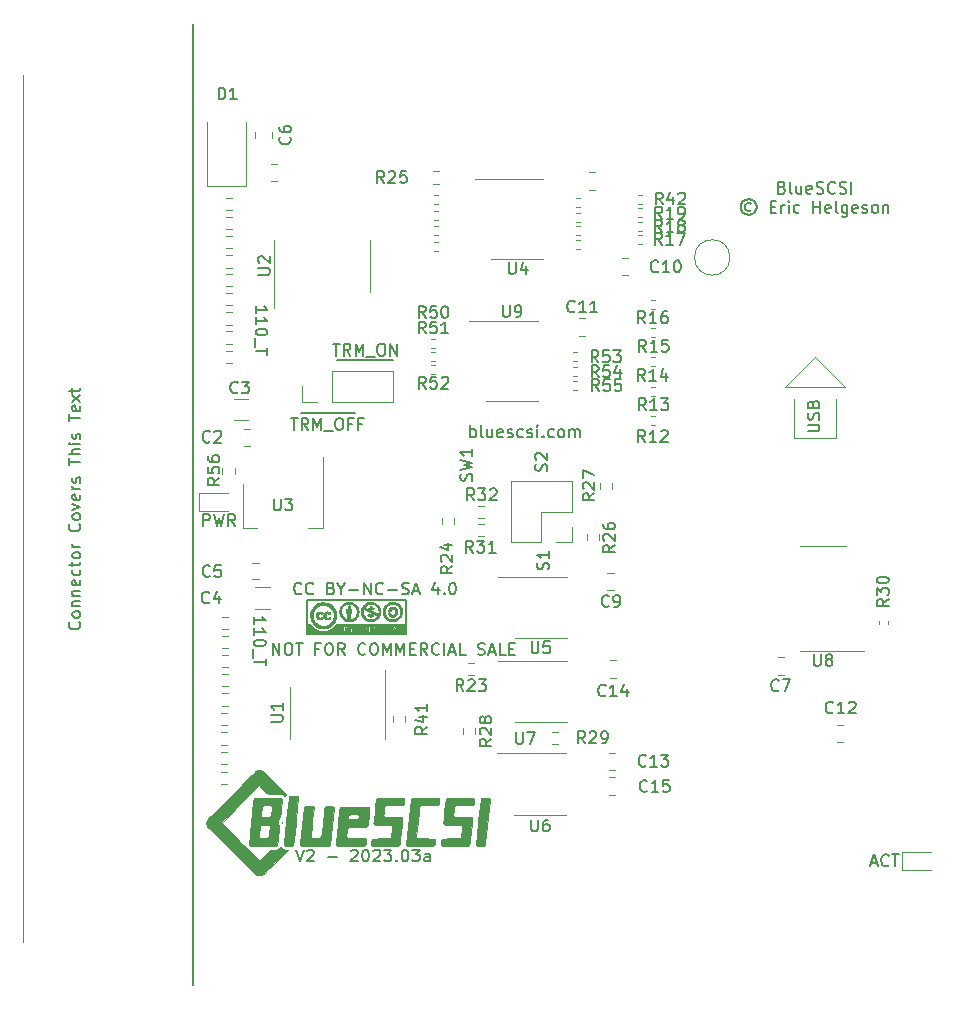
<source format=gbr>
%TF.GenerationSoftware,KiCad,Pcbnew,6.0.5-a6ca702e91~116~ubuntu21.10.1*%
%TF.CreationDate,2023-04-15T06:22:21-06:00*%
%TF.ProjectId,Centronics_50Pin,43656e74-726f-46e6-9963-735f35305069,rev?*%
%TF.SameCoordinates,Original*%
%TF.FileFunction,Legend,Top*%
%TF.FilePolarity,Positive*%
%FSLAX46Y46*%
G04 Gerber Fmt 4.6, Leading zero omitted, Abs format (unit mm)*
G04 Created by KiCad (PCBNEW 6.0.5-a6ca702e91~116~ubuntu21.10.1) date 2023-04-15 06:22:21*
%MOMM*%
%LPD*%
G01*
G04 APERTURE LIST*
%ADD10C,0.150000*%
%ADD11C,0.004000*%
%ADD12C,0.010000*%
%ADD13C,0.120000*%
G04 APERTURE END LIST*
D10*
X113040304Y-108103942D02*
X112992685Y-108151561D01*
X112849828Y-108199180D01*
X112754590Y-108199180D01*
X112611733Y-108151561D01*
X112516495Y-108056323D01*
X112468876Y-107961085D01*
X112421257Y-107770609D01*
X112421257Y-107627752D01*
X112468876Y-107437276D01*
X112516495Y-107342038D01*
X112611733Y-107246800D01*
X112754590Y-107199180D01*
X112849828Y-107199180D01*
X112992685Y-107246800D01*
X113040304Y-107294419D01*
X114040304Y-108103942D02*
X113992685Y-108151561D01*
X113849828Y-108199180D01*
X113754590Y-108199180D01*
X113611733Y-108151561D01*
X113516495Y-108056323D01*
X113468876Y-107961085D01*
X113421257Y-107770609D01*
X113421257Y-107627752D01*
X113468876Y-107437276D01*
X113516495Y-107342038D01*
X113611733Y-107246800D01*
X113754590Y-107199180D01*
X113849828Y-107199180D01*
X113992685Y-107246800D01*
X114040304Y-107294419D01*
X115564114Y-107675371D02*
X115706971Y-107722990D01*
X115754590Y-107770609D01*
X115802209Y-107865847D01*
X115802209Y-108008704D01*
X115754590Y-108103942D01*
X115706971Y-108151561D01*
X115611733Y-108199180D01*
X115230780Y-108199180D01*
X115230780Y-107199180D01*
X115564114Y-107199180D01*
X115659352Y-107246800D01*
X115706971Y-107294419D01*
X115754590Y-107389657D01*
X115754590Y-107484895D01*
X115706971Y-107580133D01*
X115659352Y-107627752D01*
X115564114Y-107675371D01*
X115230780Y-107675371D01*
X116421257Y-107722990D02*
X116421257Y-108199180D01*
X116087923Y-107199180D02*
X116421257Y-107722990D01*
X116754590Y-107199180D01*
X117087923Y-107818228D02*
X117849828Y-107818228D01*
X118326019Y-108199180D02*
X118326019Y-107199180D01*
X118897447Y-108199180D01*
X118897447Y-107199180D01*
X119945066Y-108103942D02*
X119897447Y-108151561D01*
X119754590Y-108199180D01*
X119659352Y-108199180D01*
X119516495Y-108151561D01*
X119421257Y-108056323D01*
X119373638Y-107961085D01*
X119326019Y-107770609D01*
X119326019Y-107627752D01*
X119373638Y-107437276D01*
X119421257Y-107342038D01*
X119516495Y-107246800D01*
X119659352Y-107199180D01*
X119754590Y-107199180D01*
X119897447Y-107246800D01*
X119945066Y-107294419D01*
X120373638Y-107818228D02*
X121135542Y-107818228D01*
X121564114Y-108151561D02*
X121706971Y-108199180D01*
X121945066Y-108199180D01*
X122040304Y-108151561D01*
X122087923Y-108103942D01*
X122135542Y-108008704D01*
X122135542Y-107913466D01*
X122087923Y-107818228D01*
X122040304Y-107770609D01*
X121945066Y-107722990D01*
X121754590Y-107675371D01*
X121659352Y-107627752D01*
X121611733Y-107580133D01*
X121564114Y-107484895D01*
X121564114Y-107389657D01*
X121611733Y-107294419D01*
X121659352Y-107246800D01*
X121754590Y-107199180D01*
X121992685Y-107199180D01*
X122135542Y-107246800D01*
X122516495Y-107913466D02*
X122992685Y-107913466D01*
X122421257Y-108199180D02*
X122754590Y-107199180D01*
X123087923Y-108199180D01*
X124611733Y-107532514D02*
X124611733Y-108199180D01*
X124373638Y-107151561D02*
X124135542Y-107865847D01*
X124754590Y-107865847D01*
X125135542Y-108103942D02*
X125183161Y-108151561D01*
X125135542Y-108199180D01*
X125087923Y-108151561D01*
X125135542Y-108103942D01*
X125135542Y-108199180D01*
X125802209Y-107199180D02*
X125897447Y-107199180D01*
X125992685Y-107246800D01*
X126040304Y-107294419D01*
X126087923Y-107389657D01*
X126135542Y-107580133D01*
X126135542Y-107818228D01*
X126087923Y-108008704D01*
X126040304Y-108103942D01*
X125992685Y-108151561D01*
X125897447Y-108199180D01*
X125802209Y-108199180D01*
X125706971Y-108151561D01*
X125659352Y-108103942D01*
X125611733Y-108008704D01*
X125564114Y-107818228D01*
X125564114Y-107580133D01*
X125611733Y-107389657D01*
X125659352Y-107294419D01*
X125706971Y-107246800D01*
X125802209Y-107199180D01*
X110615104Y-113329980D02*
X110615104Y-112329980D01*
X111186533Y-113329980D01*
X111186533Y-112329980D01*
X111853200Y-112329980D02*
X112043676Y-112329980D01*
X112138914Y-112377600D01*
X112234152Y-112472838D01*
X112281771Y-112663314D01*
X112281771Y-112996647D01*
X112234152Y-113187123D01*
X112138914Y-113282361D01*
X112043676Y-113329980D01*
X111853200Y-113329980D01*
X111757961Y-113282361D01*
X111662723Y-113187123D01*
X111615104Y-112996647D01*
X111615104Y-112663314D01*
X111662723Y-112472838D01*
X111757961Y-112377600D01*
X111853200Y-112329980D01*
X112567485Y-112329980D02*
X113138914Y-112329980D01*
X112853200Y-113329980D02*
X112853200Y-112329980D01*
X114567485Y-112806171D02*
X114234152Y-112806171D01*
X114234152Y-113329980D02*
X114234152Y-112329980D01*
X114710342Y-112329980D01*
X115281771Y-112329980D02*
X115472247Y-112329980D01*
X115567485Y-112377600D01*
X115662723Y-112472838D01*
X115710342Y-112663314D01*
X115710342Y-112996647D01*
X115662723Y-113187123D01*
X115567485Y-113282361D01*
X115472247Y-113329980D01*
X115281771Y-113329980D01*
X115186533Y-113282361D01*
X115091295Y-113187123D01*
X115043676Y-112996647D01*
X115043676Y-112663314D01*
X115091295Y-112472838D01*
X115186533Y-112377600D01*
X115281771Y-112329980D01*
X116710342Y-113329980D02*
X116377009Y-112853790D01*
X116138914Y-113329980D02*
X116138914Y-112329980D01*
X116519866Y-112329980D01*
X116615104Y-112377600D01*
X116662723Y-112425219D01*
X116710342Y-112520457D01*
X116710342Y-112663314D01*
X116662723Y-112758552D01*
X116615104Y-112806171D01*
X116519866Y-112853790D01*
X116138914Y-112853790D01*
X118472247Y-113234742D02*
X118424628Y-113282361D01*
X118281771Y-113329980D01*
X118186533Y-113329980D01*
X118043676Y-113282361D01*
X117948438Y-113187123D01*
X117900819Y-113091885D01*
X117853200Y-112901409D01*
X117853200Y-112758552D01*
X117900819Y-112568076D01*
X117948438Y-112472838D01*
X118043676Y-112377600D01*
X118186533Y-112329980D01*
X118281771Y-112329980D01*
X118424628Y-112377600D01*
X118472247Y-112425219D01*
X119091295Y-112329980D02*
X119281771Y-112329980D01*
X119377009Y-112377600D01*
X119472247Y-112472838D01*
X119519866Y-112663314D01*
X119519866Y-112996647D01*
X119472247Y-113187123D01*
X119377009Y-113282361D01*
X119281771Y-113329980D01*
X119091295Y-113329980D01*
X118996057Y-113282361D01*
X118900819Y-113187123D01*
X118853200Y-112996647D01*
X118853200Y-112663314D01*
X118900819Y-112472838D01*
X118996057Y-112377600D01*
X119091295Y-112329980D01*
X119948438Y-113329980D02*
X119948438Y-112329980D01*
X120281771Y-113044266D01*
X120615104Y-112329980D01*
X120615104Y-113329980D01*
X121091295Y-113329980D02*
X121091295Y-112329980D01*
X121424628Y-113044266D01*
X121757961Y-112329980D01*
X121757961Y-113329980D01*
X122234152Y-112806171D02*
X122567485Y-112806171D01*
X122710342Y-113329980D02*
X122234152Y-113329980D01*
X122234152Y-112329980D01*
X122710342Y-112329980D01*
X123710342Y-113329980D02*
X123377009Y-112853790D01*
X123138914Y-113329980D02*
X123138914Y-112329980D01*
X123519866Y-112329980D01*
X123615104Y-112377600D01*
X123662723Y-112425219D01*
X123710342Y-112520457D01*
X123710342Y-112663314D01*
X123662723Y-112758552D01*
X123615104Y-112806171D01*
X123519866Y-112853790D01*
X123138914Y-112853790D01*
X124710342Y-113234742D02*
X124662723Y-113282361D01*
X124519866Y-113329980D01*
X124424628Y-113329980D01*
X124281771Y-113282361D01*
X124186533Y-113187123D01*
X124138914Y-113091885D01*
X124091295Y-112901409D01*
X124091295Y-112758552D01*
X124138914Y-112568076D01*
X124186533Y-112472838D01*
X124281771Y-112377600D01*
X124424628Y-112329980D01*
X124519866Y-112329980D01*
X124662723Y-112377600D01*
X124710342Y-112425219D01*
X125138914Y-113329980D02*
X125138914Y-112329980D01*
X125567485Y-113044266D02*
X126043676Y-113044266D01*
X125472247Y-113329980D02*
X125805580Y-112329980D01*
X126138914Y-113329980D01*
X126948438Y-113329980D02*
X126472247Y-113329980D01*
X126472247Y-112329980D01*
X127996057Y-113282361D02*
X128138914Y-113329980D01*
X128377009Y-113329980D01*
X128472247Y-113282361D01*
X128519866Y-113234742D01*
X128567485Y-113139504D01*
X128567485Y-113044266D01*
X128519866Y-112949028D01*
X128472247Y-112901409D01*
X128377009Y-112853790D01*
X128186533Y-112806171D01*
X128091295Y-112758552D01*
X128043676Y-112710933D01*
X127996057Y-112615695D01*
X127996057Y-112520457D01*
X128043676Y-112425219D01*
X128091295Y-112377600D01*
X128186533Y-112329980D01*
X128424628Y-112329980D01*
X128567485Y-112377600D01*
X128948438Y-113044266D02*
X129424628Y-113044266D01*
X128853200Y-113329980D02*
X129186533Y-112329980D01*
X129519866Y-113329980D01*
X130329390Y-113329980D02*
X129853200Y-113329980D01*
X129853200Y-112329980D01*
X130662723Y-112806171D02*
X130996057Y-112806171D01*
X131138914Y-113329980D02*
X130662723Y-113329980D01*
X130662723Y-112329980D01*
X131138914Y-112329980D01*
D11*
G36*
X108851164Y-126887817D02*
G01*
X109630699Y-126887817D01*
X109630759Y-126899191D01*
X109631212Y-126910049D01*
X109632069Y-126920421D01*
X109633345Y-126930338D01*
X109635050Y-126939829D01*
X109637198Y-126948923D01*
X109639800Y-126957652D01*
X109642870Y-126966046D01*
X109646419Y-126974133D01*
X109650460Y-126981944D01*
X109655005Y-126989509D01*
X109660068Y-126996858D01*
X109665659Y-127004022D01*
X109671792Y-127011029D01*
X109678479Y-127017910D01*
X109685732Y-127024695D01*
X109704410Y-127040993D01*
X109713250Y-127047579D01*
X109722443Y-127053215D01*
X109732505Y-127057970D01*
X109743949Y-127061914D01*
X109757291Y-127065116D01*
X109773045Y-127067645D01*
X109791726Y-127069571D01*
X109813849Y-127070962D01*
X109870478Y-127072419D01*
X109947050Y-127072569D01*
X110047682Y-127071967D01*
X110319321Y-127069850D01*
X110365182Y-127044450D01*
X110375077Y-127038690D01*
X110384640Y-127032534D01*
X110393856Y-127026000D01*
X110402709Y-127019106D01*
X110411181Y-127011868D01*
X110419256Y-127004304D01*
X110426918Y-126996432D01*
X110434150Y-126988271D01*
X110440936Y-126979836D01*
X110447258Y-126971146D01*
X110453101Y-126962218D01*
X110458448Y-126953070D01*
X110463282Y-126943719D01*
X110467587Y-126934184D01*
X110471346Y-126924481D01*
X110474543Y-126914628D01*
X110481170Y-126876113D01*
X110491179Y-126798994D01*
X110516083Y-126578519D01*
X110538738Y-126352356D01*
X110545935Y-126268126D01*
X110548626Y-126219656D01*
X110548568Y-126213559D01*
X110548391Y-126207690D01*
X110548092Y-126202031D01*
X110547667Y-126196560D01*
X110547115Y-126191259D01*
X110546431Y-126186108D01*
X110545613Y-126181086D01*
X110544658Y-126176176D01*
X110543562Y-126171356D01*
X110542322Y-126166608D01*
X110540935Y-126161912D01*
X110539399Y-126157247D01*
X110537710Y-126152595D01*
X110535865Y-126147936D01*
X110533860Y-126143250D01*
X110531693Y-126138517D01*
X110527984Y-126130847D01*
X110524241Y-126123688D01*
X110520432Y-126117007D01*
X110516524Y-126110769D01*
X110512483Y-126104940D01*
X110508278Y-126099487D01*
X110503873Y-126094375D01*
X110499238Y-126089569D01*
X110494337Y-126085037D01*
X110489140Y-126080743D01*
X110483611Y-126076654D01*
X110477718Y-126072735D01*
X110471429Y-126068953D01*
X110464710Y-126065273D01*
X110457527Y-126061661D01*
X110449849Y-126058084D01*
X110438687Y-126053396D01*
X110425904Y-126049815D01*
X110408425Y-126047194D01*
X110383174Y-126045384D01*
X110347075Y-126044234D01*
X110297052Y-126043598D01*
X110142932Y-126043267D01*
X109867765Y-126043267D01*
X109828960Y-126061611D01*
X109819949Y-126065893D01*
X109811178Y-126070527D01*
X109802655Y-126075505D01*
X109794388Y-126080816D01*
X109786385Y-126086449D01*
X109778656Y-126092394D01*
X109771208Y-126098641D01*
X109764049Y-126105180D01*
X109757188Y-126111999D01*
X109750632Y-126119090D01*
X109744391Y-126126440D01*
X109738472Y-126134041D01*
X109732885Y-126141882D01*
X109727636Y-126149952D01*
X109722734Y-126158241D01*
X109718188Y-126166739D01*
X109712356Y-126179293D01*
X109707252Y-126194675D01*
X109702412Y-126215977D01*
X109697374Y-126246291D01*
X109691674Y-126288709D01*
X109684850Y-126346325D01*
X109665977Y-126519517D01*
X109652527Y-126646616D01*
X109641459Y-126758436D01*
X109633830Y-126842871D01*
X109631636Y-126871037D01*
X109630699Y-126887817D01*
X108851164Y-126887817D01*
X108857045Y-126831983D01*
X108904583Y-126382584D01*
X108939537Y-126056134D01*
X108953016Y-125932635D01*
X108964213Y-125832218D01*
X108973419Y-125752331D01*
X108980919Y-125690422D01*
X108987004Y-125643939D01*
X108989606Y-125625686D01*
X108991962Y-125610332D01*
X108994108Y-125597558D01*
X108996080Y-125587047D01*
X108997914Y-125578478D01*
X108999647Y-125571533D01*
X109001314Y-125565893D01*
X109002952Y-125561238D01*
X109004596Y-125557251D01*
X109006282Y-125553611D01*
X109010924Y-125544802D01*
X109016095Y-125536121D01*
X109021765Y-125527597D01*
X109027901Y-125519260D01*
X109034471Y-125511137D01*
X109041443Y-125503258D01*
X109048785Y-125495652D01*
X109056465Y-125488348D01*
X109064451Y-125481374D01*
X109072711Y-125474760D01*
X109081212Y-125468535D01*
X109089924Y-125462727D01*
X109098813Y-125457366D01*
X109107848Y-125452480D01*
X109116997Y-125448099D01*
X109126227Y-125444250D01*
X109140715Y-125439595D01*
X109165804Y-125436114D01*
X109296266Y-125432079D01*
X110217721Y-125431550D01*
X111273232Y-125432962D01*
X111307805Y-125454128D01*
X111315126Y-125459025D01*
X111322259Y-125464429D01*
X111329178Y-125470302D01*
X111335861Y-125476607D01*
X111342284Y-125483304D01*
X111348422Y-125490355D01*
X111354252Y-125497723D01*
X111359751Y-125505369D01*
X111364894Y-125513255D01*
X111369658Y-125521342D01*
X111374018Y-125529593D01*
X111377952Y-125537968D01*
X111381435Y-125546430D01*
X111384444Y-125554941D01*
X111386955Y-125563463D01*
X111388944Y-125571956D01*
X111386086Y-125640447D01*
X111373091Y-125793258D01*
X111328266Y-126242234D01*
X111277620Y-126699676D01*
X111257349Y-126863070D01*
X111244305Y-126946378D01*
X111234471Y-126981350D01*
X111223050Y-127016735D01*
X111210173Y-127052220D01*
X111195974Y-127087489D01*
X111180584Y-127122229D01*
X111164136Y-127156126D01*
X111146762Y-127188866D01*
X111128593Y-127220134D01*
X111108717Y-127252815D01*
X111092610Y-127280238D01*
X111085785Y-127292360D01*
X111079679Y-127303626D01*
X111074217Y-127314190D01*
X111069327Y-127324203D01*
X111064932Y-127333820D01*
X111060959Y-127343193D01*
X111057334Y-127352475D01*
X111053981Y-127361818D01*
X111050827Y-127371377D01*
X111047796Y-127381304D01*
X111041810Y-127402873D01*
X111034819Y-127432658D01*
X111032293Y-127445912D01*
X111030466Y-127458457D01*
X111029379Y-127470581D01*
X111029073Y-127482570D01*
X111029587Y-127494712D01*
X111030962Y-127507295D01*
X111033238Y-127520605D01*
X111036456Y-127534930D01*
X111040656Y-127550557D01*
X111045878Y-127567774D01*
X111052162Y-127586868D01*
X111059549Y-127608126D01*
X111077793Y-127658283D01*
X111095917Y-127708388D01*
X111103565Y-127730473D01*
X111110337Y-127750877D01*
X111116282Y-127769821D01*
X111121450Y-127787528D01*
X111125890Y-127804221D01*
X111129652Y-127820120D01*
X111132785Y-127835450D01*
X111135340Y-127850430D01*
X111137366Y-127865285D01*
X111138912Y-127880236D01*
X111140028Y-127895505D01*
X111140764Y-127911315D01*
X111141169Y-127927887D01*
X111141293Y-127945445D01*
X111120832Y-128182677D01*
X111074971Y-128641034D01*
X111026993Y-129094497D01*
X111000182Y-129317045D01*
X110996403Y-129329034D01*
X110991710Y-129340892D01*
X110986149Y-129352570D01*
X110979765Y-129364019D01*
X110972604Y-129375192D01*
X110964711Y-129386039D01*
X110956132Y-129396512D01*
X110946913Y-129406562D01*
X110937098Y-129416141D01*
X110926733Y-129425200D01*
X110915864Y-129433691D01*
X110904535Y-129441564D01*
X110892794Y-129448772D01*
X110880684Y-129455266D01*
X110868252Y-129460997D01*
X110855544Y-129465917D01*
X110839823Y-129470339D01*
X110813387Y-129473645D01*
X110681271Y-129477471D01*
X109770399Y-129477912D01*
X108724765Y-129475795D01*
X108695838Y-129460272D01*
X108689453Y-129456700D01*
X108683026Y-129452629D01*
X108676597Y-129448104D01*
X108670206Y-129443174D01*
X108663894Y-129437884D01*
X108657701Y-129432281D01*
X108651666Y-129426411D01*
X108645831Y-129420321D01*
X108640236Y-129414057D01*
X108634922Y-129407666D01*
X108629927Y-129401195D01*
X108625293Y-129394689D01*
X108621060Y-129388196D01*
X108617269Y-129381762D01*
X108613959Y-129375433D01*
X108611171Y-129369256D01*
X108610130Y-129366550D01*
X108609126Y-129363481D01*
X108608164Y-129360083D01*
X108607247Y-129356391D01*
X108605565Y-129348259D01*
X108604116Y-129339358D01*
X108602930Y-129329961D01*
X108602043Y-129320341D01*
X108601486Y-129310770D01*
X108601293Y-129301522D01*
X108658002Y-128731698D01*
X108662455Y-128689101D01*
X109440904Y-128689101D01*
X109441080Y-128698557D01*
X109441615Y-128707632D01*
X109442523Y-128716361D01*
X109443815Y-128724775D01*
X109445504Y-128732908D01*
X109447602Y-128740793D01*
X109450121Y-128748463D01*
X109453075Y-128755952D01*
X109456476Y-128763291D01*
X109460335Y-128770515D01*
X109464665Y-128777656D01*
X109469479Y-128784747D01*
X109474790Y-128791822D01*
X109480608Y-128798913D01*
X109486948Y-128806054D01*
X109493821Y-128813278D01*
X109511966Y-128830769D01*
X109520568Y-128837858D01*
X109529573Y-128843937D01*
X109539516Y-128849077D01*
X109550934Y-128853350D01*
X109564363Y-128856827D01*
X109580340Y-128859580D01*
X109599401Y-128861680D01*
X109622082Y-128863197D01*
X109680452Y-128864773D01*
X109759740Y-128864876D01*
X109864238Y-128864078D01*
X110135877Y-128861961D01*
X110173271Y-128840795D01*
X110182344Y-128835626D01*
X110191281Y-128829939D01*
X110200046Y-128823776D01*
X110208604Y-128817181D01*
X110216918Y-128810197D01*
X110224952Y-128802869D01*
X110232669Y-128795238D01*
X110240034Y-128787349D01*
X110247011Y-128779245D01*
X110253562Y-128770970D01*
X110259653Y-128762566D01*
X110265247Y-128754078D01*
X110270307Y-128745548D01*
X110274798Y-128737020D01*
X110278683Y-128728538D01*
X110281927Y-128720145D01*
X110290677Y-128672010D01*
X110304042Y-128571471D01*
X110337137Y-128282700D01*
X110366263Y-127992871D01*
X110374666Y-127891010D01*
X110376471Y-127841023D01*
X110374803Y-127829408D01*
X110372450Y-127818121D01*
X110369424Y-127807175D01*
X110365734Y-127796583D01*
X110361390Y-127786360D01*
X110356404Y-127776518D01*
X110350786Y-127767071D01*
X110344545Y-127758031D01*
X110337692Y-127749414D01*
X110330238Y-127741232D01*
X110322193Y-127733498D01*
X110313566Y-127726226D01*
X110304370Y-127719430D01*
X110294613Y-127713123D01*
X110284306Y-127707317D01*
X110273460Y-127702028D01*
X110262305Y-127697340D01*
X110249570Y-127693760D01*
X110232222Y-127691139D01*
X110207226Y-127689328D01*
X110171547Y-127688179D01*
X110122152Y-127687542D01*
X109970071Y-127687212D01*
X109698432Y-127687212D01*
X109655393Y-127707672D01*
X109645645Y-127712451D01*
X109636247Y-127717523D01*
X109627200Y-127722884D01*
X109618506Y-127728530D01*
X109610168Y-127734458D01*
X109602187Y-127740663D01*
X109594566Y-127747140D01*
X109587307Y-127753886D01*
X109580412Y-127760897D01*
X109573882Y-127768168D01*
X109567721Y-127775696D01*
X109561929Y-127783476D01*
X109556510Y-127791503D01*
X109551465Y-127799775D01*
X109546795Y-127808286D01*
X109542505Y-127817033D01*
X109537440Y-127830566D01*
X109532550Y-127849489D01*
X109527411Y-127877011D01*
X109521602Y-127916341D01*
X109506289Y-128043252D01*
X109483238Y-128255889D01*
X109466800Y-128415058D01*
X109453340Y-128549753D01*
X109444245Y-128645819D01*
X109441768Y-128674943D01*
X109440904Y-128689101D01*
X108662455Y-128689101D01*
X108794615Y-127424745D01*
X108851164Y-126887817D01*
G37*
X108851164Y-126887817D02*
X109630699Y-126887817D01*
X109630759Y-126899191D01*
X109631212Y-126910049D01*
X109632069Y-126920421D01*
X109633345Y-126930338D01*
X109635050Y-126939829D01*
X109637198Y-126948923D01*
X109639800Y-126957652D01*
X109642870Y-126966046D01*
X109646419Y-126974133D01*
X109650460Y-126981944D01*
X109655005Y-126989509D01*
X109660068Y-126996858D01*
X109665659Y-127004022D01*
X109671792Y-127011029D01*
X109678479Y-127017910D01*
X109685732Y-127024695D01*
X109704410Y-127040993D01*
X109713250Y-127047579D01*
X109722443Y-127053215D01*
X109732505Y-127057970D01*
X109743949Y-127061914D01*
X109757291Y-127065116D01*
X109773045Y-127067645D01*
X109791726Y-127069571D01*
X109813849Y-127070962D01*
X109870478Y-127072419D01*
X109947050Y-127072569D01*
X110047682Y-127071967D01*
X110319321Y-127069850D01*
X110365182Y-127044450D01*
X110375077Y-127038690D01*
X110384640Y-127032534D01*
X110393856Y-127026000D01*
X110402709Y-127019106D01*
X110411181Y-127011868D01*
X110419256Y-127004304D01*
X110426918Y-126996432D01*
X110434150Y-126988271D01*
X110440936Y-126979836D01*
X110447258Y-126971146D01*
X110453101Y-126962218D01*
X110458448Y-126953070D01*
X110463282Y-126943719D01*
X110467587Y-126934184D01*
X110471346Y-126924481D01*
X110474543Y-126914628D01*
X110481170Y-126876113D01*
X110491179Y-126798994D01*
X110516083Y-126578519D01*
X110538738Y-126352356D01*
X110545935Y-126268126D01*
X110548626Y-126219656D01*
X110548568Y-126213559D01*
X110548391Y-126207690D01*
X110548092Y-126202031D01*
X110547667Y-126196560D01*
X110547115Y-126191259D01*
X110546431Y-126186108D01*
X110545613Y-126181086D01*
X110544658Y-126176176D01*
X110543562Y-126171356D01*
X110542322Y-126166608D01*
X110540935Y-126161912D01*
X110539399Y-126157247D01*
X110537710Y-126152595D01*
X110535865Y-126147936D01*
X110533860Y-126143250D01*
X110531693Y-126138517D01*
X110527984Y-126130847D01*
X110524241Y-126123688D01*
X110520432Y-126117007D01*
X110516524Y-126110769D01*
X110512483Y-126104940D01*
X110508278Y-126099487D01*
X110503873Y-126094375D01*
X110499238Y-126089569D01*
X110494337Y-126085037D01*
X110489140Y-126080743D01*
X110483611Y-126076654D01*
X110477718Y-126072735D01*
X110471429Y-126068953D01*
X110464710Y-126065273D01*
X110457527Y-126061661D01*
X110449849Y-126058084D01*
X110438687Y-126053396D01*
X110425904Y-126049815D01*
X110408425Y-126047194D01*
X110383174Y-126045384D01*
X110347075Y-126044234D01*
X110297052Y-126043598D01*
X110142932Y-126043267D01*
X109867765Y-126043267D01*
X109828960Y-126061611D01*
X109819949Y-126065893D01*
X109811178Y-126070527D01*
X109802655Y-126075505D01*
X109794388Y-126080816D01*
X109786385Y-126086449D01*
X109778656Y-126092394D01*
X109771208Y-126098641D01*
X109764049Y-126105180D01*
X109757188Y-126111999D01*
X109750632Y-126119090D01*
X109744391Y-126126440D01*
X109738472Y-126134041D01*
X109732885Y-126141882D01*
X109727636Y-126149952D01*
X109722734Y-126158241D01*
X109718188Y-126166739D01*
X109712356Y-126179293D01*
X109707252Y-126194675D01*
X109702412Y-126215977D01*
X109697374Y-126246291D01*
X109691674Y-126288709D01*
X109684850Y-126346325D01*
X109665977Y-126519517D01*
X109652527Y-126646616D01*
X109641459Y-126758436D01*
X109633830Y-126842871D01*
X109631636Y-126871037D01*
X109630699Y-126887817D01*
X108851164Y-126887817D01*
X108857045Y-126831983D01*
X108904583Y-126382584D01*
X108939537Y-126056134D01*
X108953016Y-125932635D01*
X108964213Y-125832218D01*
X108973419Y-125752331D01*
X108980919Y-125690422D01*
X108987004Y-125643939D01*
X108989606Y-125625686D01*
X108991962Y-125610332D01*
X108994108Y-125597558D01*
X108996080Y-125587047D01*
X108997914Y-125578478D01*
X108999647Y-125571533D01*
X109001314Y-125565893D01*
X109002952Y-125561238D01*
X109004596Y-125557251D01*
X109006282Y-125553611D01*
X109010924Y-125544802D01*
X109016095Y-125536121D01*
X109021765Y-125527597D01*
X109027901Y-125519260D01*
X109034471Y-125511137D01*
X109041443Y-125503258D01*
X109048785Y-125495652D01*
X109056465Y-125488348D01*
X109064451Y-125481374D01*
X109072711Y-125474760D01*
X109081212Y-125468535D01*
X109089924Y-125462727D01*
X109098813Y-125457366D01*
X109107848Y-125452480D01*
X109116997Y-125448099D01*
X109126227Y-125444250D01*
X109140715Y-125439595D01*
X109165804Y-125436114D01*
X109296266Y-125432079D01*
X110217721Y-125431550D01*
X111273232Y-125432962D01*
X111307805Y-125454128D01*
X111315126Y-125459025D01*
X111322259Y-125464429D01*
X111329178Y-125470302D01*
X111335861Y-125476607D01*
X111342284Y-125483304D01*
X111348422Y-125490355D01*
X111354252Y-125497723D01*
X111359751Y-125505369D01*
X111364894Y-125513255D01*
X111369658Y-125521342D01*
X111374018Y-125529593D01*
X111377952Y-125537968D01*
X111381435Y-125546430D01*
X111384444Y-125554941D01*
X111386955Y-125563463D01*
X111388944Y-125571956D01*
X111386086Y-125640447D01*
X111373091Y-125793258D01*
X111328266Y-126242234D01*
X111277620Y-126699676D01*
X111257349Y-126863070D01*
X111244305Y-126946378D01*
X111234471Y-126981350D01*
X111223050Y-127016735D01*
X111210173Y-127052220D01*
X111195974Y-127087489D01*
X111180584Y-127122229D01*
X111164136Y-127156126D01*
X111146762Y-127188866D01*
X111128593Y-127220134D01*
X111108717Y-127252815D01*
X111092610Y-127280238D01*
X111085785Y-127292360D01*
X111079679Y-127303626D01*
X111074217Y-127314190D01*
X111069327Y-127324203D01*
X111064932Y-127333820D01*
X111060959Y-127343193D01*
X111057334Y-127352475D01*
X111053981Y-127361818D01*
X111050827Y-127371377D01*
X111047796Y-127381304D01*
X111041810Y-127402873D01*
X111034819Y-127432658D01*
X111032293Y-127445912D01*
X111030466Y-127458457D01*
X111029379Y-127470581D01*
X111029073Y-127482570D01*
X111029587Y-127494712D01*
X111030962Y-127507295D01*
X111033238Y-127520605D01*
X111036456Y-127534930D01*
X111040656Y-127550557D01*
X111045878Y-127567774D01*
X111052162Y-127586868D01*
X111059549Y-127608126D01*
X111077793Y-127658283D01*
X111095917Y-127708388D01*
X111103565Y-127730473D01*
X111110337Y-127750877D01*
X111116282Y-127769821D01*
X111121450Y-127787528D01*
X111125890Y-127804221D01*
X111129652Y-127820120D01*
X111132785Y-127835450D01*
X111135340Y-127850430D01*
X111137366Y-127865285D01*
X111138912Y-127880236D01*
X111140028Y-127895505D01*
X111140764Y-127911315D01*
X111141169Y-127927887D01*
X111141293Y-127945445D01*
X111120832Y-128182677D01*
X111074971Y-128641034D01*
X111026993Y-129094497D01*
X111000182Y-129317045D01*
X110996403Y-129329034D01*
X110991710Y-129340892D01*
X110986149Y-129352570D01*
X110979765Y-129364019D01*
X110972604Y-129375192D01*
X110964711Y-129386039D01*
X110956132Y-129396512D01*
X110946913Y-129406562D01*
X110937098Y-129416141D01*
X110926733Y-129425200D01*
X110915864Y-129433691D01*
X110904535Y-129441564D01*
X110892794Y-129448772D01*
X110880684Y-129455266D01*
X110868252Y-129460997D01*
X110855544Y-129465917D01*
X110839823Y-129470339D01*
X110813387Y-129473645D01*
X110681271Y-129477471D01*
X109770399Y-129477912D01*
X108724765Y-129475795D01*
X108695838Y-129460272D01*
X108689453Y-129456700D01*
X108683026Y-129452629D01*
X108676597Y-129448104D01*
X108670206Y-129443174D01*
X108663894Y-129437884D01*
X108657701Y-129432281D01*
X108651666Y-129426411D01*
X108645831Y-129420321D01*
X108640236Y-129414057D01*
X108634922Y-129407666D01*
X108629927Y-129401195D01*
X108625293Y-129394689D01*
X108621060Y-129388196D01*
X108617269Y-129381762D01*
X108613959Y-129375433D01*
X108611171Y-129369256D01*
X108610130Y-129366550D01*
X108609126Y-129363481D01*
X108608164Y-129360083D01*
X108607247Y-129356391D01*
X108605565Y-129348259D01*
X108604116Y-129339358D01*
X108602930Y-129329961D01*
X108602043Y-129320341D01*
X108601486Y-129310770D01*
X108601293Y-129301522D01*
X108658002Y-128731698D01*
X108662455Y-128689101D01*
X109440904Y-128689101D01*
X109441080Y-128698557D01*
X109441615Y-128707632D01*
X109442523Y-128716361D01*
X109443815Y-128724775D01*
X109445504Y-128732908D01*
X109447602Y-128740793D01*
X109450121Y-128748463D01*
X109453075Y-128755952D01*
X109456476Y-128763291D01*
X109460335Y-128770515D01*
X109464665Y-128777656D01*
X109469479Y-128784747D01*
X109474790Y-128791822D01*
X109480608Y-128798913D01*
X109486948Y-128806054D01*
X109493821Y-128813278D01*
X109511966Y-128830769D01*
X109520568Y-128837858D01*
X109529573Y-128843937D01*
X109539516Y-128849077D01*
X109550934Y-128853350D01*
X109564363Y-128856827D01*
X109580340Y-128859580D01*
X109599401Y-128861680D01*
X109622082Y-128863197D01*
X109680452Y-128864773D01*
X109759740Y-128864876D01*
X109864238Y-128864078D01*
X110135877Y-128861961D01*
X110173271Y-128840795D01*
X110182344Y-128835626D01*
X110191281Y-128829939D01*
X110200046Y-128823776D01*
X110208604Y-128817181D01*
X110216918Y-128810197D01*
X110224952Y-128802869D01*
X110232669Y-128795238D01*
X110240034Y-128787349D01*
X110247011Y-128779245D01*
X110253562Y-128770970D01*
X110259653Y-128762566D01*
X110265247Y-128754078D01*
X110270307Y-128745548D01*
X110274798Y-128737020D01*
X110278683Y-128728538D01*
X110281927Y-128720145D01*
X110290677Y-128672010D01*
X110304042Y-128571471D01*
X110337137Y-128282700D01*
X110366263Y-127992871D01*
X110374666Y-127891010D01*
X110376471Y-127841023D01*
X110374803Y-127829408D01*
X110372450Y-127818121D01*
X110369424Y-127807175D01*
X110365734Y-127796583D01*
X110361390Y-127786360D01*
X110356404Y-127776518D01*
X110350786Y-127767071D01*
X110344545Y-127758031D01*
X110337692Y-127749414D01*
X110330238Y-127741232D01*
X110322193Y-127733498D01*
X110313566Y-127726226D01*
X110304370Y-127719430D01*
X110294613Y-127713123D01*
X110284306Y-127707317D01*
X110273460Y-127702028D01*
X110262305Y-127697340D01*
X110249570Y-127693760D01*
X110232222Y-127691139D01*
X110207226Y-127689328D01*
X110171547Y-127688179D01*
X110122152Y-127687542D01*
X109970071Y-127687212D01*
X109698432Y-127687212D01*
X109655393Y-127707672D01*
X109645645Y-127712451D01*
X109636247Y-127717523D01*
X109627200Y-127722884D01*
X109618506Y-127728530D01*
X109610168Y-127734458D01*
X109602187Y-127740663D01*
X109594566Y-127747140D01*
X109587307Y-127753886D01*
X109580412Y-127760897D01*
X109573882Y-127768168D01*
X109567721Y-127775696D01*
X109561929Y-127783476D01*
X109556510Y-127791503D01*
X109551465Y-127799775D01*
X109546795Y-127808286D01*
X109542505Y-127817033D01*
X109537440Y-127830566D01*
X109532550Y-127849489D01*
X109527411Y-127877011D01*
X109521602Y-127916341D01*
X109506289Y-128043252D01*
X109483238Y-128255889D01*
X109466800Y-128415058D01*
X109453340Y-128549753D01*
X109444245Y-128645819D01*
X109441768Y-128674943D01*
X109440904Y-128689101D01*
X108662455Y-128689101D01*
X108794615Y-127424745D01*
X108851164Y-126887817D01*
D10*
X103886000Y-141274800D02*
X103886000Y-59944000D01*
D11*
G36*
X112397182Y-125248105D02*
G01*
X112647654Y-125249517D01*
X112682932Y-125267861D01*
X112686698Y-125269850D01*
X112690569Y-125272092D01*
X112694519Y-125274562D01*
X112698521Y-125277232D01*
X112702547Y-125280076D01*
X112706571Y-125283067D01*
X112710567Y-125286177D01*
X112714506Y-125289381D01*
X112718363Y-125292651D01*
X112722110Y-125295960D01*
X112725721Y-125299281D01*
X112729169Y-125302588D01*
X112732426Y-125305854D01*
X112735466Y-125309051D01*
X112738263Y-125312153D01*
X112740788Y-125315134D01*
X112756525Y-125332417D01*
X112766673Y-125358151D01*
X112768817Y-125422215D01*
X112760544Y-125554493D01*
X112703085Y-126143213D01*
X112574983Y-127363361D01*
X112466570Y-128390761D01*
X112429801Y-128734143D01*
X112402474Y-128983846D01*
X112382953Y-129154770D01*
X112369600Y-129261813D01*
X112364724Y-129296036D01*
X112360777Y-129319875D01*
X112357554Y-129335195D01*
X112354849Y-129343856D01*
X112350484Y-129353016D01*
X112345365Y-129362206D01*
X112339547Y-129371370D01*
X112333087Y-129380457D01*
X112326039Y-129389410D01*
X112318460Y-129398178D01*
X112310406Y-129406706D01*
X112301932Y-129414941D01*
X112293094Y-129422828D01*
X112283949Y-129430314D01*
X112274551Y-129437345D01*
X112264957Y-129443868D01*
X112255222Y-129449829D01*
X112245403Y-129455174D01*
X112235554Y-129459849D01*
X112225733Y-129463800D01*
X112211904Y-129468721D01*
X112197654Y-129472477D01*
X112180179Y-129475223D01*
X112156676Y-129477118D01*
X112124343Y-129478318D01*
X112080377Y-129478981D01*
X111946332Y-129479323D01*
X111860332Y-129479159D01*
X111824851Y-129478881D01*
X111793844Y-129478408D01*
X111766905Y-129477691D01*
X111743629Y-129476681D01*
X111733237Y-129476051D01*
X111723610Y-129475330D01*
X111714695Y-129474512D01*
X111706444Y-129473590D01*
X111698804Y-129472558D01*
X111691725Y-129471411D01*
X111685157Y-129470143D01*
X111679048Y-129468746D01*
X111673349Y-129467216D01*
X111668009Y-129465545D01*
X111662976Y-129463729D01*
X111658201Y-129461761D01*
X111653633Y-129459634D01*
X111649220Y-129457344D01*
X111644913Y-129454883D01*
X111640661Y-129452245D01*
X111632119Y-129446418D01*
X111623188Y-129439812D01*
X111617064Y-129434907D01*
X111611142Y-129429483D01*
X111605441Y-129423582D01*
X111599982Y-129417245D01*
X111594782Y-129410516D01*
X111589863Y-129403436D01*
X111585243Y-129396048D01*
X111580943Y-129388394D01*
X111576981Y-129380518D01*
X111573379Y-129372460D01*
X111570154Y-129364264D01*
X111567328Y-129355972D01*
X111564919Y-129347626D01*
X111562947Y-129339269D01*
X111561432Y-129330942D01*
X111560393Y-129322689D01*
X111756450Y-127382500D01*
X111966794Y-125417439D01*
X111970290Y-125404004D01*
X111974924Y-125390725D01*
X111980641Y-125377656D01*
X111987387Y-125364853D01*
X111995109Y-125352374D01*
X112003752Y-125340272D01*
X112013264Y-125328604D01*
X112023591Y-125317427D01*
X112034678Y-125306795D01*
X112046471Y-125296765D01*
X112058918Y-125287392D01*
X112071965Y-125278732D01*
X112085557Y-125270841D01*
X112099641Y-125263774D01*
X112114164Y-125257589D01*
X112129071Y-125252339D01*
X112137784Y-125251318D01*
X112155783Y-125250388D01*
X112215237Y-125248900D01*
X112298636Y-125248073D01*
X112397182Y-125248105D01*
G37*
X112397182Y-125248105D02*
X112647654Y-125249517D01*
X112682932Y-125267861D01*
X112686698Y-125269850D01*
X112690569Y-125272092D01*
X112694519Y-125274562D01*
X112698521Y-125277232D01*
X112702547Y-125280076D01*
X112706571Y-125283067D01*
X112710567Y-125286177D01*
X112714506Y-125289381D01*
X112718363Y-125292651D01*
X112722110Y-125295960D01*
X112725721Y-125299281D01*
X112729169Y-125302588D01*
X112732426Y-125305854D01*
X112735466Y-125309051D01*
X112738263Y-125312153D01*
X112740788Y-125315134D01*
X112756525Y-125332417D01*
X112766673Y-125358151D01*
X112768817Y-125422215D01*
X112760544Y-125554493D01*
X112703085Y-126143213D01*
X112574983Y-127363361D01*
X112466570Y-128390761D01*
X112429801Y-128734143D01*
X112402474Y-128983846D01*
X112382953Y-129154770D01*
X112369600Y-129261813D01*
X112364724Y-129296036D01*
X112360777Y-129319875D01*
X112357554Y-129335195D01*
X112354849Y-129343856D01*
X112350484Y-129353016D01*
X112345365Y-129362206D01*
X112339547Y-129371370D01*
X112333087Y-129380457D01*
X112326039Y-129389410D01*
X112318460Y-129398178D01*
X112310406Y-129406706D01*
X112301932Y-129414941D01*
X112293094Y-129422828D01*
X112283949Y-129430314D01*
X112274551Y-129437345D01*
X112264957Y-129443868D01*
X112255222Y-129449829D01*
X112245403Y-129455174D01*
X112235554Y-129459849D01*
X112225733Y-129463800D01*
X112211904Y-129468721D01*
X112197654Y-129472477D01*
X112180179Y-129475223D01*
X112156676Y-129477118D01*
X112124343Y-129478318D01*
X112080377Y-129478981D01*
X111946332Y-129479323D01*
X111860332Y-129479159D01*
X111824851Y-129478881D01*
X111793844Y-129478408D01*
X111766905Y-129477691D01*
X111743629Y-129476681D01*
X111733237Y-129476051D01*
X111723610Y-129475330D01*
X111714695Y-129474512D01*
X111706444Y-129473590D01*
X111698804Y-129472558D01*
X111691725Y-129471411D01*
X111685157Y-129470143D01*
X111679048Y-129468746D01*
X111673349Y-129467216D01*
X111668009Y-129465545D01*
X111662976Y-129463729D01*
X111658201Y-129461761D01*
X111653633Y-129459634D01*
X111649220Y-129457344D01*
X111644913Y-129454883D01*
X111640661Y-129452245D01*
X111632119Y-129446418D01*
X111623188Y-129439812D01*
X111617064Y-129434907D01*
X111611142Y-129429483D01*
X111605441Y-129423582D01*
X111599982Y-129417245D01*
X111594782Y-129410516D01*
X111589863Y-129403436D01*
X111585243Y-129396048D01*
X111580943Y-129388394D01*
X111576981Y-129380518D01*
X111573379Y-129372460D01*
X111570154Y-129364264D01*
X111567328Y-129355972D01*
X111564919Y-129347626D01*
X111562947Y-129339269D01*
X111561432Y-129330942D01*
X111560393Y-129322689D01*
X111756450Y-127382500D01*
X111966794Y-125417439D01*
X111970290Y-125404004D01*
X111974924Y-125390725D01*
X111980641Y-125377656D01*
X111987387Y-125364853D01*
X111995109Y-125352374D01*
X112003752Y-125340272D01*
X112013264Y-125328604D01*
X112023591Y-125317427D01*
X112034678Y-125306795D01*
X112046471Y-125296765D01*
X112058918Y-125287392D01*
X112071965Y-125278732D01*
X112085557Y-125270841D01*
X112099641Y-125263774D01*
X112114164Y-125257589D01*
X112129071Y-125252339D01*
X112137784Y-125251318D01*
X112155783Y-125250388D01*
X112215237Y-125248900D01*
X112298636Y-125248073D01*
X112397182Y-125248105D01*
G36*
X116224357Y-126720035D02*
G01*
X116243783Y-126544388D01*
X116257752Y-126425824D01*
X116263117Y-126384233D01*
X116267629Y-126352455D01*
X116271458Y-126329002D01*
X116274776Y-126312390D01*
X116277753Y-126301131D01*
X116280560Y-126293739D01*
X116284867Y-126285100D01*
X116289579Y-126276653D01*
X116294691Y-126268406D01*
X116300194Y-126260369D01*
X116306082Y-126252550D01*
X116312347Y-126244961D01*
X116318982Y-126237609D01*
X116325980Y-126230504D01*
X116333334Y-126223655D01*
X116341035Y-126217072D01*
X116349078Y-126210764D01*
X116357455Y-126204740D01*
X116366158Y-126199009D01*
X116375181Y-126193582D01*
X116384515Y-126188466D01*
X116394155Y-126183672D01*
X116436488Y-126163212D01*
X118651932Y-126163212D01*
X118687915Y-126180145D01*
X118699637Y-126186052D01*
X118710715Y-126192645D01*
X118721133Y-126199897D01*
X118730877Y-126207783D01*
X118739930Y-126216276D01*
X118748278Y-126225351D01*
X118755903Y-126234983D01*
X118762792Y-126245144D01*
X118768929Y-126255810D01*
X118774298Y-126266954D01*
X118778883Y-126278551D01*
X118782669Y-126290575D01*
X118785641Y-126303000D01*
X118787783Y-126315800D01*
X118789079Y-126328950D01*
X118789515Y-126342422D01*
X118785061Y-126397776D01*
X118772935Y-126523839D01*
X118733071Y-126913217D01*
X118661810Y-127588434D01*
X118657400Y-127629476D01*
X118653520Y-127662506D01*
X118651695Y-127676448D01*
X118649904Y-127688905D01*
X118648112Y-127700050D01*
X118646288Y-127710054D01*
X118644397Y-127719091D01*
X118642407Y-127727333D01*
X118640285Y-127734953D01*
X118637998Y-127742124D01*
X118635512Y-127749017D01*
X118632794Y-127755806D01*
X118629812Y-127762663D01*
X118626533Y-127769762D01*
X118621932Y-127778935D01*
X118617111Y-127787682D01*
X118612048Y-127796024D01*
X118606722Y-127803981D01*
X118601110Y-127811575D01*
X118595192Y-127818825D01*
X118588945Y-127825753D01*
X118582347Y-127832380D01*
X118575377Y-127838725D01*
X118568014Y-127844810D01*
X118560235Y-127850654D01*
X118552019Y-127856280D01*
X118543344Y-127861708D01*
X118534189Y-127866957D01*
X118524531Y-127872050D01*
X118514349Y-127877006D01*
X118475543Y-127895351D01*
X117766460Y-127898878D01*
X117057376Y-127902406D01*
X117024216Y-127917928D01*
X117020658Y-127919652D01*
X117016886Y-127921635D01*
X117012934Y-127923853D01*
X117008837Y-127926285D01*
X117004628Y-127928906D01*
X117000341Y-127931695D01*
X116996011Y-127934628D01*
X116991672Y-127937684D01*
X116987357Y-127940838D01*
X116983102Y-127944069D01*
X116978939Y-127947354D01*
X116974904Y-127950670D01*
X116971030Y-127953994D01*
X116967351Y-127957304D01*
X116963902Y-127960577D01*
X116960716Y-127963789D01*
X116941519Y-127983695D01*
X116933590Y-127993156D01*
X116926596Y-128003047D01*
X116920399Y-128013933D01*
X116914864Y-128026384D01*
X116909857Y-128040965D01*
X116905241Y-128058245D01*
X116900882Y-128078791D01*
X116896644Y-128103171D01*
X116887988Y-128165699D01*
X116878192Y-128250370D01*
X116866172Y-128361723D01*
X116856748Y-128450361D01*
X116849525Y-128521024D01*
X116844318Y-128576109D01*
X116842415Y-128598560D01*
X116840948Y-128618016D01*
X116839894Y-128634776D01*
X116839231Y-128649140D01*
X116838935Y-128661408D01*
X116838985Y-128671880D01*
X116839358Y-128680856D01*
X116840030Y-128688634D01*
X116840979Y-128695516D01*
X116842182Y-128701800D01*
X116844429Y-128710734D01*
X116847187Y-128719530D01*
X116850442Y-128728164D01*
X116854177Y-128736615D01*
X116858374Y-128744859D01*
X116863019Y-128752873D01*
X116868093Y-128760635D01*
X116873580Y-128768123D01*
X116879464Y-128775312D01*
X116885729Y-128782181D01*
X116892357Y-128788707D01*
X116899333Y-128794867D01*
X116906639Y-128800639D01*
X116914260Y-128805999D01*
X116922178Y-128810925D01*
X116930377Y-128815395D01*
X116964948Y-128833739D01*
X117674737Y-128837267D01*
X118383821Y-128840795D01*
X118412749Y-128856317D01*
X118419762Y-128860303D01*
X118426750Y-128864818D01*
X118433672Y-128869816D01*
X118440486Y-128875246D01*
X118447152Y-128881061D01*
X118453627Y-128887211D01*
X118459871Y-128893649D01*
X118465842Y-128900326D01*
X118471499Y-128907193D01*
X118476800Y-128914202D01*
X118481705Y-128921303D01*
X118486171Y-128928449D01*
X118490157Y-128935591D01*
X118493623Y-128942680D01*
X118496527Y-128949668D01*
X118498827Y-128956506D01*
X118500918Y-128963842D01*
X118502693Y-128971637D01*
X118504150Y-128980002D01*
X118505287Y-128989050D01*
X118506591Y-129009638D01*
X118506588Y-129034294D01*
X118505262Y-129063910D01*
X118502597Y-129099381D01*
X118498576Y-129141599D01*
X118493182Y-129191456D01*
X118489157Y-129225972D01*
X118485454Y-129254857D01*
X118483679Y-129267413D01*
X118481933Y-129278831D01*
X118480197Y-129289201D01*
X118478453Y-129298612D01*
X118476685Y-129307156D01*
X118474875Y-129314921D01*
X118473004Y-129321998D01*
X118471056Y-129328477D01*
X118469013Y-129334447D01*
X118466857Y-129339999D01*
X118464571Y-129345222D01*
X118462137Y-129350206D01*
X118457832Y-129358239D01*
X118453132Y-129366186D01*
X118448053Y-129374025D01*
X118442614Y-129381735D01*
X118436831Y-129389297D01*
X118430723Y-129396690D01*
X118424306Y-129403892D01*
X118417600Y-129410884D01*
X118410620Y-129417644D01*
X118403385Y-129424151D01*
X118395912Y-129430386D01*
X118388220Y-129436328D01*
X118380325Y-129441955D01*
X118372244Y-129447247D01*
X118363997Y-129452184D01*
X118355599Y-129456745D01*
X118320321Y-129475795D01*
X116083005Y-129475795D01*
X116048432Y-129457451D01*
X116040822Y-129453340D01*
X116033355Y-129448704D01*
X116026060Y-129443583D01*
X116018965Y-129438015D01*
X116012096Y-129432037D01*
X116005483Y-129425688D01*
X115999153Y-129419007D01*
X115993135Y-129412030D01*
X115987455Y-129404798D01*
X115982142Y-129397347D01*
X115977224Y-129389717D01*
X115972728Y-129381945D01*
X115968684Y-129374070D01*
X115965117Y-129366129D01*
X115962058Y-129358162D01*
X115959532Y-129350206D01*
X115954296Y-129326537D01*
X115966323Y-129177257D01*
X116119693Y-127708379D01*
X116185081Y-127088227D01*
X117004932Y-127088227D01*
X117005064Y-127094906D01*
X117005373Y-127101035D01*
X117005871Y-127106716D01*
X117006568Y-127112049D01*
X117007473Y-127117136D01*
X117008597Y-127122079D01*
X117009950Y-127126978D01*
X117011544Y-127131935D01*
X117013387Y-127137052D01*
X117015491Y-127142429D01*
X117017866Y-127148167D01*
X117021359Y-127155886D01*
X117024978Y-127163186D01*
X117028747Y-127170096D01*
X117032693Y-127176643D01*
X117036842Y-127182855D01*
X117041219Y-127188760D01*
X117045851Y-127194386D01*
X117050762Y-127199761D01*
X117055980Y-127204912D01*
X117061529Y-127209869D01*
X117067436Y-127214658D01*
X117073726Y-127219307D01*
X117080426Y-127223845D01*
X117087560Y-127228299D01*
X117095156Y-127232697D01*
X117103238Y-127237067D01*
X117134988Y-127253295D01*
X117727655Y-127253295D01*
X117766460Y-127234950D01*
X117782710Y-127226844D01*
X117797870Y-127218119D01*
X117811957Y-127208753D01*
X117824988Y-127198724D01*
X117836982Y-127188009D01*
X117847956Y-127176585D01*
X117857928Y-127164429D01*
X117866914Y-127151518D01*
X117874933Y-127137831D01*
X117882002Y-127123343D01*
X117888139Y-127108033D01*
X117893361Y-127091877D01*
X117897687Y-127074853D01*
X117901132Y-127056938D01*
X117903716Y-127038110D01*
X117905455Y-127018345D01*
X117906538Y-127000271D01*
X117906891Y-126992269D01*
X117907109Y-126984875D01*
X117907186Y-126978027D01*
X117907117Y-126971662D01*
X117906894Y-126965720D01*
X117906513Y-126960137D01*
X117905966Y-126954851D01*
X117905248Y-126949801D01*
X117904352Y-126944925D01*
X117903272Y-126940160D01*
X117902001Y-126935446D01*
X117900535Y-126930718D01*
X117898866Y-126925916D01*
X117896988Y-126920978D01*
X117893633Y-126912753D01*
X117889922Y-126904753D01*
X117885863Y-126896989D01*
X117881466Y-126889471D01*
X117876738Y-126882209D01*
X117871687Y-126875213D01*
X117866322Y-126868495D01*
X117860652Y-126862064D01*
X117854683Y-126855931D01*
X117848426Y-126850105D01*
X117841887Y-126844599D01*
X117835075Y-126839420D01*
X117827999Y-126834581D01*
X117820667Y-126830091D01*
X117813086Y-126825961D01*
X117805266Y-126822200D01*
X117793020Y-126816611D01*
X117780196Y-126812411D01*
X117762973Y-126809401D01*
X117737532Y-126807384D01*
X117700052Y-126806160D01*
X117646714Y-126805532D01*
X117477182Y-126805267D01*
X117184377Y-126805267D01*
X117142043Y-126825728D01*
X117137576Y-126827973D01*
X117132932Y-126830458D01*
X117128147Y-126833157D01*
X117123258Y-126836047D01*
X117118303Y-126839102D01*
X117113320Y-126842298D01*
X117108344Y-126845609D01*
X117103414Y-126849012D01*
X117098567Y-126852480D01*
X117093840Y-126855990D01*
X117089269Y-126859516D01*
X117084893Y-126863034D01*
X117080749Y-126866519D01*
X117076873Y-126869947D01*
X117073303Y-126873291D01*
X117070077Y-126876528D01*
X117062325Y-126884948D01*
X117055194Y-126893319D01*
X117048658Y-126901710D01*
X117042693Y-126910185D01*
X117037273Y-126918814D01*
X117032374Y-126927663D01*
X117027971Y-126936799D01*
X117024039Y-126946290D01*
X117020554Y-126956203D01*
X117017491Y-126966604D01*
X117014825Y-126977561D01*
X117012530Y-126989142D01*
X117010583Y-127001413D01*
X117008958Y-127014441D01*
X117007631Y-127028294D01*
X117006577Y-127043039D01*
X117005499Y-127063878D01*
X117005160Y-127072814D01*
X117004967Y-127080897D01*
X117004932Y-127088227D01*
X116185081Y-127088227D01*
X116198110Y-126964657D01*
X116224357Y-126720035D01*
G37*
X116224357Y-126720035D02*
X116243783Y-126544388D01*
X116257752Y-126425824D01*
X116263117Y-126384233D01*
X116267629Y-126352455D01*
X116271458Y-126329002D01*
X116274776Y-126312390D01*
X116277753Y-126301131D01*
X116280560Y-126293739D01*
X116284867Y-126285100D01*
X116289579Y-126276653D01*
X116294691Y-126268406D01*
X116300194Y-126260369D01*
X116306082Y-126252550D01*
X116312347Y-126244961D01*
X116318982Y-126237609D01*
X116325980Y-126230504D01*
X116333334Y-126223655D01*
X116341035Y-126217072D01*
X116349078Y-126210764D01*
X116357455Y-126204740D01*
X116366158Y-126199009D01*
X116375181Y-126193582D01*
X116384515Y-126188466D01*
X116394155Y-126183672D01*
X116436488Y-126163212D01*
X118651932Y-126163212D01*
X118687915Y-126180145D01*
X118699637Y-126186052D01*
X118710715Y-126192645D01*
X118721133Y-126199897D01*
X118730877Y-126207783D01*
X118739930Y-126216276D01*
X118748278Y-126225351D01*
X118755903Y-126234983D01*
X118762792Y-126245144D01*
X118768929Y-126255810D01*
X118774298Y-126266954D01*
X118778883Y-126278551D01*
X118782669Y-126290575D01*
X118785641Y-126303000D01*
X118787783Y-126315800D01*
X118789079Y-126328950D01*
X118789515Y-126342422D01*
X118785061Y-126397776D01*
X118772935Y-126523839D01*
X118733071Y-126913217D01*
X118661810Y-127588434D01*
X118657400Y-127629476D01*
X118653520Y-127662506D01*
X118651695Y-127676448D01*
X118649904Y-127688905D01*
X118648112Y-127700050D01*
X118646288Y-127710054D01*
X118644397Y-127719091D01*
X118642407Y-127727333D01*
X118640285Y-127734953D01*
X118637998Y-127742124D01*
X118635512Y-127749017D01*
X118632794Y-127755806D01*
X118629812Y-127762663D01*
X118626533Y-127769762D01*
X118621932Y-127778935D01*
X118617111Y-127787682D01*
X118612048Y-127796024D01*
X118606722Y-127803981D01*
X118601110Y-127811575D01*
X118595192Y-127818825D01*
X118588945Y-127825753D01*
X118582347Y-127832380D01*
X118575377Y-127838725D01*
X118568014Y-127844810D01*
X118560235Y-127850654D01*
X118552019Y-127856280D01*
X118543344Y-127861708D01*
X118534189Y-127866957D01*
X118524531Y-127872050D01*
X118514349Y-127877006D01*
X118475543Y-127895351D01*
X117766460Y-127898878D01*
X117057376Y-127902406D01*
X117024216Y-127917928D01*
X117020658Y-127919652D01*
X117016886Y-127921635D01*
X117012934Y-127923853D01*
X117008837Y-127926285D01*
X117004628Y-127928906D01*
X117000341Y-127931695D01*
X116996011Y-127934628D01*
X116991672Y-127937684D01*
X116987357Y-127940838D01*
X116983102Y-127944069D01*
X116978939Y-127947354D01*
X116974904Y-127950670D01*
X116971030Y-127953994D01*
X116967351Y-127957304D01*
X116963902Y-127960577D01*
X116960716Y-127963789D01*
X116941519Y-127983695D01*
X116933590Y-127993156D01*
X116926596Y-128003047D01*
X116920399Y-128013933D01*
X116914864Y-128026384D01*
X116909857Y-128040965D01*
X116905241Y-128058245D01*
X116900882Y-128078791D01*
X116896644Y-128103171D01*
X116887988Y-128165699D01*
X116878192Y-128250370D01*
X116866172Y-128361723D01*
X116856748Y-128450361D01*
X116849525Y-128521024D01*
X116844318Y-128576109D01*
X116842415Y-128598560D01*
X116840948Y-128618016D01*
X116839894Y-128634776D01*
X116839231Y-128649140D01*
X116838935Y-128661408D01*
X116838985Y-128671880D01*
X116839358Y-128680856D01*
X116840030Y-128688634D01*
X116840979Y-128695516D01*
X116842182Y-128701800D01*
X116844429Y-128710734D01*
X116847187Y-128719530D01*
X116850442Y-128728164D01*
X116854177Y-128736615D01*
X116858374Y-128744859D01*
X116863019Y-128752873D01*
X116868093Y-128760635D01*
X116873580Y-128768123D01*
X116879464Y-128775312D01*
X116885729Y-128782181D01*
X116892357Y-128788707D01*
X116899333Y-128794867D01*
X116906639Y-128800639D01*
X116914260Y-128805999D01*
X116922178Y-128810925D01*
X116930377Y-128815395D01*
X116964948Y-128833739D01*
X117674737Y-128837267D01*
X118383821Y-128840795D01*
X118412749Y-128856317D01*
X118419762Y-128860303D01*
X118426750Y-128864818D01*
X118433672Y-128869816D01*
X118440486Y-128875246D01*
X118447152Y-128881061D01*
X118453627Y-128887211D01*
X118459871Y-128893649D01*
X118465842Y-128900326D01*
X118471499Y-128907193D01*
X118476800Y-128914202D01*
X118481705Y-128921303D01*
X118486171Y-128928449D01*
X118490157Y-128935591D01*
X118493623Y-128942680D01*
X118496527Y-128949668D01*
X118498827Y-128956506D01*
X118500918Y-128963842D01*
X118502693Y-128971637D01*
X118504150Y-128980002D01*
X118505287Y-128989050D01*
X118506591Y-129009638D01*
X118506588Y-129034294D01*
X118505262Y-129063910D01*
X118502597Y-129099381D01*
X118498576Y-129141599D01*
X118493182Y-129191456D01*
X118489157Y-129225972D01*
X118485454Y-129254857D01*
X118483679Y-129267413D01*
X118481933Y-129278831D01*
X118480197Y-129289201D01*
X118478453Y-129298612D01*
X118476685Y-129307156D01*
X118474875Y-129314921D01*
X118473004Y-129321998D01*
X118471056Y-129328477D01*
X118469013Y-129334447D01*
X118466857Y-129339999D01*
X118464571Y-129345222D01*
X118462137Y-129350206D01*
X118457832Y-129358239D01*
X118453132Y-129366186D01*
X118448053Y-129374025D01*
X118442614Y-129381735D01*
X118436831Y-129389297D01*
X118430723Y-129396690D01*
X118424306Y-129403892D01*
X118417600Y-129410884D01*
X118410620Y-129417644D01*
X118403385Y-129424151D01*
X118395912Y-129430386D01*
X118388220Y-129436328D01*
X118380325Y-129441955D01*
X118372244Y-129447247D01*
X118363997Y-129452184D01*
X118355599Y-129456745D01*
X118320321Y-129475795D01*
X116083005Y-129475795D01*
X116048432Y-129457451D01*
X116040822Y-129453340D01*
X116033355Y-129448704D01*
X116026060Y-129443583D01*
X116018965Y-129438015D01*
X116012096Y-129432037D01*
X116005483Y-129425688D01*
X115999153Y-129419007D01*
X115993135Y-129412030D01*
X115987455Y-129404798D01*
X115982142Y-129397347D01*
X115977224Y-129389717D01*
X115972728Y-129381945D01*
X115968684Y-129374070D01*
X115965117Y-129366129D01*
X115962058Y-129358162D01*
X115959532Y-129350206D01*
X115954296Y-129326537D01*
X115966323Y-129177257D01*
X116119693Y-127708379D01*
X116185081Y-127088227D01*
X117004932Y-127088227D01*
X117005064Y-127094906D01*
X117005373Y-127101035D01*
X117005871Y-127106716D01*
X117006568Y-127112049D01*
X117007473Y-127117136D01*
X117008597Y-127122079D01*
X117009950Y-127126978D01*
X117011544Y-127131935D01*
X117013387Y-127137052D01*
X117015491Y-127142429D01*
X117017866Y-127148167D01*
X117021359Y-127155886D01*
X117024978Y-127163186D01*
X117028747Y-127170096D01*
X117032693Y-127176643D01*
X117036842Y-127182855D01*
X117041219Y-127188760D01*
X117045851Y-127194386D01*
X117050762Y-127199761D01*
X117055980Y-127204912D01*
X117061529Y-127209869D01*
X117067436Y-127214658D01*
X117073726Y-127219307D01*
X117080426Y-127223845D01*
X117087560Y-127228299D01*
X117095156Y-127232697D01*
X117103238Y-127237067D01*
X117134988Y-127253295D01*
X117727655Y-127253295D01*
X117766460Y-127234950D01*
X117782710Y-127226844D01*
X117797870Y-127218119D01*
X117811957Y-127208753D01*
X117824988Y-127198724D01*
X117836982Y-127188009D01*
X117847956Y-127176585D01*
X117857928Y-127164429D01*
X117866914Y-127151518D01*
X117874933Y-127137831D01*
X117882002Y-127123343D01*
X117888139Y-127108033D01*
X117893361Y-127091877D01*
X117897687Y-127074853D01*
X117901132Y-127056938D01*
X117903716Y-127038110D01*
X117905455Y-127018345D01*
X117906538Y-127000271D01*
X117906891Y-126992269D01*
X117907109Y-126984875D01*
X117907186Y-126978027D01*
X117907117Y-126971662D01*
X117906894Y-126965720D01*
X117906513Y-126960137D01*
X117905966Y-126954851D01*
X117905248Y-126949801D01*
X117904352Y-126944925D01*
X117903272Y-126940160D01*
X117902001Y-126935446D01*
X117900535Y-126930718D01*
X117898866Y-126925916D01*
X117896988Y-126920978D01*
X117893633Y-126912753D01*
X117889922Y-126904753D01*
X117885863Y-126896989D01*
X117881466Y-126889471D01*
X117876738Y-126882209D01*
X117871687Y-126875213D01*
X117866322Y-126868495D01*
X117860652Y-126862064D01*
X117854683Y-126855931D01*
X117848426Y-126850105D01*
X117841887Y-126844599D01*
X117835075Y-126839420D01*
X117827999Y-126834581D01*
X117820667Y-126830091D01*
X117813086Y-126825961D01*
X117805266Y-126822200D01*
X117793020Y-126816611D01*
X117780196Y-126812411D01*
X117762973Y-126809401D01*
X117737532Y-126807384D01*
X117700052Y-126806160D01*
X117646714Y-126805532D01*
X117477182Y-126805267D01*
X117184377Y-126805267D01*
X117142043Y-126825728D01*
X117137576Y-126827973D01*
X117132932Y-126830458D01*
X117128147Y-126833157D01*
X117123258Y-126836047D01*
X117118303Y-126839102D01*
X117113320Y-126842298D01*
X117108344Y-126845609D01*
X117103414Y-126849012D01*
X117098567Y-126852480D01*
X117093840Y-126855990D01*
X117089269Y-126859516D01*
X117084893Y-126863034D01*
X117080749Y-126866519D01*
X117076873Y-126869947D01*
X117073303Y-126873291D01*
X117070077Y-126876528D01*
X117062325Y-126884948D01*
X117055194Y-126893319D01*
X117048658Y-126901710D01*
X117042693Y-126910185D01*
X117037273Y-126918814D01*
X117032374Y-126927663D01*
X117027971Y-126936799D01*
X117024039Y-126946290D01*
X117020554Y-126956203D01*
X117017491Y-126966604D01*
X117014825Y-126977561D01*
X117012530Y-126989142D01*
X117010583Y-127001413D01*
X117008958Y-127014441D01*
X117007631Y-127028294D01*
X117006577Y-127043039D01*
X117005499Y-127063878D01*
X117005160Y-127072814D01*
X117004967Y-127080897D01*
X117004932Y-127088227D01*
X116185081Y-127088227D01*
X116198110Y-126964657D01*
X116224357Y-126720035D01*
G36*
X128756988Y-125422940D02*
G01*
X128779722Y-125423124D01*
X128799090Y-125423443D01*
X128815465Y-125423922D01*
X128822647Y-125424228D01*
X128829220Y-125424583D01*
X128835230Y-125424990D01*
X128840725Y-125425451D01*
X128845750Y-125425970D01*
X128850353Y-125426549D01*
X128854580Y-125427193D01*
X128858477Y-125427902D01*
X128862090Y-125428681D01*
X128865467Y-125429533D01*
X128868654Y-125430460D01*
X128871697Y-125431465D01*
X128874643Y-125432552D01*
X128877538Y-125433724D01*
X128883363Y-125436331D01*
X128889543Y-125439311D01*
X128900916Y-125445217D01*
X128911737Y-125451796D01*
X128921980Y-125459013D01*
X128931624Y-125466828D01*
X128940642Y-125475206D01*
X128949013Y-125484109D01*
X128956712Y-125493499D01*
X128963716Y-125503341D01*
X128970000Y-125513595D01*
X128975540Y-125524226D01*
X128980314Y-125535196D01*
X128984297Y-125546468D01*
X128987466Y-125558004D01*
X128989797Y-125569767D01*
X128991265Y-125581721D01*
X128991848Y-125593828D01*
X128606616Y-129285295D01*
X128605354Y-129292619D01*
X128603821Y-129299904D01*
X128599964Y-129314322D01*
X128595092Y-129328492D01*
X128589252Y-129342357D01*
X128582490Y-129355857D01*
X128574853Y-129368936D01*
X128566387Y-129381536D01*
X128557138Y-129393598D01*
X128547154Y-129405064D01*
X128536480Y-129415878D01*
X128525164Y-129425980D01*
X128513251Y-129435314D01*
X128500788Y-129443820D01*
X128487822Y-129451442D01*
X128474399Y-129458121D01*
X128467531Y-129461090D01*
X128460566Y-129463800D01*
X128446766Y-129468721D01*
X128432718Y-129472477D01*
X128415793Y-129475223D01*
X128393361Y-129477118D01*
X128362793Y-129478318D01*
X128321460Y-129478981D01*
X128195981Y-129479323D01*
X128122868Y-129479261D01*
X128093042Y-129479151D01*
X128067218Y-129478959D01*
X128045032Y-129478664D01*
X128026120Y-129478244D01*
X128010118Y-129477677D01*
X128003095Y-129477332D01*
X127996663Y-129476941D01*
X127990777Y-129476504D01*
X127985391Y-129476016D01*
X127980459Y-129475475D01*
X127975937Y-129474878D01*
X127971779Y-129474224D01*
X127967939Y-129473508D01*
X127964372Y-129472728D01*
X127961032Y-129471881D01*
X127957875Y-129470966D01*
X127954853Y-129469978D01*
X127951923Y-129468916D01*
X127949038Y-129467776D01*
X127943222Y-129465254D01*
X127937043Y-129462389D01*
X127924128Y-129455790D01*
X127912100Y-129448687D01*
X127900954Y-129441074D01*
X127890687Y-129432943D01*
X127881291Y-129424287D01*
X127872763Y-129415099D01*
X127865096Y-129405372D01*
X127858286Y-129395097D01*
X127852328Y-129384269D01*
X127847217Y-129372879D01*
X127842946Y-129360921D01*
X127839512Y-129348387D01*
X127836909Y-129335271D01*
X127835131Y-129321564D01*
X127834174Y-129307260D01*
X127834033Y-129292351D01*
X127891006Y-128719351D01*
X128027356Y-127411339D01*
X128220676Y-125579717D01*
X128241137Y-125542323D01*
X128246135Y-125533786D01*
X128251584Y-125525391D01*
X128257458Y-125517163D01*
X128263727Y-125509128D01*
X128270363Y-125501313D01*
X128277340Y-125493743D01*
X128284629Y-125486443D01*
X128292203Y-125479440D01*
X128300032Y-125472759D01*
X128308090Y-125466427D01*
X128316349Y-125460469D01*
X128324780Y-125454911D01*
X128333356Y-125449779D01*
X128342049Y-125445098D01*
X128350830Y-125440895D01*
X128359673Y-125437195D01*
X128371939Y-125432942D01*
X128385446Y-125429632D01*
X128402559Y-125427149D01*
X128425641Y-125425377D01*
X128457057Y-125424200D01*
X128499173Y-125423503D01*
X128624961Y-125423084D01*
X128699937Y-125422884D01*
X128730517Y-125422868D01*
X128756988Y-125422940D01*
G37*
X128756988Y-125422940D02*
X128779722Y-125423124D01*
X128799090Y-125423443D01*
X128815465Y-125423922D01*
X128822647Y-125424228D01*
X128829220Y-125424583D01*
X128835230Y-125424990D01*
X128840725Y-125425451D01*
X128845750Y-125425970D01*
X128850353Y-125426549D01*
X128854580Y-125427193D01*
X128858477Y-125427902D01*
X128862090Y-125428681D01*
X128865467Y-125429533D01*
X128868654Y-125430460D01*
X128871697Y-125431465D01*
X128874643Y-125432552D01*
X128877538Y-125433724D01*
X128883363Y-125436331D01*
X128889543Y-125439311D01*
X128900916Y-125445217D01*
X128911737Y-125451796D01*
X128921980Y-125459013D01*
X128931624Y-125466828D01*
X128940642Y-125475206D01*
X128949013Y-125484109D01*
X128956712Y-125493499D01*
X128963716Y-125503341D01*
X128970000Y-125513595D01*
X128975540Y-125524226D01*
X128980314Y-125535196D01*
X128984297Y-125546468D01*
X128987466Y-125558004D01*
X128989797Y-125569767D01*
X128991265Y-125581721D01*
X128991848Y-125593828D01*
X128606616Y-129285295D01*
X128605354Y-129292619D01*
X128603821Y-129299904D01*
X128599964Y-129314322D01*
X128595092Y-129328492D01*
X128589252Y-129342357D01*
X128582490Y-129355857D01*
X128574853Y-129368936D01*
X128566387Y-129381536D01*
X128557138Y-129393598D01*
X128547154Y-129405064D01*
X128536480Y-129415878D01*
X128525164Y-129425980D01*
X128513251Y-129435314D01*
X128500788Y-129443820D01*
X128487822Y-129451442D01*
X128474399Y-129458121D01*
X128467531Y-129461090D01*
X128460566Y-129463800D01*
X128446766Y-129468721D01*
X128432718Y-129472477D01*
X128415793Y-129475223D01*
X128393361Y-129477118D01*
X128362793Y-129478318D01*
X128321460Y-129478981D01*
X128195981Y-129479323D01*
X128122868Y-129479261D01*
X128093042Y-129479151D01*
X128067218Y-129478959D01*
X128045032Y-129478664D01*
X128026120Y-129478244D01*
X128010118Y-129477677D01*
X128003095Y-129477332D01*
X127996663Y-129476941D01*
X127990777Y-129476504D01*
X127985391Y-129476016D01*
X127980459Y-129475475D01*
X127975937Y-129474878D01*
X127971779Y-129474224D01*
X127967939Y-129473508D01*
X127964372Y-129472728D01*
X127961032Y-129471881D01*
X127957875Y-129470966D01*
X127954853Y-129469978D01*
X127951923Y-129468916D01*
X127949038Y-129467776D01*
X127943222Y-129465254D01*
X127937043Y-129462389D01*
X127924128Y-129455790D01*
X127912100Y-129448687D01*
X127900954Y-129441074D01*
X127890687Y-129432943D01*
X127881291Y-129424287D01*
X127872763Y-129415099D01*
X127865096Y-129405372D01*
X127858286Y-129395097D01*
X127852328Y-129384269D01*
X127847217Y-129372879D01*
X127842946Y-129360921D01*
X127839512Y-129348387D01*
X127836909Y-129335271D01*
X127835131Y-129321564D01*
X127834174Y-129307260D01*
X127834033Y-129292351D01*
X127891006Y-128719351D01*
X128027356Y-127411339D01*
X128220676Y-125579717D01*
X128241137Y-125542323D01*
X128246135Y-125533786D01*
X128251584Y-125525391D01*
X128257458Y-125517163D01*
X128263727Y-125509128D01*
X128270363Y-125501313D01*
X128277340Y-125493743D01*
X128284629Y-125486443D01*
X128292203Y-125479440D01*
X128300032Y-125472759D01*
X128308090Y-125466427D01*
X128316349Y-125460469D01*
X128324780Y-125454911D01*
X128333356Y-125449779D01*
X128342049Y-125445098D01*
X128350830Y-125440895D01*
X128359673Y-125437195D01*
X128371939Y-125432942D01*
X128385446Y-125429632D01*
X128402559Y-125427149D01*
X128425641Y-125425377D01*
X128457057Y-125424200D01*
X128499173Y-125423503D01*
X128624961Y-125423084D01*
X128699937Y-125422884D01*
X128730517Y-125422868D01*
X128756988Y-125422940D01*
G36*
X121630787Y-125432962D02*
G01*
X121665361Y-125454128D01*
X121673031Y-125459251D01*
X121680420Y-125464815D01*
X121687511Y-125470799D01*
X121694288Y-125477180D01*
X121700735Y-125483938D01*
X121706834Y-125491050D01*
X121712569Y-125498495D01*
X121717924Y-125506251D01*
X121722882Y-125514297D01*
X121727427Y-125522610D01*
X121731542Y-125531169D01*
X121735210Y-125539952D01*
X121738416Y-125548938D01*
X121741142Y-125558105D01*
X121743372Y-125567431D01*
X121745089Y-125576895D01*
X121746413Y-125589734D01*
X121746982Y-125605956D01*
X121746853Y-125625058D01*
X121746081Y-125646535D01*
X121742831Y-125694606D01*
X121737680Y-125746140D01*
X121731074Y-125797112D01*
X121723459Y-125843496D01*
X121719412Y-125863708D01*
X121715281Y-125881263D01*
X121711121Y-125895658D01*
X121706988Y-125906389D01*
X121702751Y-125915207D01*
X121697995Y-125923918D01*
X121692747Y-125932496D01*
X121687034Y-125940917D01*
X121680883Y-125949157D01*
X121674320Y-125957189D01*
X121667373Y-125964990D01*
X121660068Y-125972535D01*
X121652433Y-125979799D01*
X121644494Y-125986756D01*
X121636277Y-125993383D01*
X121627811Y-125999655D01*
X121619121Y-126005546D01*
X121610236Y-126011032D01*
X121601180Y-126016088D01*
X121591982Y-126020689D01*
X121551766Y-126039739D01*
X120881488Y-126043267D01*
X120211209Y-126046795D01*
X120177343Y-126063728D01*
X120168425Y-126068519D01*
X120159438Y-126074110D01*
X120150450Y-126080425D01*
X120141525Y-126087386D01*
X120132728Y-126094918D01*
X120124125Y-126102944D01*
X120115779Y-126111388D01*
X120107758Y-126120173D01*
X120100124Y-126129222D01*
X120092945Y-126138459D01*
X120086284Y-126147808D01*
X120080208Y-126157192D01*
X120074780Y-126166535D01*
X120070067Y-126175760D01*
X120066133Y-126184790D01*
X120063043Y-126193550D01*
X120056558Y-126231843D01*
X120046485Y-126309261D01*
X120021063Y-126531335D01*
X119997758Y-126759494D01*
X119990331Y-126844519D01*
X119987550Y-126893462D01*
X119987585Y-126900035D01*
X119987821Y-126906523D01*
X119988259Y-126912926D01*
X119988896Y-126919242D01*
X119989732Y-126925469D01*
X119990766Y-126931605D01*
X119991997Y-126937649D01*
X119993425Y-126943600D01*
X119995048Y-126949456D01*
X119996865Y-126955215D01*
X119998876Y-126960876D01*
X120001080Y-126966437D01*
X120003475Y-126971897D01*
X120006061Y-126977254D01*
X120008837Y-126982507D01*
X120011802Y-126987653D01*
X120014956Y-126992693D01*
X120018296Y-126997623D01*
X120021822Y-127002442D01*
X120025535Y-127007150D01*
X120029431Y-127011744D01*
X120033511Y-127016222D01*
X120037774Y-127020584D01*
X120042218Y-127024827D01*
X120046844Y-127028951D01*
X120051649Y-127032953D01*
X120056634Y-127036832D01*
X120061796Y-127040586D01*
X120067136Y-127044215D01*
X120072652Y-127047716D01*
X120078344Y-127051087D01*
X120084210Y-127054328D01*
X120112433Y-127069850D01*
X121551766Y-127076906D01*
X121562348Y-127098073D01*
X121570273Y-127119741D01*
X121574410Y-127154341D01*
X121573883Y-127213415D01*
X121567817Y-127308505D01*
X121535560Y-127652904D01*
X121470627Y-128279878D01*
X121416641Y-128788727D01*
X121397068Y-128968791D01*
X121381639Y-129106349D01*
X121369748Y-129206699D01*
X121360792Y-129275142D01*
X121354167Y-129316978D01*
X121351541Y-129329574D01*
X121349271Y-129337506D01*
X121345584Y-129346311D01*
X121341173Y-129355225D01*
X121336089Y-129364193D01*
X121330387Y-129373159D01*
X121324118Y-129382067D01*
X121317336Y-129390861D01*
X121310092Y-129399486D01*
X121302441Y-129407885D01*
X121294433Y-129416003D01*
X121286123Y-129423785D01*
X121277563Y-129431174D01*
X121268806Y-129438114D01*
X121259903Y-129444550D01*
X121250909Y-129450425D01*
X121241875Y-129455685D01*
X121232855Y-129460272D01*
X121198988Y-129475795D01*
X119082321Y-129475795D01*
X119054099Y-129460272D01*
X119042100Y-129453465D01*
X119030964Y-129446261D01*
X119020681Y-129438643D01*
X119011236Y-129430595D01*
X119002619Y-129422101D01*
X118994816Y-129413144D01*
X118987814Y-129403707D01*
X118981603Y-129393774D01*
X118976169Y-129383329D01*
X118971499Y-129372354D01*
X118967582Y-129360833D01*
X118964405Y-129348751D01*
X118961955Y-129336089D01*
X118960221Y-129322833D01*
X118959190Y-129308964D01*
X118958849Y-129294467D01*
X118959247Y-129275643D01*
X118960146Y-129255362D01*
X118963270Y-129211685D01*
X118967866Y-129165941D01*
X118973578Y-129120636D01*
X118980051Y-129078274D01*
X118986929Y-129041360D01*
X118990408Y-129025730D01*
X118993856Y-129012401D01*
X118997228Y-129001687D01*
X119000478Y-128993900D01*
X119004839Y-128985852D01*
X119009698Y-128977863D01*
X119015027Y-128969961D01*
X119020795Y-128962172D01*
X119026972Y-128954525D01*
X119033529Y-128947044D01*
X119040435Y-128939758D01*
X119047661Y-128932693D01*
X119055176Y-128925877D01*
X119062950Y-128919335D01*
X119070954Y-128913095D01*
X119079157Y-128907183D01*
X119087530Y-128901627D01*
X119096043Y-128896454D01*
X119104665Y-128891690D01*
X119113366Y-128887362D01*
X119152877Y-128869017D01*
X119823154Y-128865489D01*
X120493432Y-128861961D01*
X120523772Y-128845734D01*
X120532806Y-128840660D01*
X120541638Y-128835240D01*
X120550249Y-128829492D01*
X120558619Y-128823432D01*
X120566729Y-128817078D01*
X120574559Y-128810449D01*
X120582089Y-128803562D01*
X120589299Y-128796433D01*
X120596171Y-128789081D01*
X120602684Y-128781524D01*
X120608819Y-128773779D01*
X120614556Y-128765863D01*
X120619875Y-128757794D01*
X120624758Y-128749589D01*
X120629183Y-128741267D01*
X120633132Y-128732845D01*
X120638808Y-128718179D01*
X120644013Y-128699122D01*
X120649268Y-128671813D01*
X120655093Y-128632392D01*
X120670538Y-128501765D01*
X120694515Y-128276350D01*
X120707491Y-128152879D01*
X120717490Y-128055346D01*
X120724777Y-127980319D01*
X120727487Y-127950173D01*
X120729617Y-127924366D01*
X120731202Y-127902471D01*
X120732274Y-127884057D01*
X120732866Y-127868697D01*
X120733013Y-127855960D01*
X120732745Y-127845419D01*
X120732098Y-127836645D01*
X120731103Y-127829207D01*
X120729793Y-127822678D01*
X120727665Y-127814093D01*
X120724998Y-127805555D01*
X120721819Y-127797095D01*
X120718152Y-127788746D01*
X120714022Y-127780536D01*
X120709454Y-127772499D01*
X120704473Y-127764663D01*
X120699102Y-127757062D01*
X120693368Y-127749725D01*
X120687295Y-127742683D01*
X120680908Y-127735968D01*
X120674231Y-127729611D01*
X120667290Y-127723643D01*
X120660109Y-127718094D01*
X120652713Y-127712995D01*
X120645127Y-127708379D01*
X120613376Y-127690739D01*
X119943099Y-127687212D01*
X119272821Y-127683684D01*
X119243894Y-127668161D01*
X119236035Y-127663685D01*
X119228350Y-127658742D01*
X119220863Y-127653364D01*
X119213599Y-127647579D01*
X119206584Y-127641418D01*
X119199841Y-127634911D01*
X119193396Y-127628087D01*
X119187273Y-127620977D01*
X119181498Y-127613611D01*
X119176094Y-127606019D01*
X119171088Y-127598230D01*
X119166503Y-127590275D01*
X119162365Y-127582183D01*
X119158698Y-127573985D01*
X119155527Y-127565710D01*
X119152877Y-127557389D01*
X119149436Y-127542433D01*
X119148236Y-127518176D01*
X119150260Y-127473463D01*
X119156493Y-127397140D01*
X119243188Y-126552678D01*
X119276793Y-126235344D01*
X119302344Y-125995863D01*
X119312539Y-125901720D01*
X119321248Y-125822726D01*
X119328647Y-125757440D01*
X119334910Y-125704424D01*
X119337671Y-125682068D01*
X119340215Y-125662239D01*
X119342562Y-125644759D01*
X119344736Y-125629448D01*
X119346758Y-125616124D01*
X119348649Y-125604610D01*
X119350433Y-125594724D01*
X119352131Y-125586287D01*
X119353764Y-125579120D01*
X119355356Y-125573042D01*
X119356927Y-125567873D01*
X119358500Y-125563434D01*
X119360097Y-125559545D01*
X119361740Y-125556026D01*
X119365250Y-125549378D01*
X119370247Y-125540834D01*
X119375696Y-125532417D01*
X119381569Y-125524158D01*
X119387838Y-125516085D01*
X119394474Y-125508227D01*
X119401451Y-125500612D01*
X119408740Y-125493271D01*
X119416313Y-125486231D01*
X119424143Y-125479522D01*
X119432201Y-125473173D01*
X119440459Y-125467212D01*
X119448890Y-125461669D01*
X119457466Y-125456572D01*
X119466159Y-125451951D01*
X119474940Y-125447834D01*
X119483783Y-125444250D01*
X119498272Y-125439595D01*
X119523360Y-125436114D01*
X119653822Y-125432079D01*
X120575277Y-125431550D01*
X121630787Y-125432962D01*
G37*
X121630787Y-125432962D02*
X121665361Y-125454128D01*
X121673031Y-125459251D01*
X121680420Y-125464815D01*
X121687511Y-125470799D01*
X121694288Y-125477180D01*
X121700735Y-125483938D01*
X121706834Y-125491050D01*
X121712569Y-125498495D01*
X121717924Y-125506251D01*
X121722882Y-125514297D01*
X121727427Y-125522610D01*
X121731542Y-125531169D01*
X121735210Y-125539952D01*
X121738416Y-125548938D01*
X121741142Y-125558105D01*
X121743372Y-125567431D01*
X121745089Y-125576895D01*
X121746413Y-125589734D01*
X121746982Y-125605956D01*
X121746853Y-125625058D01*
X121746081Y-125646535D01*
X121742831Y-125694606D01*
X121737680Y-125746140D01*
X121731074Y-125797112D01*
X121723459Y-125843496D01*
X121719412Y-125863708D01*
X121715281Y-125881263D01*
X121711121Y-125895658D01*
X121706988Y-125906389D01*
X121702751Y-125915207D01*
X121697995Y-125923918D01*
X121692747Y-125932496D01*
X121687034Y-125940917D01*
X121680883Y-125949157D01*
X121674320Y-125957189D01*
X121667373Y-125964990D01*
X121660068Y-125972535D01*
X121652433Y-125979799D01*
X121644494Y-125986756D01*
X121636277Y-125993383D01*
X121627811Y-125999655D01*
X121619121Y-126005546D01*
X121610236Y-126011032D01*
X121601180Y-126016088D01*
X121591982Y-126020689D01*
X121551766Y-126039739D01*
X120881488Y-126043267D01*
X120211209Y-126046795D01*
X120177343Y-126063728D01*
X120168425Y-126068519D01*
X120159438Y-126074110D01*
X120150450Y-126080425D01*
X120141525Y-126087386D01*
X120132728Y-126094918D01*
X120124125Y-126102944D01*
X120115779Y-126111388D01*
X120107758Y-126120173D01*
X120100124Y-126129222D01*
X120092945Y-126138459D01*
X120086284Y-126147808D01*
X120080208Y-126157192D01*
X120074780Y-126166535D01*
X120070067Y-126175760D01*
X120066133Y-126184790D01*
X120063043Y-126193550D01*
X120056558Y-126231843D01*
X120046485Y-126309261D01*
X120021063Y-126531335D01*
X119997758Y-126759494D01*
X119990331Y-126844519D01*
X119987550Y-126893462D01*
X119987585Y-126900035D01*
X119987821Y-126906523D01*
X119988259Y-126912926D01*
X119988896Y-126919242D01*
X119989732Y-126925469D01*
X119990766Y-126931605D01*
X119991997Y-126937649D01*
X119993425Y-126943600D01*
X119995048Y-126949456D01*
X119996865Y-126955215D01*
X119998876Y-126960876D01*
X120001080Y-126966437D01*
X120003475Y-126971897D01*
X120006061Y-126977254D01*
X120008837Y-126982507D01*
X120011802Y-126987653D01*
X120014956Y-126992693D01*
X120018296Y-126997623D01*
X120021822Y-127002442D01*
X120025535Y-127007150D01*
X120029431Y-127011744D01*
X120033511Y-127016222D01*
X120037774Y-127020584D01*
X120042218Y-127024827D01*
X120046844Y-127028951D01*
X120051649Y-127032953D01*
X120056634Y-127036832D01*
X120061796Y-127040586D01*
X120067136Y-127044215D01*
X120072652Y-127047716D01*
X120078344Y-127051087D01*
X120084210Y-127054328D01*
X120112433Y-127069850D01*
X121551766Y-127076906D01*
X121562348Y-127098073D01*
X121570273Y-127119741D01*
X121574410Y-127154341D01*
X121573883Y-127213415D01*
X121567817Y-127308505D01*
X121535560Y-127652904D01*
X121470627Y-128279878D01*
X121416641Y-128788727D01*
X121397068Y-128968791D01*
X121381639Y-129106349D01*
X121369748Y-129206699D01*
X121360792Y-129275142D01*
X121354167Y-129316978D01*
X121351541Y-129329574D01*
X121349271Y-129337506D01*
X121345584Y-129346311D01*
X121341173Y-129355225D01*
X121336089Y-129364193D01*
X121330387Y-129373159D01*
X121324118Y-129382067D01*
X121317336Y-129390861D01*
X121310092Y-129399486D01*
X121302441Y-129407885D01*
X121294433Y-129416003D01*
X121286123Y-129423785D01*
X121277563Y-129431174D01*
X121268806Y-129438114D01*
X121259903Y-129444550D01*
X121250909Y-129450425D01*
X121241875Y-129455685D01*
X121232855Y-129460272D01*
X121198988Y-129475795D01*
X119082321Y-129475795D01*
X119054099Y-129460272D01*
X119042100Y-129453465D01*
X119030964Y-129446261D01*
X119020681Y-129438643D01*
X119011236Y-129430595D01*
X119002619Y-129422101D01*
X118994816Y-129413144D01*
X118987814Y-129403707D01*
X118981603Y-129393774D01*
X118976169Y-129383329D01*
X118971499Y-129372354D01*
X118967582Y-129360833D01*
X118964405Y-129348751D01*
X118961955Y-129336089D01*
X118960221Y-129322833D01*
X118959190Y-129308964D01*
X118958849Y-129294467D01*
X118959247Y-129275643D01*
X118960146Y-129255362D01*
X118963270Y-129211685D01*
X118967866Y-129165941D01*
X118973578Y-129120636D01*
X118980051Y-129078274D01*
X118986929Y-129041360D01*
X118990408Y-129025730D01*
X118993856Y-129012401D01*
X118997228Y-129001687D01*
X119000478Y-128993900D01*
X119004839Y-128985852D01*
X119009698Y-128977863D01*
X119015027Y-128969961D01*
X119020795Y-128962172D01*
X119026972Y-128954525D01*
X119033529Y-128947044D01*
X119040435Y-128939758D01*
X119047661Y-128932693D01*
X119055176Y-128925877D01*
X119062950Y-128919335D01*
X119070954Y-128913095D01*
X119079157Y-128907183D01*
X119087530Y-128901627D01*
X119096043Y-128896454D01*
X119104665Y-128891690D01*
X119113366Y-128887362D01*
X119152877Y-128869017D01*
X119823154Y-128865489D01*
X120493432Y-128861961D01*
X120523772Y-128845734D01*
X120532806Y-128840660D01*
X120541638Y-128835240D01*
X120550249Y-128829492D01*
X120558619Y-128823432D01*
X120566729Y-128817078D01*
X120574559Y-128810449D01*
X120582089Y-128803562D01*
X120589299Y-128796433D01*
X120596171Y-128789081D01*
X120602684Y-128781524D01*
X120608819Y-128773779D01*
X120614556Y-128765863D01*
X120619875Y-128757794D01*
X120624758Y-128749589D01*
X120629183Y-128741267D01*
X120633132Y-128732845D01*
X120638808Y-128718179D01*
X120644013Y-128699122D01*
X120649268Y-128671813D01*
X120655093Y-128632392D01*
X120670538Y-128501765D01*
X120694515Y-128276350D01*
X120707491Y-128152879D01*
X120717490Y-128055346D01*
X120724777Y-127980319D01*
X120727487Y-127950173D01*
X120729617Y-127924366D01*
X120731202Y-127902471D01*
X120732274Y-127884057D01*
X120732866Y-127868697D01*
X120733013Y-127855960D01*
X120732745Y-127845419D01*
X120732098Y-127836645D01*
X120731103Y-127829207D01*
X120729793Y-127822678D01*
X120727665Y-127814093D01*
X120724998Y-127805555D01*
X120721819Y-127797095D01*
X120718152Y-127788746D01*
X120714022Y-127780536D01*
X120709454Y-127772499D01*
X120704473Y-127764663D01*
X120699102Y-127757062D01*
X120693368Y-127749725D01*
X120687295Y-127742683D01*
X120680908Y-127735968D01*
X120674231Y-127729611D01*
X120667290Y-127723643D01*
X120660109Y-127718094D01*
X120652713Y-127712995D01*
X120645127Y-127708379D01*
X120613376Y-127690739D01*
X119943099Y-127687212D01*
X119272821Y-127683684D01*
X119243894Y-127668161D01*
X119236035Y-127663685D01*
X119228350Y-127658742D01*
X119220863Y-127653364D01*
X119213599Y-127647579D01*
X119206584Y-127641418D01*
X119199841Y-127634911D01*
X119193396Y-127628087D01*
X119187273Y-127620977D01*
X119181498Y-127613611D01*
X119176094Y-127606019D01*
X119171088Y-127598230D01*
X119166503Y-127590275D01*
X119162365Y-127582183D01*
X119158698Y-127573985D01*
X119155527Y-127565710D01*
X119152877Y-127557389D01*
X119149436Y-127542433D01*
X119148236Y-127518176D01*
X119150260Y-127473463D01*
X119156493Y-127397140D01*
X119243188Y-126552678D01*
X119276793Y-126235344D01*
X119302344Y-125995863D01*
X119312539Y-125901720D01*
X119321248Y-125822726D01*
X119328647Y-125757440D01*
X119334910Y-125704424D01*
X119337671Y-125682068D01*
X119340215Y-125662239D01*
X119342562Y-125644759D01*
X119344736Y-125629448D01*
X119346758Y-125616124D01*
X119348649Y-125604610D01*
X119350433Y-125594724D01*
X119352131Y-125586287D01*
X119353764Y-125579120D01*
X119355356Y-125573042D01*
X119356927Y-125567873D01*
X119358500Y-125563434D01*
X119360097Y-125559545D01*
X119361740Y-125556026D01*
X119365250Y-125549378D01*
X119370247Y-125540834D01*
X119375696Y-125532417D01*
X119381569Y-125524158D01*
X119387838Y-125516085D01*
X119394474Y-125508227D01*
X119401451Y-125500612D01*
X119408740Y-125493271D01*
X119416313Y-125486231D01*
X119424143Y-125479522D01*
X119432201Y-125473173D01*
X119440459Y-125467212D01*
X119448890Y-125461669D01*
X119457466Y-125456572D01*
X119466159Y-125451951D01*
X119474940Y-125447834D01*
X119483783Y-125444250D01*
X119498272Y-125439595D01*
X119523360Y-125436114D01*
X119653822Y-125432079D01*
X120575277Y-125431550D01*
X121630787Y-125432962D01*
G36*
X111397677Y-127442414D02*
G01*
X111397949Y-127442519D01*
X111398212Y-127442699D01*
X111398469Y-127442954D01*
X111398719Y-127443283D01*
X111398964Y-127443685D01*
X111399207Y-127444159D01*
X111399448Y-127444705D01*
X111399689Y-127445321D01*
X111399930Y-127446008D01*
X111400423Y-127447588D01*
X111400938Y-127449439D01*
X111401178Y-127450999D01*
X111401368Y-127452756D01*
X111401599Y-127456792D01*
X111401632Y-127461408D01*
X111401467Y-127466461D01*
X111401103Y-127471812D01*
X111400541Y-127477320D01*
X111399780Y-127482844D01*
X111398821Y-127488245D01*
X111393177Y-127514351D01*
X111386826Y-127494595D01*
X111385843Y-127491865D01*
X111385007Y-127489223D01*
X111384321Y-127486660D01*
X111383784Y-127484166D01*
X111383395Y-127481729D01*
X111383156Y-127479340D01*
X111383065Y-127476988D01*
X111383123Y-127474663D01*
X111383329Y-127472354D01*
X111383685Y-127470052D01*
X111384189Y-127467746D01*
X111384843Y-127465425D01*
X111385645Y-127463079D01*
X111386596Y-127460698D01*
X111387695Y-127458272D01*
X111388944Y-127455789D01*
X111390326Y-127452928D01*
X111391572Y-127450423D01*
X111392691Y-127448270D01*
X111393695Y-127446463D01*
X111394158Y-127445686D01*
X111394596Y-127444994D01*
X111395011Y-127444385D01*
X111395405Y-127443858D01*
X111395779Y-127443413D01*
X111396133Y-127443049D01*
X111396471Y-127442765D01*
X111396793Y-127442560D01*
X111397100Y-127442434D01*
X111397394Y-127442385D01*
X111397677Y-127442414D01*
G37*
X111397677Y-127442414D02*
X111397949Y-127442519D01*
X111398212Y-127442699D01*
X111398469Y-127442954D01*
X111398719Y-127443283D01*
X111398964Y-127443685D01*
X111399207Y-127444159D01*
X111399448Y-127444705D01*
X111399689Y-127445321D01*
X111399930Y-127446008D01*
X111400423Y-127447588D01*
X111400938Y-127449439D01*
X111401178Y-127450999D01*
X111401368Y-127452756D01*
X111401599Y-127456792D01*
X111401632Y-127461408D01*
X111401467Y-127466461D01*
X111401103Y-127471812D01*
X111400541Y-127477320D01*
X111399780Y-127482844D01*
X111398821Y-127488245D01*
X111393177Y-127514351D01*
X111386826Y-127494595D01*
X111385843Y-127491865D01*
X111385007Y-127489223D01*
X111384321Y-127486660D01*
X111383784Y-127484166D01*
X111383395Y-127481729D01*
X111383156Y-127479340D01*
X111383065Y-127476988D01*
X111383123Y-127474663D01*
X111383329Y-127472354D01*
X111383685Y-127470052D01*
X111384189Y-127467746D01*
X111384843Y-127465425D01*
X111385645Y-127463079D01*
X111386596Y-127460698D01*
X111387695Y-127458272D01*
X111388944Y-127455789D01*
X111390326Y-127452928D01*
X111391572Y-127450423D01*
X111392691Y-127448270D01*
X111393695Y-127446463D01*
X111394158Y-127445686D01*
X111394596Y-127444994D01*
X111395011Y-127444385D01*
X111395405Y-127443858D01*
X111395779Y-127443413D01*
X111396133Y-127443049D01*
X111396471Y-127442765D01*
X111396793Y-127442560D01*
X111397100Y-127442434D01*
X111397394Y-127442385D01*
X111397677Y-127442414D01*
G36*
X124072716Y-125429787D02*
G01*
X124257406Y-125430327D01*
X124393744Y-125431198D01*
X124488939Y-125432465D01*
X124550201Y-125434196D01*
X124570360Y-125435256D01*
X124584740Y-125436456D01*
X124594241Y-125437805D01*
X124599765Y-125439311D01*
X124612853Y-125445322D01*
X124625127Y-125451973D01*
X124636582Y-125459261D01*
X124647214Y-125467181D01*
X124657019Y-125475730D01*
X124665994Y-125484902D01*
X124674133Y-125494696D01*
X124681434Y-125505105D01*
X124687890Y-125516125D01*
X124693500Y-125527754D01*
X124698258Y-125539986D01*
X124702159Y-125552818D01*
X124705202Y-125566245D01*
X124707380Y-125580263D01*
X124708689Y-125594868D01*
X124709127Y-125610056D01*
X124708253Y-125640900D01*
X124705842Y-125678616D01*
X124702206Y-125720350D01*
X124697662Y-125763250D01*
X124692522Y-125804463D01*
X124687101Y-125841136D01*
X124681713Y-125870418D01*
X124679129Y-125881396D01*
X124676672Y-125889456D01*
X124672493Y-125900465D01*
X124667645Y-125911251D01*
X124662158Y-125921789D01*
X124656056Y-125932054D01*
X124649367Y-125942021D01*
X124642118Y-125951666D01*
X124634336Y-125960964D01*
X124626048Y-125969889D01*
X124617280Y-125978418D01*
X124608059Y-125986525D01*
X124598412Y-125994185D01*
X124588367Y-126001375D01*
X124577949Y-126008068D01*
X124567186Y-126014240D01*
X124556105Y-126019866D01*
X124544732Y-126024922D01*
X124531117Y-126029820D01*
X124512409Y-126033544D01*
X124480538Y-126036308D01*
X124427434Y-126038328D01*
X124225248Y-126040996D01*
X123841294Y-126043267D01*
X123174543Y-126046795D01*
X123141383Y-126063023D01*
X123132456Y-126067822D01*
X123123448Y-126073435D01*
X123114425Y-126079784D01*
X123105455Y-126086791D01*
X123096604Y-126094376D01*
X123087941Y-126102462D01*
X123079532Y-126110969D01*
X123071445Y-126119820D01*
X123063746Y-126128935D01*
X123056502Y-126138236D01*
X123049782Y-126147644D01*
X123043652Y-126157082D01*
X123038179Y-126166470D01*
X123033431Y-126175730D01*
X123029474Y-126184783D01*
X123026377Y-126193550D01*
X122979975Y-126591076D01*
X122889587Y-127431712D01*
X122761793Y-128692628D01*
X122761983Y-128701890D01*
X122762556Y-128710897D01*
X122763514Y-128719658D01*
X122764858Y-128728182D01*
X122766590Y-128736478D01*
X122768714Y-128744557D01*
X122771230Y-128752426D01*
X122774140Y-128760097D01*
X122777448Y-128767577D01*
X122781155Y-128774876D01*
X122785262Y-128782004D01*
X122789773Y-128788969D01*
X122794689Y-128795782D01*
X122800012Y-128802451D01*
X122805744Y-128808985D01*
X122811888Y-128815395D01*
X122827398Y-128831553D01*
X122835026Y-128837995D01*
X122844288Y-128843462D01*
X122856473Y-128848046D01*
X122872870Y-128851833D01*
X122923454Y-128857375D01*
X123006350Y-128860801D01*
X123131868Y-128862821D01*
X123552015Y-128865489D01*
X124218766Y-128869017D01*
X124255454Y-128888067D01*
X124266275Y-128894306D01*
X124276502Y-128901103D01*
X124286122Y-128908438D01*
X124295120Y-128916289D01*
X124303481Y-128924637D01*
X124311190Y-128933459D01*
X124318235Y-128942737D01*
X124324599Y-128952449D01*
X124330268Y-128962574D01*
X124335229Y-128973092D01*
X124339466Y-128983982D01*
X124342965Y-128995223D01*
X124345712Y-129006795D01*
X124347692Y-129018677D01*
X124348890Y-129030849D01*
X124349293Y-129043289D01*
X124348360Y-129071999D01*
X124345798Y-129108928D01*
X124341963Y-129150917D01*
X124337211Y-129194807D01*
X124331896Y-129237441D01*
X124326374Y-129275660D01*
X124321001Y-129306304D01*
X124318482Y-129317800D01*
X124316133Y-129326217D01*
X124312928Y-129335565D01*
X124309149Y-129344808D01*
X124304815Y-129353926D01*
X124299949Y-129362895D01*
X124294570Y-129371695D01*
X124288699Y-129380304D01*
X124282356Y-129388700D01*
X124275563Y-129396861D01*
X124268340Y-129404766D01*
X124260708Y-129412393D01*
X124252687Y-129419720D01*
X124244299Y-129426726D01*
X124235563Y-129433388D01*
X124226500Y-129439686D01*
X124217132Y-129445598D01*
X124207478Y-129451101D01*
X124162321Y-129475795D01*
X123115277Y-129477912D01*
X122733032Y-129478632D01*
X122580442Y-129478819D01*
X122450875Y-129478783D01*
X122342329Y-129478445D01*
X122252805Y-129477726D01*
X122214552Y-129477198D01*
X122180304Y-129476545D01*
X122149811Y-129475758D01*
X122122825Y-129474825D01*
X122099093Y-129473737D01*
X122078368Y-129472484D01*
X122060398Y-129471056D01*
X122044934Y-129469444D01*
X122031725Y-129467636D01*
X122020523Y-129465624D01*
X122015595Y-129464538D01*
X122011075Y-129463397D01*
X122006932Y-129462200D01*
X122003134Y-129460945D01*
X121999650Y-129459632D01*
X121996448Y-129458259D01*
X121993498Y-129456825D01*
X121990769Y-129455328D01*
X121985844Y-129452143D01*
X121981426Y-129448693D01*
X121977263Y-129444969D01*
X121973107Y-129440960D01*
X121963811Y-129432050D01*
X121957567Y-129426285D01*
X121951793Y-129420621D01*
X121946480Y-129415044D01*
X121941618Y-129409539D01*
X121937200Y-129404092D01*
X121933214Y-129398688D01*
X121929652Y-129393313D01*
X121926504Y-129387953D01*
X121923761Y-129382593D01*
X121921415Y-129377218D01*
X121919455Y-129371814D01*
X121917872Y-129366367D01*
X121916657Y-129360863D01*
X121915801Y-129355285D01*
X121915294Y-129349621D01*
X121915127Y-129343856D01*
X122307417Y-125605823D01*
X122308687Y-125599213D01*
X122310244Y-125592620D01*
X122314192Y-125579510D01*
X122319209Y-125566554D01*
X122325243Y-125553810D01*
X122332239Y-125541339D01*
X122340146Y-125529201D01*
X122348911Y-125517456D01*
X122358481Y-125506163D01*
X122368803Y-125495383D01*
X122379825Y-125485175D01*
X122391494Y-125475600D01*
X122403758Y-125466718D01*
X122416563Y-125458588D01*
X122429857Y-125451270D01*
X122443587Y-125444825D01*
X122457700Y-125439311D01*
X122475304Y-125436688D01*
X122516117Y-125434593D01*
X122687446Y-125431727D01*
X123529438Y-125429434D01*
X124072716Y-125429787D01*
G37*
X124072716Y-125429787D02*
X124257406Y-125430327D01*
X124393744Y-125431198D01*
X124488939Y-125432465D01*
X124550201Y-125434196D01*
X124570360Y-125435256D01*
X124584740Y-125436456D01*
X124594241Y-125437805D01*
X124599765Y-125439311D01*
X124612853Y-125445322D01*
X124625127Y-125451973D01*
X124636582Y-125459261D01*
X124647214Y-125467181D01*
X124657019Y-125475730D01*
X124665994Y-125484902D01*
X124674133Y-125494696D01*
X124681434Y-125505105D01*
X124687890Y-125516125D01*
X124693500Y-125527754D01*
X124698258Y-125539986D01*
X124702159Y-125552818D01*
X124705202Y-125566245D01*
X124707380Y-125580263D01*
X124708689Y-125594868D01*
X124709127Y-125610056D01*
X124708253Y-125640900D01*
X124705842Y-125678616D01*
X124702206Y-125720350D01*
X124697662Y-125763250D01*
X124692522Y-125804463D01*
X124687101Y-125841136D01*
X124681713Y-125870418D01*
X124679129Y-125881396D01*
X124676672Y-125889456D01*
X124672493Y-125900465D01*
X124667645Y-125911251D01*
X124662158Y-125921789D01*
X124656056Y-125932054D01*
X124649367Y-125942021D01*
X124642118Y-125951666D01*
X124634336Y-125960964D01*
X124626048Y-125969889D01*
X124617280Y-125978418D01*
X124608059Y-125986525D01*
X124598412Y-125994185D01*
X124588367Y-126001375D01*
X124577949Y-126008068D01*
X124567186Y-126014240D01*
X124556105Y-126019866D01*
X124544732Y-126024922D01*
X124531117Y-126029820D01*
X124512409Y-126033544D01*
X124480538Y-126036308D01*
X124427434Y-126038328D01*
X124225248Y-126040996D01*
X123841294Y-126043267D01*
X123174543Y-126046795D01*
X123141383Y-126063023D01*
X123132456Y-126067822D01*
X123123448Y-126073435D01*
X123114425Y-126079784D01*
X123105455Y-126086791D01*
X123096604Y-126094376D01*
X123087941Y-126102462D01*
X123079532Y-126110969D01*
X123071445Y-126119820D01*
X123063746Y-126128935D01*
X123056502Y-126138236D01*
X123049782Y-126147644D01*
X123043652Y-126157082D01*
X123038179Y-126166470D01*
X123033431Y-126175730D01*
X123029474Y-126184783D01*
X123026377Y-126193550D01*
X122979975Y-126591076D01*
X122889587Y-127431712D01*
X122761793Y-128692628D01*
X122761983Y-128701890D01*
X122762556Y-128710897D01*
X122763514Y-128719658D01*
X122764858Y-128728182D01*
X122766590Y-128736478D01*
X122768714Y-128744557D01*
X122771230Y-128752426D01*
X122774140Y-128760097D01*
X122777448Y-128767577D01*
X122781155Y-128774876D01*
X122785262Y-128782004D01*
X122789773Y-128788969D01*
X122794689Y-128795782D01*
X122800012Y-128802451D01*
X122805744Y-128808985D01*
X122811888Y-128815395D01*
X122827398Y-128831553D01*
X122835026Y-128837995D01*
X122844288Y-128843462D01*
X122856473Y-128848046D01*
X122872870Y-128851833D01*
X122923454Y-128857375D01*
X123006350Y-128860801D01*
X123131868Y-128862821D01*
X123552015Y-128865489D01*
X124218766Y-128869017D01*
X124255454Y-128888067D01*
X124266275Y-128894306D01*
X124276502Y-128901103D01*
X124286122Y-128908438D01*
X124295120Y-128916289D01*
X124303481Y-128924637D01*
X124311190Y-128933459D01*
X124318235Y-128942737D01*
X124324599Y-128952449D01*
X124330268Y-128962574D01*
X124335229Y-128973092D01*
X124339466Y-128983982D01*
X124342965Y-128995223D01*
X124345712Y-129006795D01*
X124347692Y-129018677D01*
X124348890Y-129030849D01*
X124349293Y-129043289D01*
X124348360Y-129071999D01*
X124345798Y-129108928D01*
X124341963Y-129150917D01*
X124337211Y-129194807D01*
X124331896Y-129237441D01*
X124326374Y-129275660D01*
X124321001Y-129306304D01*
X124318482Y-129317800D01*
X124316133Y-129326217D01*
X124312928Y-129335565D01*
X124309149Y-129344808D01*
X124304815Y-129353926D01*
X124299949Y-129362895D01*
X124294570Y-129371695D01*
X124288699Y-129380304D01*
X124282356Y-129388700D01*
X124275563Y-129396861D01*
X124268340Y-129404766D01*
X124260708Y-129412393D01*
X124252687Y-129419720D01*
X124244299Y-129426726D01*
X124235563Y-129433388D01*
X124226500Y-129439686D01*
X124217132Y-129445598D01*
X124207478Y-129451101D01*
X124162321Y-129475795D01*
X123115277Y-129477912D01*
X122733032Y-129478632D01*
X122580442Y-129478819D01*
X122450875Y-129478783D01*
X122342329Y-129478445D01*
X122252805Y-129477726D01*
X122214552Y-129477198D01*
X122180304Y-129476545D01*
X122149811Y-129475758D01*
X122122825Y-129474825D01*
X122099093Y-129473737D01*
X122078368Y-129472484D01*
X122060398Y-129471056D01*
X122044934Y-129469444D01*
X122031725Y-129467636D01*
X122020523Y-129465624D01*
X122015595Y-129464538D01*
X122011075Y-129463397D01*
X122006932Y-129462200D01*
X122003134Y-129460945D01*
X121999650Y-129459632D01*
X121996448Y-129458259D01*
X121993498Y-129456825D01*
X121990769Y-129455328D01*
X121985844Y-129452143D01*
X121981426Y-129448693D01*
X121977263Y-129444969D01*
X121973107Y-129440960D01*
X121963811Y-129432050D01*
X121957567Y-129426285D01*
X121951793Y-129420621D01*
X121946480Y-129415044D01*
X121941618Y-129409539D01*
X121937200Y-129404092D01*
X121933214Y-129398688D01*
X121929652Y-129393313D01*
X121926504Y-129387953D01*
X121923761Y-129382593D01*
X121921415Y-129377218D01*
X121919455Y-129371814D01*
X121917872Y-129366367D01*
X121916657Y-129360863D01*
X121915801Y-129355285D01*
X121915294Y-129349621D01*
X121915127Y-129343856D01*
X122307417Y-125605823D01*
X122308687Y-125599213D01*
X122310244Y-125592620D01*
X122314192Y-125579510D01*
X122319209Y-125566554D01*
X122325243Y-125553810D01*
X122332239Y-125541339D01*
X122340146Y-125529201D01*
X122348911Y-125517456D01*
X122358481Y-125506163D01*
X122368803Y-125495383D01*
X122379825Y-125485175D01*
X122391494Y-125475600D01*
X122403758Y-125466718D01*
X122416563Y-125458588D01*
X122429857Y-125451270D01*
X122443587Y-125444825D01*
X122457700Y-125439311D01*
X122475304Y-125436688D01*
X122516117Y-125434593D01*
X122687446Y-125431727D01*
X123529438Y-125429434D01*
X124072716Y-125429787D01*
G36*
X109482268Y-123076053D02*
G01*
X109516342Y-123077632D01*
X109548821Y-123080485D01*
X109563953Y-123082373D01*
X109578076Y-123084561D01*
X109590985Y-123087043D01*
X109602477Y-123089812D01*
X109613919Y-123093192D01*
X109625951Y-123097213D01*
X109638470Y-123101819D01*
X109651369Y-123106954D01*
X109664546Y-123112565D01*
X109677895Y-123118597D01*
X109691313Y-123124995D01*
X109704694Y-123131704D01*
X109717935Y-123138669D01*
X109730931Y-123145835D01*
X109743577Y-123153149D01*
X109755770Y-123160554D01*
X109767405Y-123167997D01*
X109778377Y-123175422D01*
X109788582Y-123182775D01*
X109797916Y-123190000D01*
X109875836Y-123265792D01*
X110056678Y-123446558D01*
X110619182Y-124014795D01*
X111216523Y-124621132D01*
X111560393Y-124968706D01*
X111588142Y-124996725D01*
X111612521Y-125021407D01*
X111633730Y-125042990D01*
X111651973Y-125061707D01*
X111660044Y-125070065D01*
X111667449Y-125077795D01*
X111674213Y-125084926D01*
X111680362Y-125091489D01*
X111685919Y-125097512D01*
X111690911Y-125103025D01*
X111695363Y-125108058D01*
X111699300Y-125112639D01*
X111702747Y-125116799D01*
X111705729Y-125120566D01*
X111708272Y-125123971D01*
X111710400Y-125127042D01*
X111712139Y-125129810D01*
X111712871Y-125131089D01*
X111713514Y-125132303D01*
X111714073Y-125133456D01*
X111714551Y-125134551D01*
X111714950Y-125135593D01*
X111715274Y-125136584D01*
X111715526Y-125137529D01*
X111715709Y-125138431D01*
X111715826Y-125139293D01*
X111715880Y-125140121D01*
X111715875Y-125140916D01*
X111715814Y-125141684D01*
X111715699Y-125142427D01*
X111715534Y-125143149D01*
X111715323Y-125143854D01*
X111715067Y-125144546D01*
X111714438Y-125145904D01*
X111713672Y-125147253D01*
X111712793Y-125148622D01*
X111706278Y-125160099D01*
X111696125Y-125179050D01*
X111683722Y-125202895D01*
X111670460Y-125229056D01*
X111637299Y-125293261D01*
X111600610Y-125251633D01*
X111589716Y-125240102D01*
X111578214Y-125228801D01*
X111566125Y-125217746D01*
X111553470Y-125206952D01*
X111540269Y-125196435D01*
X111526543Y-125186211D01*
X111512313Y-125176295D01*
X111497599Y-125166702D01*
X111482422Y-125157449D01*
X111466803Y-125148550D01*
X111450761Y-125140020D01*
X111434319Y-125131877D01*
X111417497Y-125124134D01*
X111400315Y-125116808D01*
X111382794Y-125109913D01*
X111364955Y-125103467D01*
X111349290Y-125098339D01*
X111329996Y-125094460D01*
X111300202Y-125091623D01*
X111253036Y-125089620D01*
X111079105Y-125087294D01*
X110753238Y-125085828D01*
X110184560Y-125083006D01*
X109828960Y-124721761D01*
X109576195Y-124465998D01*
X109498363Y-124387791D01*
X109476678Y-124366258D01*
X109468421Y-124358400D01*
X107871749Y-125955161D01*
X106281427Y-127558800D01*
X107306599Y-128572684D01*
X108036673Y-129294643D01*
X108264457Y-129521414D01*
X108355055Y-129613379D01*
X108361253Y-129620736D01*
X108369055Y-129629375D01*
X108378148Y-129638989D01*
X108388216Y-129649274D01*
X108398945Y-129659922D01*
X108410022Y-129670628D01*
X108421131Y-129681086D01*
X108431960Y-129690990D01*
X108496088Y-129750366D01*
X108615316Y-129865438D01*
X109119877Y-130360562D01*
X109256931Y-130494937D01*
X109370172Y-130604772D01*
X109447695Y-130678756D01*
X109469342Y-130698770D01*
X109475235Y-130703913D01*
X109477593Y-130705579D01*
X109515098Y-130670135D01*
X109612531Y-130575491D01*
X109928443Y-130266017D01*
X110372943Y-129828573D01*
X110628354Y-129824340D01*
X110721343Y-129822588D01*
X110759604Y-129821678D01*
X110793090Y-129820646D01*
X110822340Y-129819421D01*
X110847888Y-129817927D01*
X110870272Y-129816093D01*
X110890027Y-129813844D01*
X110907691Y-129811108D01*
X110923799Y-129807810D01*
X110938888Y-129803877D01*
X110953494Y-129799237D01*
X110968154Y-129793815D01*
X110983404Y-129787539D01*
X110999781Y-129780334D01*
X111017821Y-129772129D01*
X111034613Y-129764184D01*
X111051117Y-129755699D01*
X111067328Y-129746682D01*
X111083239Y-129737137D01*
X111098844Y-129727071D01*
X111114138Y-129716491D01*
X111129112Y-129705402D01*
X111143763Y-129693811D01*
X111158082Y-129681724D01*
X111172065Y-129669147D01*
X111185704Y-129656087D01*
X111198994Y-129642548D01*
X111211929Y-129628539D01*
X111224502Y-129614064D01*
X111236707Y-129599131D01*
X111248538Y-129583745D01*
X111273232Y-129550584D01*
X111302160Y-129595034D01*
X111314026Y-129612168D01*
X111326842Y-129628890D01*
X111340565Y-129645164D01*
X111355154Y-129660959D01*
X111370565Y-129676242D01*
X111386756Y-129690978D01*
X111403686Y-129705136D01*
X111421311Y-129718683D01*
X111439589Y-129731584D01*
X111458478Y-129743807D01*
X111477935Y-129755319D01*
X111497918Y-129766087D01*
X111518386Y-129776078D01*
X111539294Y-129785258D01*
X111560601Y-129793595D01*
X111582265Y-129801056D01*
X111599426Y-129806340D01*
X111615702Y-129810647D01*
X111632259Y-129814128D01*
X111650263Y-129816931D01*
X111670880Y-129819205D01*
X111695276Y-129821099D01*
X111724616Y-129822761D01*
X111760066Y-129824340D01*
X111881421Y-129828573D01*
X110879532Y-130816350D01*
X110157396Y-131527198D01*
X109925842Y-131753571D01*
X109826844Y-131848579D01*
X109813402Y-131859942D01*
X109799317Y-131870990D01*
X109784655Y-131881688D01*
X109769484Y-131892003D01*
X109753870Y-131901901D01*
X109737881Y-131911347D01*
X109721584Y-131920307D01*
X109705047Y-131928747D01*
X109688335Y-131936633D01*
X109671518Y-131943932D01*
X109654661Y-131950608D01*
X109637832Y-131956627D01*
X109621098Y-131961957D01*
X109604526Y-131966562D01*
X109588183Y-131970408D01*
X109572138Y-131973462D01*
X109544618Y-131977860D01*
X109532056Y-131979588D01*
X109520125Y-131981002D01*
X109508698Y-131982102D01*
X109497649Y-131982887D01*
X109486853Y-131983359D01*
X109476182Y-131983516D01*
X109465512Y-131983359D01*
X109454715Y-131982887D01*
X109443666Y-131982102D01*
X109432239Y-131981002D01*
X109420308Y-131979588D01*
X109407746Y-131977860D01*
X109380227Y-131973462D01*
X109366193Y-131970777D01*
X109351433Y-131967260D01*
X109336079Y-131962975D01*
X109320266Y-131957984D01*
X109304125Y-131952347D01*
X109287792Y-131946127D01*
X109271399Y-131939386D01*
X109255079Y-131932187D01*
X109238966Y-131924590D01*
X109223192Y-131916659D01*
X109207892Y-131908454D01*
X109193199Y-131900039D01*
X109179246Y-131891476D01*
X109166166Y-131882825D01*
X109154093Y-131874149D01*
X109143160Y-131865511D01*
X105186404Y-127969434D01*
X105167431Y-127950250D01*
X105149647Y-127931291D01*
X105133015Y-127912499D01*
X105117502Y-127893818D01*
X105103073Y-127875191D01*
X105089691Y-127856560D01*
X105077322Y-127837869D01*
X105065931Y-127819062D01*
X105055482Y-127800081D01*
X105045941Y-127780870D01*
X105037272Y-127761371D01*
X105029440Y-127741528D01*
X105022411Y-127721285D01*
X105016148Y-127700583D01*
X105010617Y-127679366D01*
X105005782Y-127657578D01*
X105001455Y-127632527D01*
X104998520Y-127607156D01*
X104996961Y-127581524D01*
X104996764Y-127555692D01*
X104997915Y-127529719D01*
X105000400Y-127503665D01*
X105004203Y-127477591D01*
X105009310Y-127451556D01*
X105015707Y-127425620D01*
X105023380Y-127399844D01*
X105032313Y-127374286D01*
X105042493Y-127349008D01*
X105053905Y-127324068D01*
X105066534Y-127299528D01*
X105080367Y-127275446D01*
X105095388Y-127251884D01*
X105173374Y-127168915D01*
X105369496Y-126968603D01*
X105997088Y-126336073D01*
X108005804Y-124321712D01*
X108480875Y-123846101D01*
X108844093Y-123484393D01*
X109080443Y-123251538D01*
X109146350Y-123188101D01*
X109174910Y-123162483D01*
X109184474Y-123156286D01*
X109194607Y-123150146D01*
X109205249Y-123144086D01*
X109216339Y-123138131D01*
X109227818Y-123132304D01*
X109239625Y-123126629D01*
X109263986Y-123115829D01*
X109288943Y-123105922D01*
X109314015Y-123097099D01*
X109326444Y-123093152D01*
X109338723Y-123089548D01*
X109350791Y-123086310D01*
X109362588Y-123083462D01*
X109373956Y-123081269D01*
X109386757Y-123079451D01*
X109400789Y-123078001D01*
X109415846Y-123076913D01*
X109431727Y-123076180D01*
X109448226Y-123075797D01*
X109482268Y-123076053D01*
G37*
X109482268Y-123076053D02*
X109516342Y-123077632D01*
X109548821Y-123080485D01*
X109563953Y-123082373D01*
X109578076Y-123084561D01*
X109590985Y-123087043D01*
X109602477Y-123089812D01*
X109613919Y-123093192D01*
X109625951Y-123097213D01*
X109638470Y-123101819D01*
X109651369Y-123106954D01*
X109664546Y-123112565D01*
X109677895Y-123118597D01*
X109691313Y-123124995D01*
X109704694Y-123131704D01*
X109717935Y-123138669D01*
X109730931Y-123145835D01*
X109743577Y-123153149D01*
X109755770Y-123160554D01*
X109767405Y-123167997D01*
X109778377Y-123175422D01*
X109788582Y-123182775D01*
X109797916Y-123190000D01*
X109875836Y-123265792D01*
X110056678Y-123446558D01*
X110619182Y-124014795D01*
X111216523Y-124621132D01*
X111560393Y-124968706D01*
X111588142Y-124996725D01*
X111612521Y-125021407D01*
X111633730Y-125042990D01*
X111651973Y-125061707D01*
X111660044Y-125070065D01*
X111667449Y-125077795D01*
X111674213Y-125084926D01*
X111680362Y-125091489D01*
X111685919Y-125097512D01*
X111690911Y-125103025D01*
X111695363Y-125108058D01*
X111699300Y-125112639D01*
X111702747Y-125116799D01*
X111705729Y-125120566D01*
X111708272Y-125123971D01*
X111710400Y-125127042D01*
X111712139Y-125129810D01*
X111712871Y-125131089D01*
X111713514Y-125132303D01*
X111714073Y-125133456D01*
X111714551Y-125134551D01*
X111714950Y-125135593D01*
X111715274Y-125136584D01*
X111715526Y-125137529D01*
X111715709Y-125138431D01*
X111715826Y-125139293D01*
X111715880Y-125140121D01*
X111715875Y-125140916D01*
X111715814Y-125141684D01*
X111715699Y-125142427D01*
X111715534Y-125143149D01*
X111715323Y-125143854D01*
X111715067Y-125144546D01*
X111714438Y-125145904D01*
X111713672Y-125147253D01*
X111712793Y-125148622D01*
X111706278Y-125160099D01*
X111696125Y-125179050D01*
X111683722Y-125202895D01*
X111670460Y-125229056D01*
X111637299Y-125293261D01*
X111600610Y-125251633D01*
X111589716Y-125240102D01*
X111578214Y-125228801D01*
X111566125Y-125217746D01*
X111553470Y-125206952D01*
X111540269Y-125196435D01*
X111526543Y-125186211D01*
X111512313Y-125176295D01*
X111497599Y-125166702D01*
X111482422Y-125157449D01*
X111466803Y-125148550D01*
X111450761Y-125140020D01*
X111434319Y-125131877D01*
X111417497Y-125124134D01*
X111400315Y-125116808D01*
X111382794Y-125109913D01*
X111364955Y-125103467D01*
X111349290Y-125098339D01*
X111329996Y-125094460D01*
X111300202Y-125091623D01*
X111253036Y-125089620D01*
X111079105Y-125087294D01*
X110753238Y-125085828D01*
X110184560Y-125083006D01*
X109828960Y-124721761D01*
X109576195Y-124465998D01*
X109498363Y-124387791D01*
X109476678Y-124366258D01*
X109468421Y-124358400D01*
X107871749Y-125955161D01*
X106281427Y-127558800D01*
X107306599Y-128572684D01*
X108036673Y-129294643D01*
X108264457Y-129521414D01*
X108355055Y-129613379D01*
X108361253Y-129620736D01*
X108369055Y-129629375D01*
X108378148Y-129638989D01*
X108388216Y-129649274D01*
X108398945Y-129659922D01*
X108410022Y-129670628D01*
X108421131Y-129681086D01*
X108431960Y-129690990D01*
X108496088Y-129750366D01*
X108615316Y-129865438D01*
X109119877Y-130360562D01*
X109256931Y-130494937D01*
X109370172Y-130604772D01*
X109447695Y-130678756D01*
X109469342Y-130698770D01*
X109475235Y-130703913D01*
X109477593Y-130705579D01*
X109515098Y-130670135D01*
X109612531Y-130575491D01*
X109928443Y-130266017D01*
X110372943Y-129828573D01*
X110628354Y-129824340D01*
X110721343Y-129822588D01*
X110759604Y-129821678D01*
X110793090Y-129820646D01*
X110822340Y-129819421D01*
X110847888Y-129817927D01*
X110870272Y-129816093D01*
X110890027Y-129813844D01*
X110907691Y-129811108D01*
X110923799Y-129807810D01*
X110938888Y-129803877D01*
X110953494Y-129799237D01*
X110968154Y-129793815D01*
X110983404Y-129787539D01*
X110999781Y-129780334D01*
X111017821Y-129772129D01*
X111034613Y-129764184D01*
X111051117Y-129755699D01*
X111067328Y-129746682D01*
X111083239Y-129737137D01*
X111098844Y-129727071D01*
X111114138Y-129716491D01*
X111129112Y-129705402D01*
X111143763Y-129693811D01*
X111158082Y-129681724D01*
X111172065Y-129669147D01*
X111185704Y-129656087D01*
X111198994Y-129642548D01*
X111211929Y-129628539D01*
X111224502Y-129614064D01*
X111236707Y-129599131D01*
X111248538Y-129583745D01*
X111273232Y-129550584D01*
X111302160Y-129595034D01*
X111314026Y-129612168D01*
X111326842Y-129628890D01*
X111340565Y-129645164D01*
X111355154Y-129660959D01*
X111370565Y-129676242D01*
X111386756Y-129690978D01*
X111403686Y-129705136D01*
X111421311Y-129718683D01*
X111439589Y-129731584D01*
X111458478Y-129743807D01*
X111477935Y-129755319D01*
X111497918Y-129766087D01*
X111518386Y-129776078D01*
X111539294Y-129785258D01*
X111560601Y-129793595D01*
X111582265Y-129801056D01*
X111599426Y-129806340D01*
X111615702Y-129810647D01*
X111632259Y-129814128D01*
X111650263Y-129816931D01*
X111670880Y-129819205D01*
X111695276Y-129821099D01*
X111724616Y-129822761D01*
X111760066Y-129824340D01*
X111881421Y-129828573D01*
X110879532Y-130816350D01*
X110157396Y-131527198D01*
X109925842Y-131753571D01*
X109826844Y-131848579D01*
X109813402Y-131859942D01*
X109799317Y-131870990D01*
X109784655Y-131881688D01*
X109769484Y-131892003D01*
X109753870Y-131901901D01*
X109737881Y-131911347D01*
X109721584Y-131920307D01*
X109705047Y-131928747D01*
X109688335Y-131936633D01*
X109671518Y-131943932D01*
X109654661Y-131950608D01*
X109637832Y-131956627D01*
X109621098Y-131961957D01*
X109604526Y-131966562D01*
X109588183Y-131970408D01*
X109572138Y-131973462D01*
X109544618Y-131977860D01*
X109532056Y-131979588D01*
X109520125Y-131981002D01*
X109508698Y-131982102D01*
X109497649Y-131982887D01*
X109486853Y-131983359D01*
X109476182Y-131983516D01*
X109465512Y-131983359D01*
X109454715Y-131982887D01*
X109443666Y-131982102D01*
X109432239Y-131981002D01*
X109420308Y-131979588D01*
X109407746Y-131977860D01*
X109380227Y-131973462D01*
X109366193Y-131970777D01*
X109351433Y-131967260D01*
X109336079Y-131962975D01*
X109320266Y-131957984D01*
X109304125Y-131952347D01*
X109287792Y-131946127D01*
X109271399Y-131939386D01*
X109255079Y-131932187D01*
X109238966Y-131924590D01*
X109223192Y-131916659D01*
X109207892Y-131908454D01*
X109193199Y-131900039D01*
X109179246Y-131891476D01*
X109166166Y-131882825D01*
X109154093Y-131874149D01*
X109143160Y-131865511D01*
X105186404Y-127969434D01*
X105167431Y-127950250D01*
X105149647Y-127931291D01*
X105133015Y-127912499D01*
X105117502Y-127893818D01*
X105103073Y-127875191D01*
X105089691Y-127856560D01*
X105077322Y-127837869D01*
X105065931Y-127819062D01*
X105055482Y-127800081D01*
X105045941Y-127780870D01*
X105037272Y-127761371D01*
X105029440Y-127741528D01*
X105022411Y-127721285D01*
X105016148Y-127700583D01*
X105010617Y-127679366D01*
X105005782Y-127657578D01*
X105001455Y-127632527D01*
X104998520Y-127607156D01*
X104996961Y-127581524D01*
X104996764Y-127555692D01*
X104997915Y-127529719D01*
X105000400Y-127503665D01*
X105004203Y-127477591D01*
X105009310Y-127451556D01*
X105015707Y-127425620D01*
X105023380Y-127399844D01*
X105032313Y-127374286D01*
X105042493Y-127349008D01*
X105053905Y-127324068D01*
X105066534Y-127299528D01*
X105080367Y-127275446D01*
X105095388Y-127251884D01*
X105173374Y-127168915D01*
X105369496Y-126968603D01*
X105997088Y-126336073D01*
X108005804Y-124321712D01*
X108480875Y-123846101D01*
X108844093Y-123484393D01*
X109080443Y-123251538D01*
X109146350Y-123188101D01*
X109174910Y-123162483D01*
X109184474Y-123156286D01*
X109194607Y-123150146D01*
X109205249Y-123144086D01*
X109216339Y-123138131D01*
X109227818Y-123132304D01*
X109239625Y-123126629D01*
X109263986Y-123115829D01*
X109288943Y-123105922D01*
X109314015Y-123097099D01*
X109326444Y-123093152D01*
X109338723Y-123089548D01*
X109350791Y-123086310D01*
X109362588Y-123083462D01*
X109373956Y-123081269D01*
X109386757Y-123079451D01*
X109400789Y-123078001D01*
X109415846Y-123076913D01*
X109431727Y-123076180D01*
X109448226Y-123075797D01*
X109482268Y-123076053D01*
G36*
X127563098Y-125446367D02*
G01*
X127570848Y-125450156D01*
X127578230Y-125454123D01*
X127585260Y-125458279D01*
X127591949Y-125462639D01*
X127598312Y-125467213D01*
X127604361Y-125472015D01*
X127610111Y-125477057D01*
X127615574Y-125482350D01*
X127620765Y-125487909D01*
X127625696Y-125493744D01*
X127630381Y-125499869D01*
X127634834Y-125506295D01*
X127639068Y-125513036D01*
X127643096Y-125520103D01*
X127646931Y-125527510D01*
X127650588Y-125535267D01*
X127653813Y-125542671D01*
X127656610Y-125550179D01*
X127658981Y-125557962D01*
X127660929Y-125566190D01*
X127662455Y-125575035D01*
X127663561Y-125584666D01*
X127664250Y-125595254D01*
X127664523Y-125606969D01*
X127664383Y-125619983D01*
X127663831Y-125634465D01*
X127661502Y-125668518D01*
X127657553Y-125710491D01*
X127651999Y-125761750D01*
X127649276Y-125784784D01*
X127646621Y-125805593D01*
X127643967Y-125824365D01*
X127641250Y-125841291D01*
X127638406Y-125856559D01*
X127635368Y-125870358D01*
X127632071Y-125882877D01*
X127630306Y-125888716D01*
X127628451Y-125894307D01*
X127626500Y-125899671D01*
X127624443Y-125904835D01*
X127622272Y-125909820D01*
X127619981Y-125914651D01*
X127617559Y-125919351D01*
X127615000Y-125923944D01*
X127612294Y-125928453D01*
X127609435Y-125932903D01*
X127603221Y-125941717D01*
X127596293Y-125950576D01*
X127588586Y-125959669D01*
X127580034Y-125969184D01*
X127576954Y-125972405D01*
X127573555Y-125975706D01*
X127569864Y-125979067D01*
X127565910Y-125982468D01*
X127561721Y-125985890D01*
X127557324Y-125989313D01*
X127552747Y-125992717D01*
X127548018Y-125996083D01*
X127543165Y-125999391D01*
X127538216Y-126002622D01*
X127533199Y-126005755D01*
X127528141Y-126008772D01*
X127523071Y-126011652D01*
X127518017Y-126014376D01*
X127513006Y-126016925D01*
X127508066Y-126019278D01*
X127464321Y-126039739D01*
X126794043Y-126043267D01*
X126582012Y-126044487D01*
X126419648Y-126045615D01*
X126354918Y-126046200D01*
X126299997Y-126046827D01*
X126254016Y-126047517D01*
X126216106Y-126048294D01*
X126185398Y-126049178D01*
X126161022Y-126050192D01*
X126150937Y-126050753D01*
X126142109Y-126051356D01*
X126134430Y-126052001D01*
X126127791Y-126052693D01*
X126122082Y-126053433D01*
X126117197Y-126054224D01*
X126113025Y-126055069D01*
X126109458Y-126055971D01*
X126106388Y-126056932D01*
X126103707Y-126057956D01*
X126101304Y-126059044D01*
X126099072Y-126060200D01*
X126089985Y-126065195D01*
X126081243Y-126070389D01*
X126072844Y-126075787D01*
X126064786Y-126081389D01*
X126057067Y-126087198D01*
X126049685Y-126093215D01*
X126042638Y-126099444D01*
X126035924Y-126105885D01*
X126029541Y-126112541D01*
X126023486Y-126119415D01*
X126017758Y-126126507D01*
X126012354Y-126133821D01*
X126007274Y-126141358D01*
X126002513Y-126149120D01*
X125998071Y-126157109D01*
X125993945Y-126165328D01*
X125986829Y-126180458D01*
X125980936Y-126196803D01*
X125975639Y-126218423D01*
X125970309Y-126249377D01*
X125964317Y-126293727D01*
X125957035Y-126355531D01*
X125936089Y-126547740D01*
X125922198Y-126685631D01*
X125911747Y-126799976D01*
X125908059Y-126845423D01*
X125905529Y-126881511D01*
X125904255Y-126907082D01*
X125904121Y-126915562D01*
X125904338Y-126920978D01*
X125905392Y-126928726D01*
X125906950Y-126936594D01*
X125908984Y-126944536D01*
X125911471Y-126952508D01*
X125914383Y-126960462D01*
X125917696Y-126968355D01*
X125921382Y-126976140D01*
X125925417Y-126983773D01*
X125929774Y-126991206D01*
X125934428Y-126998396D01*
X125939353Y-127005297D01*
X125944522Y-127011862D01*
X125949911Y-127018048D01*
X125955493Y-127023807D01*
X125961242Y-127029095D01*
X125967134Y-127033867D01*
X125984996Y-127047314D01*
X125994180Y-127052709D01*
X126005256Y-127057305D01*
X126019514Y-127061164D01*
X126038248Y-127064352D01*
X126094309Y-127068968D01*
X126183774Y-127071667D01*
X126316978Y-127072959D01*
X126755945Y-127073378D01*
X126962284Y-127073457D01*
X127124884Y-127073742D01*
X127248888Y-127074308D01*
X127339438Y-127075230D01*
X127373776Y-127075848D01*
X127401678Y-127076582D01*
X127423789Y-127077443D01*
X127440751Y-127078438D01*
X127453207Y-127079579D01*
X127461799Y-127080874D01*
X127464848Y-127081581D01*
X127467171Y-127082331D01*
X127468850Y-127083124D01*
X127469966Y-127083962D01*
X127472584Y-127086984D01*
X127475139Y-127090972D01*
X127477615Y-127095851D01*
X127479998Y-127101545D01*
X127482273Y-127107980D01*
X127484427Y-127115079D01*
X127486444Y-127122767D01*
X127488310Y-127130969D01*
X127490011Y-127139609D01*
X127491532Y-127148612D01*
X127492859Y-127157902D01*
X127493977Y-127167404D01*
X127494872Y-127177043D01*
X127495529Y-127186742D01*
X127495933Y-127196427D01*
X127496071Y-127206023D01*
X127464233Y-127536928D01*
X127387417Y-128276350D01*
X127330111Y-128819771D01*
X127310298Y-129002520D01*
X127295164Y-129136511D01*
X127283800Y-129229656D01*
X127279248Y-129263385D01*
X127275298Y-129289870D01*
X127271835Y-129310100D01*
X127268747Y-129325064D01*
X127265918Y-129335751D01*
X127263237Y-129343150D01*
X127258872Y-129352435D01*
X127253753Y-129361733D01*
X127247936Y-129370992D01*
X127241475Y-129380159D01*
X127234428Y-129389181D01*
X127226849Y-129398006D01*
X127218795Y-129406580D01*
X127210321Y-129414852D01*
X127201483Y-129422769D01*
X127192338Y-129430277D01*
X127182940Y-129437324D01*
X127173346Y-129443857D01*
X127163611Y-129449824D01*
X127153791Y-129455172D01*
X127143943Y-129459849D01*
X127134121Y-129463800D01*
X127093200Y-129479323D01*
X126057444Y-129479323D01*
X125676622Y-129479392D01*
X125525144Y-129479332D01*
X125396889Y-129479080D01*
X125289809Y-129478539D01*
X125201855Y-129477611D01*
X125164411Y-129476972D01*
X125130980Y-129476200D01*
X125101306Y-129475282D01*
X125075134Y-129474208D01*
X125052207Y-129472963D01*
X125032269Y-129471537D01*
X125015064Y-129469918D01*
X125000337Y-129468092D01*
X124987830Y-129466048D01*
X124977289Y-129463774D01*
X124968456Y-129461258D01*
X124964601Y-129459905D01*
X124961077Y-129458487D01*
X124957852Y-129457002D01*
X124954894Y-129455450D01*
X124949652Y-129452133D01*
X124945095Y-129448526D01*
X124940966Y-129444616D01*
X124923617Y-129425701D01*
X124919630Y-129421630D01*
X124915865Y-129417605D01*
X124912313Y-129413607D01*
X124908965Y-129409616D01*
X124905811Y-129405613D01*
X124902842Y-129401578D01*
X124900049Y-129397491D01*
X124897423Y-129393333D01*
X124894953Y-129389084D01*
X124892631Y-129384724D01*
X124890448Y-129380235D01*
X124888393Y-129375595D01*
X124886459Y-129370786D01*
X124884635Y-129365787D01*
X124882913Y-129360580D01*
X124881283Y-129355145D01*
X124877817Y-129341914D01*
X124875385Y-129329602D01*
X124874570Y-129323229D01*
X124874028Y-129316412D01*
X124873765Y-129308928D01*
X124873787Y-129300552D01*
X124874703Y-129280228D01*
X124876818Y-129253644D01*
X124880174Y-129219007D01*
X124884810Y-129174522D01*
X124888483Y-129140271D01*
X124892098Y-129109931D01*
X124895663Y-129083378D01*
X124899186Y-129060487D01*
X124902677Y-129041135D01*
X124904413Y-129032748D01*
X124906143Y-129025198D01*
X124907869Y-129018472D01*
X124909592Y-129012552D01*
X124911313Y-129007424D01*
X124913033Y-129003073D01*
X124917045Y-128994828D01*
X124921646Y-128986528D01*
X124926796Y-128978215D01*
X124932458Y-128969934D01*
X124938590Y-128961726D01*
X124945155Y-128953637D01*
X124952112Y-128945709D01*
X124959423Y-128937985D01*
X124967048Y-128930510D01*
X124974948Y-128923326D01*
X124983084Y-128916476D01*
X124991416Y-128910006D01*
X124999905Y-128903956D01*
X125008512Y-128898372D01*
X125017198Y-128893297D01*
X125025923Y-128888773D01*
X125065432Y-128869017D01*
X125735710Y-128865489D01*
X125956817Y-128864294D01*
X126046423Y-128863751D01*
X126123435Y-128863207D01*
X126188880Y-128862634D01*
X126243785Y-128862004D01*
X126289177Y-128861289D01*
X126308627Y-128860892D01*
X126326084Y-128860462D01*
X126341677Y-128859997D01*
X126355533Y-128859494D01*
X126367782Y-128858949D01*
X126378551Y-128858358D01*
X126387970Y-128857718D01*
X126396166Y-128857025D01*
X126403269Y-128856276D01*
X126409405Y-128855468D01*
X126414705Y-128854597D01*
X126419295Y-128853659D01*
X126423306Y-128852651D01*
X126426864Y-128851570D01*
X126430099Y-128850411D01*
X126433139Y-128849173D01*
X126439148Y-128846439D01*
X126447252Y-128842420D01*
X126455396Y-128837800D01*
X126463539Y-128832625D01*
X126471637Y-128826937D01*
X126479648Y-128820783D01*
X126487530Y-128814206D01*
X126495240Y-128807250D01*
X126502737Y-128799961D01*
X126509977Y-128792382D01*
X126516918Y-128784558D01*
X126523519Y-128776534D01*
X126529736Y-128768354D01*
X126535527Y-128760062D01*
X126540850Y-128751703D01*
X126545662Y-128743322D01*
X126549922Y-128734962D01*
X126555157Y-128721829D01*
X126560053Y-128703586D01*
X126565065Y-128677043D01*
X126570648Y-128639006D01*
X126585343Y-128515688D01*
X126607778Y-128308100D01*
X126623806Y-128152173D01*
X126637057Y-128016882D01*
X126646075Y-127916782D01*
X126648541Y-127884475D01*
X126649404Y-127866422D01*
X126649054Y-127852313D01*
X126647996Y-127838809D01*
X126647196Y-127832277D01*
X126646213Y-127825888D01*
X126645047Y-127819639D01*
X126643693Y-127813528D01*
X126642152Y-127807550D01*
X126640421Y-127801705D01*
X126638498Y-127795987D01*
X126636381Y-127790396D01*
X126634070Y-127784928D01*
X126631561Y-127779579D01*
X126628853Y-127774348D01*
X126625944Y-127769232D01*
X126622833Y-127764227D01*
X126619517Y-127759331D01*
X126615996Y-127754541D01*
X126612266Y-127749854D01*
X126608326Y-127745267D01*
X126604175Y-127740778D01*
X126599811Y-127736383D01*
X126595231Y-127732080D01*
X126590434Y-127727866D01*
X126585418Y-127723738D01*
X126580182Y-127719693D01*
X126574723Y-127715728D01*
X126563131Y-127708029D01*
X126550627Y-127700617D01*
X126539705Y-127697726D01*
X126515371Y-127695347D01*
X126410398Y-127691798D01*
X126203560Y-127689306D01*
X125862710Y-127687212D01*
X125192431Y-127683684D01*
X125153628Y-127662517D01*
X125145033Y-127657496D01*
X125136727Y-127651977D01*
X125128736Y-127645993D01*
X125121084Y-127639576D01*
X125113795Y-127632757D01*
X125106896Y-127625570D01*
X125100409Y-127618046D01*
X125094361Y-127610218D01*
X125088776Y-127602116D01*
X125083679Y-127593774D01*
X125079094Y-127585222D01*
X125075047Y-127576494D01*
X125071562Y-127567622D01*
X125068664Y-127558636D01*
X125066378Y-127549571D01*
X125064729Y-127540456D01*
X125068201Y-127471025D01*
X125084572Y-127290337D01*
X125159978Y-126551267D01*
X125211075Y-126070795D01*
X125229442Y-125902066D01*
X125243850Y-125774010D01*
X125254917Y-125681374D01*
X125263264Y-125618909D01*
X125266611Y-125597349D01*
X125269510Y-125581364D01*
X125272040Y-125570296D01*
X125274277Y-125563489D01*
X125278282Y-125555152D01*
X125282866Y-125546830D01*
X125287999Y-125538556D01*
X125293647Y-125530361D01*
X125299779Y-125522278D01*
X125306362Y-125514339D01*
X125313365Y-125506575D01*
X125320756Y-125499019D01*
X125328502Y-125491703D01*
X125336572Y-125484659D01*
X125344933Y-125477918D01*
X125353553Y-125471513D01*
X125362401Y-125465477D01*
X125371444Y-125459840D01*
X125380650Y-125454635D01*
X125389988Y-125449895D01*
X125432321Y-125429434D01*
X127527822Y-125429434D01*
X127563098Y-125446367D01*
G37*
X127563098Y-125446367D02*
X127570848Y-125450156D01*
X127578230Y-125454123D01*
X127585260Y-125458279D01*
X127591949Y-125462639D01*
X127598312Y-125467213D01*
X127604361Y-125472015D01*
X127610111Y-125477057D01*
X127615574Y-125482350D01*
X127620765Y-125487909D01*
X127625696Y-125493744D01*
X127630381Y-125499869D01*
X127634834Y-125506295D01*
X127639068Y-125513036D01*
X127643096Y-125520103D01*
X127646931Y-125527510D01*
X127650588Y-125535267D01*
X127653813Y-125542671D01*
X127656610Y-125550179D01*
X127658981Y-125557962D01*
X127660929Y-125566190D01*
X127662455Y-125575035D01*
X127663561Y-125584666D01*
X127664250Y-125595254D01*
X127664523Y-125606969D01*
X127664383Y-125619983D01*
X127663831Y-125634465D01*
X127661502Y-125668518D01*
X127657553Y-125710491D01*
X127651999Y-125761750D01*
X127649276Y-125784784D01*
X127646621Y-125805593D01*
X127643967Y-125824365D01*
X127641250Y-125841291D01*
X127638406Y-125856559D01*
X127635368Y-125870358D01*
X127632071Y-125882877D01*
X127630306Y-125888716D01*
X127628451Y-125894307D01*
X127626500Y-125899671D01*
X127624443Y-125904835D01*
X127622272Y-125909820D01*
X127619981Y-125914651D01*
X127617559Y-125919351D01*
X127615000Y-125923944D01*
X127612294Y-125928453D01*
X127609435Y-125932903D01*
X127603221Y-125941717D01*
X127596293Y-125950576D01*
X127588586Y-125959669D01*
X127580034Y-125969184D01*
X127576954Y-125972405D01*
X127573555Y-125975706D01*
X127569864Y-125979067D01*
X127565910Y-125982468D01*
X127561721Y-125985890D01*
X127557324Y-125989313D01*
X127552747Y-125992717D01*
X127548018Y-125996083D01*
X127543165Y-125999391D01*
X127538216Y-126002622D01*
X127533199Y-126005755D01*
X127528141Y-126008772D01*
X127523071Y-126011652D01*
X127518017Y-126014376D01*
X127513006Y-126016925D01*
X127508066Y-126019278D01*
X127464321Y-126039739D01*
X126794043Y-126043267D01*
X126582012Y-126044487D01*
X126419648Y-126045615D01*
X126354918Y-126046200D01*
X126299997Y-126046827D01*
X126254016Y-126047517D01*
X126216106Y-126048294D01*
X126185398Y-126049178D01*
X126161022Y-126050192D01*
X126150937Y-126050753D01*
X126142109Y-126051356D01*
X126134430Y-126052001D01*
X126127791Y-126052693D01*
X126122082Y-126053433D01*
X126117197Y-126054224D01*
X126113025Y-126055069D01*
X126109458Y-126055971D01*
X126106388Y-126056932D01*
X126103707Y-126057956D01*
X126101304Y-126059044D01*
X126099072Y-126060200D01*
X126089985Y-126065195D01*
X126081243Y-126070389D01*
X126072844Y-126075787D01*
X126064786Y-126081389D01*
X126057067Y-126087198D01*
X126049685Y-126093215D01*
X126042638Y-126099444D01*
X126035924Y-126105885D01*
X126029541Y-126112541D01*
X126023486Y-126119415D01*
X126017758Y-126126507D01*
X126012354Y-126133821D01*
X126007274Y-126141358D01*
X126002513Y-126149120D01*
X125998071Y-126157109D01*
X125993945Y-126165328D01*
X125986829Y-126180458D01*
X125980936Y-126196803D01*
X125975639Y-126218423D01*
X125970309Y-126249377D01*
X125964317Y-126293727D01*
X125957035Y-126355531D01*
X125936089Y-126547740D01*
X125922198Y-126685631D01*
X125911747Y-126799976D01*
X125908059Y-126845423D01*
X125905529Y-126881511D01*
X125904255Y-126907082D01*
X125904121Y-126915562D01*
X125904338Y-126920978D01*
X125905392Y-126928726D01*
X125906950Y-126936594D01*
X125908984Y-126944536D01*
X125911471Y-126952508D01*
X125914383Y-126960462D01*
X125917696Y-126968355D01*
X125921382Y-126976140D01*
X125925417Y-126983773D01*
X125929774Y-126991206D01*
X125934428Y-126998396D01*
X125939353Y-127005297D01*
X125944522Y-127011862D01*
X125949911Y-127018048D01*
X125955493Y-127023807D01*
X125961242Y-127029095D01*
X125967134Y-127033867D01*
X125984996Y-127047314D01*
X125994180Y-127052709D01*
X126005256Y-127057305D01*
X126019514Y-127061164D01*
X126038248Y-127064352D01*
X126094309Y-127068968D01*
X126183774Y-127071667D01*
X126316978Y-127072959D01*
X126755945Y-127073378D01*
X126962284Y-127073457D01*
X127124884Y-127073742D01*
X127248888Y-127074308D01*
X127339438Y-127075230D01*
X127373776Y-127075848D01*
X127401678Y-127076582D01*
X127423789Y-127077443D01*
X127440751Y-127078438D01*
X127453207Y-127079579D01*
X127461799Y-127080874D01*
X127464848Y-127081581D01*
X127467171Y-127082331D01*
X127468850Y-127083124D01*
X127469966Y-127083962D01*
X127472584Y-127086984D01*
X127475139Y-127090972D01*
X127477615Y-127095851D01*
X127479998Y-127101545D01*
X127482273Y-127107980D01*
X127484427Y-127115079D01*
X127486444Y-127122767D01*
X127488310Y-127130969D01*
X127490011Y-127139609D01*
X127491532Y-127148612D01*
X127492859Y-127157902D01*
X127493977Y-127167404D01*
X127494872Y-127177043D01*
X127495529Y-127186742D01*
X127495933Y-127196427D01*
X127496071Y-127206023D01*
X127464233Y-127536928D01*
X127387417Y-128276350D01*
X127330111Y-128819771D01*
X127310298Y-129002520D01*
X127295164Y-129136511D01*
X127283800Y-129229656D01*
X127279248Y-129263385D01*
X127275298Y-129289870D01*
X127271835Y-129310100D01*
X127268747Y-129325064D01*
X127265918Y-129335751D01*
X127263237Y-129343150D01*
X127258872Y-129352435D01*
X127253753Y-129361733D01*
X127247936Y-129370992D01*
X127241475Y-129380159D01*
X127234428Y-129389181D01*
X127226849Y-129398006D01*
X127218795Y-129406580D01*
X127210321Y-129414852D01*
X127201483Y-129422769D01*
X127192338Y-129430277D01*
X127182940Y-129437324D01*
X127173346Y-129443857D01*
X127163611Y-129449824D01*
X127153791Y-129455172D01*
X127143943Y-129459849D01*
X127134121Y-129463800D01*
X127093200Y-129479323D01*
X126057444Y-129479323D01*
X125676622Y-129479392D01*
X125525144Y-129479332D01*
X125396889Y-129479080D01*
X125289809Y-129478539D01*
X125201855Y-129477611D01*
X125164411Y-129476972D01*
X125130980Y-129476200D01*
X125101306Y-129475282D01*
X125075134Y-129474208D01*
X125052207Y-129472963D01*
X125032269Y-129471537D01*
X125015064Y-129469918D01*
X125000337Y-129468092D01*
X124987830Y-129466048D01*
X124977289Y-129463774D01*
X124968456Y-129461258D01*
X124964601Y-129459905D01*
X124961077Y-129458487D01*
X124957852Y-129457002D01*
X124954894Y-129455450D01*
X124949652Y-129452133D01*
X124945095Y-129448526D01*
X124940966Y-129444616D01*
X124923617Y-129425701D01*
X124919630Y-129421630D01*
X124915865Y-129417605D01*
X124912313Y-129413607D01*
X124908965Y-129409616D01*
X124905811Y-129405613D01*
X124902842Y-129401578D01*
X124900049Y-129397491D01*
X124897423Y-129393333D01*
X124894953Y-129389084D01*
X124892631Y-129384724D01*
X124890448Y-129380235D01*
X124888393Y-129375595D01*
X124886459Y-129370786D01*
X124884635Y-129365787D01*
X124882913Y-129360580D01*
X124881283Y-129355145D01*
X124877817Y-129341914D01*
X124875385Y-129329602D01*
X124874570Y-129323229D01*
X124874028Y-129316412D01*
X124873765Y-129308928D01*
X124873787Y-129300552D01*
X124874703Y-129280228D01*
X124876818Y-129253644D01*
X124880174Y-129219007D01*
X124884810Y-129174522D01*
X124888483Y-129140271D01*
X124892098Y-129109931D01*
X124895663Y-129083378D01*
X124899186Y-129060487D01*
X124902677Y-129041135D01*
X124904413Y-129032748D01*
X124906143Y-129025198D01*
X124907869Y-129018472D01*
X124909592Y-129012552D01*
X124911313Y-129007424D01*
X124913033Y-129003073D01*
X124917045Y-128994828D01*
X124921646Y-128986528D01*
X124926796Y-128978215D01*
X124932458Y-128969934D01*
X124938590Y-128961726D01*
X124945155Y-128953637D01*
X124952112Y-128945709D01*
X124959423Y-128937985D01*
X124967048Y-128930510D01*
X124974948Y-128923326D01*
X124983084Y-128916476D01*
X124991416Y-128910006D01*
X124999905Y-128903956D01*
X125008512Y-128898372D01*
X125017198Y-128893297D01*
X125025923Y-128888773D01*
X125065432Y-128869017D01*
X125735710Y-128865489D01*
X125956817Y-128864294D01*
X126046423Y-128863751D01*
X126123435Y-128863207D01*
X126188880Y-128862634D01*
X126243785Y-128862004D01*
X126289177Y-128861289D01*
X126308627Y-128860892D01*
X126326084Y-128860462D01*
X126341677Y-128859997D01*
X126355533Y-128859494D01*
X126367782Y-128858949D01*
X126378551Y-128858358D01*
X126387970Y-128857718D01*
X126396166Y-128857025D01*
X126403269Y-128856276D01*
X126409405Y-128855468D01*
X126414705Y-128854597D01*
X126419295Y-128853659D01*
X126423306Y-128852651D01*
X126426864Y-128851570D01*
X126430099Y-128850411D01*
X126433139Y-128849173D01*
X126439148Y-128846439D01*
X126447252Y-128842420D01*
X126455396Y-128837800D01*
X126463539Y-128832625D01*
X126471637Y-128826937D01*
X126479648Y-128820783D01*
X126487530Y-128814206D01*
X126495240Y-128807250D01*
X126502737Y-128799961D01*
X126509977Y-128792382D01*
X126516918Y-128784558D01*
X126523519Y-128776534D01*
X126529736Y-128768354D01*
X126535527Y-128760062D01*
X126540850Y-128751703D01*
X126545662Y-128743322D01*
X126549922Y-128734962D01*
X126555157Y-128721829D01*
X126560053Y-128703586D01*
X126565065Y-128677043D01*
X126570648Y-128639006D01*
X126585343Y-128515688D01*
X126607778Y-128308100D01*
X126623806Y-128152173D01*
X126637057Y-128016882D01*
X126646075Y-127916782D01*
X126648541Y-127884475D01*
X126649404Y-127866422D01*
X126649054Y-127852313D01*
X126647996Y-127838809D01*
X126647196Y-127832277D01*
X126646213Y-127825888D01*
X126645047Y-127819639D01*
X126643693Y-127813528D01*
X126642152Y-127807550D01*
X126640421Y-127801705D01*
X126638498Y-127795987D01*
X126636381Y-127790396D01*
X126634070Y-127784928D01*
X126631561Y-127779579D01*
X126628853Y-127774348D01*
X126625944Y-127769232D01*
X126622833Y-127764227D01*
X126619517Y-127759331D01*
X126615996Y-127754541D01*
X126612266Y-127749854D01*
X126608326Y-127745267D01*
X126604175Y-127740778D01*
X126599811Y-127736383D01*
X126595231Y-127732080D01*
X126590434Y-127727866D01*
X126585418Y-127723738D01*
X126580182Y-127719693D01*
X126574723Y-127715728D01*
X126563131Y-127708029D01*
X126550627Y-127700617D01*
X126539705Y-127697726D01*
X126515371Y-127695347D01*
X126410398Y-127691798D01*
X126203560Y-127689306D01*
X125862710Y-127687212D01*
X125192431Y-127683684D01*
X125153628Y-127662517D01*
X125145033Y-127657496D01*
X125136727Y-127651977D01*
X125128736Y-127645993D01*
X125121084Y-127639576D01*
X125113795Y-127632757D01*
X125106896Y-127625570D01*
X125100409Y-127618046D01*
X125094361Y-127610218D01*
X125088776Y-127602116D01*
X125083679Y-127593774D01*
X125079094Y-127585222D01*
X125075047Y-127576494D01*
X125071562Y-127567622D01*
X125068664Y-127558636D01*
X125066378Y-127549571D01*
X125064729Y-127540456D01*
X125068201Y-127471025D01*
X125084572Y-127290337D01*
X125159978Y-126551267D01*
X125211075Y-126070795D01*
X125229442Y-125902066D01*
X125243850Y-125774010D01*
X125254917Y-125681374D01*
X125263264Y-125618909D01*
X125266611Y-125597349D01*
X125269510Y-125581364D01*
X125272040Y-125570296D01*
X125274277Y-125563489D01*
X125278282Y-125555152D01*
X125282866Y-125546830D01*
X125287999Y-125538556D01*
X125293647Y-125530361D01*
X125299779Y-125522278D01*
X125306362Y-125514339D01*
X125313365Y-125506575D01*
X125320756Y-125499019D01*
X125328502Y-125491703D01*
X125336572Y-125484659D01*
X125344933Y-125477918D01*
X125353553Y-125471513D01*
X125362401Y-125465477D01*
X125371444Y-125459840D01*
X125380650Y-125454635D01*
X125389988Y-125449895D01*
X125432321Y-125429434D01*
X127527822Y-125429434D01*
X127563098Y-125446367D01*
G36*
X113779281Y-126092820D02*
G01*
X113815045Y-126093098D01*
X113846294Y-126093571D01*
X113873439Y-126094288D01*
X113896886Y-126095298D01*
X113907351Y-126095927D01*
X113917045Y-126096648D01*
X113926019Y-126097467D01*
X113934324Y-126098389D01*
X113942010Y-126099420D01*
X113949130Y-126100567D01*
X113955733Y-126101836D01*
X113961872Y-126103232D01*
X113967597Y-126104763D01*
X113972958Y-126106433D01*
X113978008Y-126108249D01*
X113982798Y-126110218D01*
X113987377Y-126112344D01*
X113991797Y-126114635D01*
X113996110Y-126117096D01*
X114000366Y-126119733D01*
X114004617Y-126122553D01*
X114008912Y-126125561D01*
X114017844Y-126132167D01*
X114023967Y-126137188D01*
X114029889Y-126142698D01*
X114035590Y-126148659D01*
X114041050Y-126155031D01*
X114046249Y-126161776D01*
X114051168Y-126168853D01*
X114055788Y-126176224D01*
X114060088Y-126183849D01*
X114064050Y-126191689D01*
X114067652Y-126199705D01*
X114070877Y-126207857D01*
X114073703Y-126216106D01*
X114076112Y-126224413D01*
X114078084Y-126232739D01*
X114079599Y-126241044D01*
X114080638Y-126249289D01*
X114073891Y-126345873D01*
X114050475Y-126590690D01*
X113959988Y-127464961D01*
X113909573Y-127947584D01*
X113870999Y-128327150D01*
X113846581Y-128579188D01*
X113840403Y-128649735D01*
X113838633Y-128679223D01*
X113840137Y-128690590D01*
X113842265Y-128701665D01*
X113845014Y-128712439D01*
X113848378Y-128722901D01*
X113852354Y-128733040D01*
X113856938Y-128742847D01*
X113862126Y-128752310D01*
X113867913Y-128761420D01*
X113874295Y-128770166D01*
X113881269Y-128778538D01*
X113888830Y-128786525D01*
X113896973Y-128794118D01*
X113905695Y-128801305D01*
X113914992Y-128808077D01*
X113924860Y-128814423D01*
X113935293Y-128820334D01*
X113944365Y-128824560D01*
X113956537Y-128827819D01*
X113974646Y-128830268D01*
X114001527Y-128832064D01*
X114040017Y-128833363D01*
X114092952Y-128834324D01*
X114253499Y-128835856D01*
X114347680Y-128836497D01*
X114419834Y-128836749D01*
X114448746Y-128836691D01*
X114473467Y-128836488D01*
X114494434Y-128836127D01*
X114512085Y-128835591D01*
X114526859Y-128834865D01*
X114539194Y-128833934D01*
X114544584Y-128833386D01*
X114549528Y-128832781D01*
X114554081Y-128832116D01*
X114558299Y-128831391D01*
X114562236Y-128830603D01*
X114565946Y-128829749D01*
X114572906Y-128827840D01*
X114579619Y-128825647D01*
X114586521Y-128823156D01*
X114596195Y-128819244D01*
X114605870Y-128814681D01*
X114615498Y-128809510D01*
X114625029Y-128803775D01*
X114634416Y-128797519D01*
X114643609Y-128790786D01*
X114652561Y-128783618D01*
X114661222Y-128776060D01*
X114669544Y-128768155D01*
X114677479Y-128759945D01*
X114684977Y-128751476D01*
X114691991Y-128742789D01*
X114698471Y-128733928D01*
X114704370Y-128724938D01*
X114709638Y-128715860D01*
X114714227Y-128706739D01*
X114720408Y-128690013D01*
X114727158Y-128658387D01*
X114747829Y-128503010D01*
X114856043Y-127491773D01*
X114923226Y-126857677D01*
X114945862Y-126648736D01*
X114962759Y-126498350D01*
X114969423Y-126441948D01*
X114975092Y-126396384D01*
X114979915Y-126360390D01*
X114984036Y-126332699D01*
X114987603Y-126312045D01*
X114990763Y-126297160D01*
X114993663Y-126286776D01*
X114996449Y-126279628D01*
X115000755Y-126270873D01*
X115005467Y-126262339D01*
X115010575Y-126254033D01*
X115016072Y-126245960D01*
X115021949Y-126238127D01*
X115028199Y-126230540D01*
X115034812Y-126223205D01*
X115041781Y-126216128D01*
X115049097Y-126209316D01*
X115056752Y-126202775D01*
X115064737Y-126196511D01*
X115073046Y-126190530D01*
X115081668Y-126184838D01*
X115090597Y-126179442D01*
X115099823Y-126174348D01*
X115109338Y-126169561D01*
X115152376Y-126149101D01*
X115402849Y-126149101D01*
X115484987Y-126149134D01*
X115518425Y-126149212D01*
X115547322Y-126149365D01*
X115572090Y-126149617D01*
X115593138Y-126149994D01*
X115610877Y-126150519D01*
X115618633Y-126150845D01*
X115625716Y-126151217D01*
X115632177Y-126151639D01*
X115638067Y-126152114D01*
X115643437Y-126152645D01*
X115648339Y-126153235D01*
X115652824Y-126153886D01*
X115656944Y-126154603D01*
X115660749Y-126155388D01*
X115664290Y-126156244D01*
X115667620Y-126157175D01*
X115670789Y-126158183D01*
X115673849Y-126159272D01*
X115676851Y-126160444D01*
X115682886Y-126163053D01*
X115689304Y-126166034D01*
X115700909Y-126171941D01*
X115711901Y-126178530D01*
X115722260Y-126185772D01*
X115731968Y-126193639D01*
X115741006Y-126202100D01*
X115749356Y-126211129D01*
X115756999Y-126220694D01*
X115763916Y-126230768D01*
X115770090Y-126241322D01*
X115775500Y-126252326D01*
X115780130Y-126263752D01*
X115783959Y-126275571D01*
X115786970Y-126287754D01*
X115789143Y-126300271D01*
X115790461Y-126313094D01*
X115790904Y-126326195D01*
X115635682Y-127833967D01*
X115548833Y-128656446D01*
X115520613Y-128919247D01*
X115509545Y-129020099D01*
X115500215Y-129103085D01*
X115492407Y-129170081D01*
X115485903Y-129222961D01*
X115480486Y-129263599D01*
X115475940Y-129293872D01*
X115472046Y-129315653D01*
X115470277Y-129323945D01*
X115468589Y-129330817D01*
X115466956Y-129336504D01*
X115465351Y-129341239D01*
X115462115Y-129348795D01*
X115457526Y-129357799D01*
X115452260Y-129366791D01*
X115446365Y-129375722D01*
X115439891Y-129384547D01*
X115432887Y-129393219D01*
X115425405Y-129401691D01*
X115417492Y-129409917D01*
X115409199Y-129417851D01*
X115400575Y-129425446D01*
X115391670Y-129432655D01*
X115382534Y-129439433D01*
X115373216Y-129445732D01*
X115363765Y-129451505D01*
X115354232Y-129456708D01*
X115344665Y-129461292D01*
X115335116Y-129465211D01*
X115319796Y-129469865D01*
X115294315Y-129473336D01*
X115157933Y-129477294D01*
X114158955Y-129477205D01*
X113768931Y-129476481D01*
X113611435Y-129476099D01*
X113476506Y-129475640D01*
X113362314Y-129475058D01*
X113312422Y-129474705D01*
X113267028Y-129474304D01*
X113225901Y-129473847D01*
X113188815Y-129473331D01*
X113155539Y-129472747D01*
X113125845Y-129472091D01*
X113099503Y-129471356D01*
X113076286Y-129470537D01*
X113055963Y-129469627D01*
X113038306Y-129468621D01*
X113023087Y-129467512D01*
X113010075Y-129466296D01*
X113004326Y-129465645D01*
X112999043Y-129464965D01*
X112994197Y-129464255D01*
X112989761Y-129463514D01*
X112985705Y-129462741D01*
X112982000Y-129461937D01*
X112978619Y-129461099D01*
X112975532Y-129460228D01*
X112972711Y-129459322D01*
X112970127Y-129458381D01*
X112967752Y-129457403D01*
X112965557Y-129456389D01*
X112963513Y-129455338D01*
X112961592Y-129454249D01*
X112958005Y-129451952D01*
X112954565Y-129449493D01*
X112951043Y-129446867D01*
X112947002Y-129439697D01*
X112946093Y-129413585D01*
X112960657Y-129232466D01*
X113104149Y-127850195D01*
X113191528Y-127025048D01*
X113221649Y-126744997D01*
X113244378Y-126538567D01*
X113260956Y-126394711D01*
X113272622Y-126302382D01*
X113277001Y-126272089D01*
X113280618Y-126250535D01*
X113283626Y-126236340D01*
X113286182Y-126228123D01*
X113290383Y-126219242D01*
X113295280Y-126210356D01*
X113300826Y-126201509D01*
X113306974Y-126192746D01*
X113313676Y-126184111D01*
X113320884Y-126175648D01*
X113328551Y-126167403D01*
X113336630Y-126159419D01*
X113345072Y-126151741D01*
X113353830Y-126144414D01*
X113362857Y-126137481D01*
X113372106Y-126130988D01*
X113381528Y-126124978D01*
X113391076Y-126119496D01*
X113400702Y-126114587D01*
X113410360Y-126110295D01*
X113424657Y-126104675D01*
X113438483Y-126100395D01*
X113455070Y-126097272D01*
X113477652Y-126095125D01*
X113509462Y-126093772D01*
X113553731Y-126093031D01*
X113692582Y-126092656D01*
X113779281Y-126092820D01*
G37*
X113779281Y-126092820D02*
X113815045Y-126093098D01*
X113846294Y-126093571D01*
X113873439Y-126094288D01*
X113896886Y-126095298D01*
X113907351Y-126095927D01*
X113917045Y-126096648D01*
X113926019Y-126097467D01*
X113934324Y-126098389D01*
X113942010Y-126099420D01*
X113949130Y-126100567D01*
X113955733Y-126101836D01*
X113961872Y-126103232D01*
X113967597Y-126104763D01*
X113972958Y-126106433D01*
X113978008Y-126108249D01*
X113982798Y-126110218D01*
X113987377Y-126112344D01*
X113991797Y-126114635D01*
X113996110Y-126117096D01*
X114000366Y-126119733D01*
X114004617Y-126122553D01*
X114008912Y-126125561D01*
X114017844Y-126132167D01*
X114023967Y-126137188D01*
X114029889Y-126142698D01*
X114035590Y-126148659D01*
X114041050Y-126155031D01*
X114046249Y-126161776D01*
X114051168Y-126168853D01*
X114055788Y-126176224D01*
X114060088Y-126183849D01*
X114064050Y-126191689D01*
X114067652Y-126199705D01*
X114070877Y-126207857D01*
X114073703Y-126216106D01*
X114076112Y-126224413D01*
X114078084Y-126232739D01*
X114079599Y-126241044D01*
X114080638Y-126249289D01*
X114073891Y-126345873D01*
X114050475Y-126590690D01*
X113959988Y-127464961D01*
X113909573Y-127947584D01*
X113870999Y-128327150D01*
X113846581Y-128579188D01*
X113840403Y-128649735D01*
X113838633Y-128679223D01*
X113840137Y-128690590D01*
X113842265Y-128701665D01*
X113845014Y-128712439D01*
X113848378Y-128722901D01*
X113852354Y-128733040D01*
X113856938Y-128742847D01*
X113862126Y-128752310D01*
X113867913Y-128761420D01*
X113874295Y-128770166D01*
X113881269Y-128778538D01*
X113888830Y-128786525D01*
X113896973Y-128794118D01*
X113905695Y-128801305D01*
X113914992Y-128808077D01*
X113924860Y-128814423D01*
X113935293Y-128820334D01*
X113944365Y-128824560D01*
X113956537Y-128827819D01*
X113974646Y-128830268D01*
X114001527Y-128832064D01*
X114040017Y-128833363D01*
X114092952Y-128834324D01*
X114253499Y-128835856D01*
X114347680Y-128836497D01*
X114419834Y-128836749D01*
X114448746Y-128836691D01*
X114473467Y-128836488D01*
X114494434Y-128836127D01*
X114512085Y-128835591D01*
X114526859Y-128834865D01*
X114539194Y-128833934D01*
X114544584Y-128833386D01*
X114549528Y-128832781D01*
X114554081Y-128832116D01*
X114558299Y-128831391D01*
X114562236Y-128830603D01*
X114565946Y-128829749D01*
X114572906Y-128827840D01*
X114579619Y-128825647D01*
X114586521Y-128823156D01*
X114596195Y-128819244D01*
X114605870Y-128814681D01*
X114615498Y-128809510D01*
X114625029Y-128803775D01*
X114634416Y-128797519D01*
X114643609Y-128790786D01*
X114652561Y-128783618D01*
X114661222Y-128776060D01*
X114669544Y-128768155D01*
X114677479Y-128759945D01*
X114684977Y-128751476D01*
X114691991Y-128742789D01*
X114698471Y-128733928D01*
X114704370Y-128724938D01*
X114709638Y-128715860D01*
X114714227Y-128706739D01*
X114720408Y-128690013D01*
X114727158Y-128658387D01*
X114747829Y-128503010D01*
X114856043Y-127491773D01*
X114923226Y-126857677D01*
X114945862Y-126648736D01*
X114962759Y-126498350D01*
X114969423Y-126441948D01*
X114975092Y-126396384D01*
X114979915Y-126360390D01*
X114984036Y-126332699D01*
X114987603Y-126312045D01*
X114990763Y-126297160D01*
X114993663Y-126286776D01*
X114996449Y-126279628D01*
X115000755Y-126270873D01*
X115005467Y-126262339D01*
X115010575Y-126254033D01*
X115016072Y-126245960D01*
X115021949Y-126238127D01*
X115028199Y-126230540D01*
X115034812Y-126223205D01*
X115041781Y-126216128D01*
X115049097Y-126209316D01*
X115056752Y-126202775D01*
X115064737Y-126196511D01*
X115073046Y-126190530D01*
X115081668Y-126184838D01*
X115090597Y-126179442D01*
X115099823Y-126174348D01*
X115109338Y-126169561D01*
X115152376Y-126149101D01*
X115402849Y-126149101D01*
X115484987Y-126149134D01*
X115518425Y-126149212D01*
X115547322Y-126149365D01*
X115572090Y-126149617D01*
X115593138Y-126149994D01*
X115610877Y-126150519D01*
X115618633Y-126150845D01*
X115625716Y-126151217D01*
X115632177Y-126151639D01*
X115638067Y-126152114D01*
X115643437Y-126152645D01*
X115648339Y-126153235D01*
X115652824Y-126153886D01*
X115656944Y-126154603D01*
X115660749Y-126155388D01*
X115664290Y-126156244D01*
X115667620Y-126157175D01*
X115670789Y-126158183D01*
X115673849Y-126159272D01*
X115676851Y-126160444D01*
X115682886Y-126163053D01*
X115689304Y-126166034D01*
X115700909Y-126171941D01*
X115711901Y-126178530D01*
X115722260Y-126185772D01*
X115731968Y-126193639D01*
X115741006Y-126202100D01*
X115749356Y-126211129D01*
X115756999Y-126220694D01*
X115763916Y-126230768D01*
X115770090Y-126241322D01*
X115775500Y-126252326D01*
X115780130Y-126263752D01*
X115783959Y-126275571D01*
X115786970Y-126287754D01*
X115789143Y-126300271D01*
X115790461Y-126313094D01*
X115790904Y-126326195D01*
X115635682Y-127833967D01*
X115548833Y-128656446D01*
X115520613Y-128919247D01*
X115509545Y-129020099D01*
X115500215Y-129103085D01*
X115492407Y-129170081D01*
X115485903Y-129222961D01*
X115480486Y-129263599D01*
X115475940Y-129293872D01*
X115472046Y-129315653D01*
X115470277Y-129323945D01*
X115468589Y-129330817D01*
X115466956Y-129336504D01*
X115465351Y-129341239D01*
X115462115Y-129348795D01*
X115457526Y-129357799D01*
X115452260Y-129366791D01*
X115446365Y-129375722D01*
X115439891Y-129384547D01*
X115432887Y-129393219D01*
X115425405Y-129401691D01*
X115417492Y-129409917D01*
X115409199Y-129417851D01*
X115400575Y-129425446D01*
X115391670Y-129432655D01*
X115382534Y-129439433D01*
X115373216Y-129445732D01*
X115363765Y-129451505D01*
X115354232Y-129456708D01*
X115344665Y-129461292D01*
X115335116Y-129465211D01*
X115319796Y-129469865D01*
X115294315Y-129473336D01*
X115157933Y-129477294D01*
X114158955Y-129477205D01*
X113768931Y-129476481D01*
X113611435Y-129476099D01*
X113476506Y-129475640D01*
X113362314Y-129475058D01*
X113312422Y-129474705D01*
X113267028Y-129474304D01*
X113225901Y-129473847D01*
X113188815Y-129473331D01*
X113155539Y-129472747D01*
X113125845Y-129472091D01*
X113099503Y-129471356D01*
X113076286Y-129470537D01*
X113055963Y-129469627D01*
X113038306Y-129468621D01*
X113023087Y-129467512D01*
X113010075Y-129466296D01*
X113004326Y-129465645D01*
X112999043Y-129464965D01*
X112994197Y-129464255D01*
X112989761Y-129463514D01*
X112985705Y-129462741D01*
X112982000Y-129461937D01*
X112978619Y-129461099D01*
X112975532Y-129460228D01*
X112972711Y-129459322D01*
X112970127Y-129458381D01*
X112967752Y-129457403D01*
X112965557Y-129456389D01*
X112963513Y-129455338D01*
X112961592Y-129454249D01*
X112958005Y-129451952D01*
X112954565Y-129449493D01*
X112951043Y-129446867D01*
X112947002Y-129439697D01*
X112946093Y-129413585D01*
X112960657Y-129232466D01*
X113104149Y-127850195D01*
X113191528Y-127025048D01*
X113221649Y-126744997D01*
X113244378Y-126538567D01*
X113260956Y-126394711D01*
X113272622Y-126302382D01*
X113277001Y-126272089D01*
X113280618Y-126250535D01*
X113283626Y-126236340D01*
X113286182Y-126228123D01*
X113290383Y-126219242D01*
X113295280Y-126210356D01*
X113300826Y-126201509D01*
X113306974Y-126192746D01*
X113313676Y-126184111D01*
X113320884Y-126175648D01*
X113328551Y-126167403D01*
X113336630Y-126159419D01*
X113345072Y-126151741D01*
X113353830Y-126144414D01*
X113362857Y-126137481D01*
X113372106Y-126130988D01*
X113381528Y-126124978D01*
X113391076Y-126119496D01*
X113400702Y-126114587D01*
X113410360Y-126110295D01*
X113424657Y-126104675D01*
X113438483Y-126100395D01*
X113455070Y-126097272D01*
X113477652Y-126095125D01*
X113509462Y-126093772D01*
X113553731Y-126093031D01*
X113692582Y-126092656D01*
X113779281Y-126092820D01*
D10*
X113013490Y-92862400D02*
X117618510Y-92862400D01*
X116099590Y-88384380D02*
X120768110Y-88384380D01*
X115724335Y-86975700D02*
X116295764Y-86975700D01*
X116010050Y-87975700D02*
X116010050Y-86975700D01*
X117200526Y-87975700D02*
X116867192Y-87499510D01*
X116629097Y-87975700D02*
X116629097Y-86975700D01*
X117010050Y-86975700D01*
X117105288Y-87023320D01*
X117152907Y-87070939D01*
X117200526Y-87166177D01*
X117200526Y-87309034D01*
X117152907Y-87404272D01*
X117105288Y-87451891D01*
X117010050Y-87499510D01*
X116629097Y-87499510D01*
X117629097Y-87975700D02*
X117629097Y-86975700D01*
X117962430Y-87689986D01*
X118295764Y-86975700D01*
X118295764Y-87975700D01*
X118533859Y-88070939D02*
X119295764Y-88070939D01*
X119724335Y-86975700D02*
X119914811Y-86975700D01*
X120010050Y-87023320D01*
X120105288Y-87118558D01*
X120152907Y-87309034D01*
X120152907Y-87642367D01*
X120105288Y-87832843D01*
X120010050Y-87928081D01*
X119914811Y-87975700D01*
X119724335Y-87975700D01*
X119629097Y-87928081D01*
X119533859Y-87832843D01*
X119486240Y-87642367D01*
X119486240Y-87309034D01*
X119533859Y-87118558D01*
X119629097Y-87023320D01*
X119724335Y-86975700D01*
X120581478Y-87975700D02*
X120581478Y-86975700D01*
X121152907Y-87975700D01*
X121152907Y-86975700D01*
X133805561Y-97744104D02*
X133853180Y-97601247D01*
X133853180Y-97363152D01*
X133805561Y-97267914D01*
X133757942Y-97220295D01*
X133662704Y-97172676D01*
X133567466Y-97172676D01*
X133472228Y-97220295D01*
X133424609Y-97267914D01*
X133376990Y-97363152D01*
X133329371Y-97553628D01*
X133281752Y-97648866D01*
X133234133Y-97696485D01*
X133138895Y-97744104D01*
X133043657Y-97744104D01*
X132948419Y-97696485D01*
X132900800Y-97648866D01*
X132853180Y-97553628D01*
X132853180Y-97315533D01*
X132900800Y-97172676D01*
X132948419Y-96791723D02*
X132900800Y-96744104D01*
X132853180Y-96648866D01*
X132853180Y-96410771D01*
X132900800Y-96315533D01*
X132948419Y-96267914D01*
X133043657Y-96220295D01*
X133138895Y-96220295D01*
X133281752Y-96267914D01*
X133853180Y-96839342D01*
X133853180Y-96220295D01*
X153752895Y-73748771D02*
X153895752Y-73796390D01*
X153943371Y-73844009D01*
X153990990Y-73939247D01*
X153990990Y-74082104D01*
X153943371Y-74177342D01*
X153895752Y-74224961D01*
X153800514Y-74272580D01*
X153419561Y-74272580D01*
X153419561Y-73272580D01*
X153752895Y-73272580D01*
X153848133Y-73320200D01*
X153895752Y-73367819D01*
X153943371Y-73463057D01*
X153943371Y-73558295D01*
X153895752Y-73653533D01*
X153848133Y-73701152D01*
X153752895Y-73748771D01*
X153419561Y-73748771D01*
X154562419Y-74272580D02*
X154467180Y-74224961D01*
X154419561Y-74129723D01*
X154419561Y-73272580D01*
X155371942Y-73605914D02*
X155371942Y-74272580D01*
X154943371Y-73605914D02*
X154943371Y-74129723D01*
X154990990Y-74224961D01*
X155086228Y-74272580D01*
X155229085Y-74272580D01*
X155324323Y-74224961D01*
X155371942Y-74177342D01*
X156229085Y-74224961D02*
X156133847Y-74272580D01*
X155943371Y-74272580D01*
X155848133Y-74224961D01*
X155800514Y-74129723D01*
X155800514Y-73748771D01*
X155848133Y-73653533D01*
X155943371Y-73605914D01*
X156133847Y-73605914D01*
X156229085Y-73653533D01*
X156276704Y-73748771D01*
X156276704Y-73844009D01*
X155800514Y-73939247D01*
X156657657Y-74224961D02*
X156800514Y-74272580D01*
X157038609Y-74272580D01*
X157133847Y-74224961D01*
X157181466Y-74177342D01*
X157229085Y-74082104D01*
X157229085Y-73986866D01*
X157181466Y-73891628D01*
X157133847Y-73844009D01*
X157038609Y-73796390D01*
X156848133Y-73748771D01*
X156752895Y-73701152D01*
X156705276Y-73653533D01*
X156657657Y-73558295D01*
X156657657Y-73463057D01*
X156705276Y-73367819D01*
X156752895Y-73320200D01*
X156848133Y-73272580D01*
X157086228Y-73272580D01*
X157229085Y-73320200D01*
X158229085Y-74177342D02*
X158181466Y-74224961D01*
X158038609Y-74272580D01*
X157943371Y-74272580D01*
X157800514Y-74224961D01*
X157705276Y-74129723D01*
X157657657Y-74034485D01*
X157610038Y-73844009D01*
X157610038Y-73701152D01*
X157657657Y-73510676D01*
X157705276Y-73415438D01*
X157800514Y-73320200D01*
X157943371Y-73272580D01*
X158038609Y-73272580D01*
X158181466Y-73320200D01*
X158229085Y-73367819D01*
X158610038Y-74224961D02*
X158752895Y-74272580D01*
X158990990Y-74272580D01*
X159086228Y-74224961D01*
X159133847Y-74177342D01*
X159181466Y-74082104D01*
X159181466Y-73986866D01*
X159133847Y-73891628D01*
X159086228Y-73844009D01*
X158990990Y-73796390D01*
X158800514Y-73748771D01*
X158705276Y-73701152D01*
X158657657Y-73653533D01*
X158610038Y-73558295D01*
X158610038Y-73463057D01*
X158657657Y-73367819D01*
X158705276Y-73320200D01*
X158800514Y-73272580D01*
X159038609Y-73272580D01*
X159181466Y-73320200D01*
X159610038Y-74272580D02*
X159610038Y-73272580D01*
X151110038Y-75120676D02*
X151014800Y-75073057D01*
X150824323Y-75073057D01*
X150729085Y-75120676D01*
X150633847Y-75215914D01*
X150586228Y-75311152D01*
X150586228Y-75501628D01*
X150633847Y-75596866D01*
X150729085Y-75692104D01*
X150824323Y-75739723D01*
X151014800Y-75739723D01*
X151110038Y-75692104D01*
X150919561Y-74739723D02*
X150681466Y-74787342D01*
X150443371Y-74930200D01*
X150300514Y-75168295D01*
X150252895Y-75406390D01*
X150300514Y-75644485D01*
X150443371Y-75882580D01*
X150681466Y-76025438D01*
X150919561Y-76073057D01*
X151157657Y-76025438D01*
X151395752Y-75882580D01*
X151538609Y-75644485D01*
X151586228Y-75406390D01*
X151538609Y-75168295D01*
X151395752Y-74930200D01*
X151157657Y-74787342D01*
X150919561Y-74739723D01*
X152776704Y-75358771D02*
X153110038Y-75358771D01*
X153252895Y-75882580D02*
X152776704Y-75882580D01*
X152776704Y-74882580D01*
X153252895Y-74882580D01*
X153681466Y-75882580D02*
X153681466Y-75215914D01*
X153681466Y-75406390D02*
X153729085Y-75311152D01*
X153776704Y-75263533D01*
X153871942Y-75215914D01*
X153967180Y-75215914D01*
X154300514Y-75882580D02*
X154300514Y-75215914D01*
X154300514Y-74882580D02*
X154252895Y-74930200D01*
X154300514Y-74977819D01*
X154348133Y-74930200D01*
X154300514Y-74882580D01*
X154300514Y-74977819D01*
X155205276Y-75834961D02*
X155110038Y-75882580D01*
X154919561Y-75882580D01*
X154824323Y-75834961D01*
X154776704Y-75787342D01*
X154729085Y-75692104D01*
X154729085Y-75406390D01*
X154776704Y-75311152D01*
X154824323Y-75263533D01*
X154919561Y-75215914D01*
X155110038Y-75215914D01*
X155205276Y-75263533D01*
X156395752Y-75882580D02*
X156395752Y-74882580D01*
X156395752Y-75358771D02*
X156967180Y-75358771D01*
X156967180Y-75882580D02*
X156967180Y-74882580D01*
X157824323Y-75834961D02*
X157729085Y-75882580D01*
X157538609Y-75882580D01*
X157443371Y-75834961D01*
X157395752Y-75739723D01*
X157395752Y-75358771D01*
X157443371Y-75263533D01*
X157538609Y-75215914D01*
X157729085Y-75215914D01*
X157824323Y-75263533D01*
X157871942Y-75358771D01*
X157871942Y-75454009D01*
X157395752Y-75549247D01*
X158443371Y-75882580D02*
X158348133Y-75834961D01*
X158300514Y-75739723D01*
X158300514Y-74882580D01*
X159252895Y-75215914D02*
X159252895Y-76025438D01*
X159205276Y-76120676D01*
X159157657Y-76168295D01*
X159062419Y-76215914D01*
X158919561Y-76215914D01*
X158824323Y-76168295D01*
X159252895Y-75834961D02*
X159157657Y-75882580D01*
X158967180Y-75882580D01*
X158871942Y-75834961D01*
X158824323Y-75787342D01*
X158776704Y-75692104D01*
X158776704Y-75406390D01*
X158824323Y-75311152D01*
X158871942Y-75263533D01*
X158967180Y-75215914D01*
X159157657Y-75215914D01*
X159252895Y-75263533D01*
X160110038Y-75834961D02*
X160014800Y-75882580D01*
X159824323Y-75882580D01*
X159729085Y-75834961D01*
X159681466Y-75739723D01*
X159681466Y-75358771D01*
X159729085Y-75263533D01*
X159824323Y-75215914D01*
X160014800Y-75215914D01*
X160110038Y-75263533D01*
X160157657Y-75358771D01*
X160157657Y-75454009D01*
X159681466Y-75549247D01*
X160538609Y-75834961D02*
X160633847Y-75882580D01*
X160824323Y-75882580D01*
X160919561Y-75834961D01*
X160967180Y-75739723D01*
X160967180Y-75692104D01*
X160919561Y-75596866D01*
X160824323Y-75549247D01*
X160681466Y-75549247D01*
X160586228Y-75501628D01*
X160538609Y-75406390D01*
X160538609Y-75358771D01*
X160586228Y-75263533D01*
X160681466Y-75215914D01*
X160824323Y-75215914D01*
X160919561Y-75263533D01*
X161538609Y-75882580D02*
X161443371Y-75834961D01*
X161395752Y-75787342D01*
X161348133Y-75692104D01*
X161348133Y-75406390D01*
X161395752Y-75311152D01*
X161443371Y-75263533D01*
X161538609Y-75215914D01*
X161681466Y-75215914D01*
X161776704Y-75263533D01*
X161824323Y-75311152D01*
X161871942Y-75406390D01*
X161871942Y-75692104D01*
X161824323Y-75787342D01*
X161776704Y-75834961D01*
X161681466Y-75882580D01*
X161538609Y-75882580D01*
X162300514Y-75215914D02*
X162300514Y-75882580D01*
X162300514Y-75311152D02*
X162348133Y-75263533D01*
X162443371Y-75215914D01*
X162586228Y-75215914D01*
X162681466Y-75263533D01*
X162729085Y-75358771D01*
X162729085Y-75882580D01*
X112575104Y-129805180D02*
X112908438Y-130805180D01*
X113241771Y-129805180D01*
X113527485Y-129900419D02*
X113575104Y-129852800D01*
X113670342Y-129805180D01*
X113908438Y-129805180D01*
X114003676Y-129852800D01*
X114051295Y-129900419D01*
X114098914Y-129995657D01*
X114098914Y-130090895D01*
X114051295Y-130233752D01*
X113479866Y-130805180D01*
X114098914Y-130805180D01*
X115289390Y-130424228D02*
X116051295Y-130424228D01*
X117241771Y-129900419D02*
X117289390Y-129852800D01*
X117384628Y-129805180D01*
X117622723Y-129805180D01*
X117717961Y-129852800D01*
X117765580Y-129900419D01*
X117813200Y-129995657D01*
X117813200Y-130090895D01*
X117765580Y-130233752D01*
X117194152Y-130805180D01*
X117813200Y-130805180D01*
X118432247Y-129805180D02*
X118527485Y-129805180D01*
X118622723Y-129852800D01*
X118670342Y-129900419D01*
X118717961Y-129995657D01*
X118765580Y-130186133D01*
X118765580Y-130424228D01*
X118717961Y-130614704D01*
X118670342Y-130709942D01*
X118622723Y-130757561D01*
X118527485Y-130805180D01*
X118432247Y-130805180D01*
X118337009Y-130757561D01*
X118289390Y-130709942D01*
X118241771Y-130614704D01*
X118194152Y-130424228D01*
X118194152Y-130186133D01*
X118241771Y-129995657D01*
X118289390Y-129900419D01*
X118337009Y-129852800D01*
X118432247Y-129805180D01*
X119146533Y-129900419D02*
X119194152Y-129852800D01*
X119289390Y-129805180D01*
X119527485Y-129805180D01*
X119622723Y-129852800D01*
X119670342Y-129900419D01*
X119717961Y-129995657D01*
X119717961Y-130090895D01*
X119670342Y-130233752D01*
X119098914Y-130805180D01*
X119717961Y-130805180D01*
X120051295Y-129805180D02*
X120670342Y-129805180D01*
X120337009Y-130186133D01*
X120479866Y-130186133D01*
X120575104Y-130233752D01*
X120622723Y-130281371D01*
X120670342Y-130376609D01*
X120670342Y-130614704D01*
X120622723Y-130709942D01*
X120575104Y-130757561D01*
X120479866Y-130805180D01*
X120194152Y-130805180D01*
X120098914Y-130757561D01*
X120051295Y-130709942D01*
X121098914Y-130709942D02*
X121146533Y-130757561D01*
X121098914Y-130805180D01*
X121051295Y-130757561D01*
X121098914Y-130709942D01*
X121098914Y-130805180D01*
X121765580Y-129805180D02*
X121860819Y-129805180D01*
X121956057Y-129852800D01*
X122003676Y-129900419D01*
X122051295Y-129995657D01*
X122098914Y-130186133D01*
X122098914Y-130424228D01*
X122051295Y-130614704D01*
X122003676Y-130709942D01*
X121956057Y-130757561D01*
X121860819Y-130805180D01*
X121765580Y-130805180D01*
X121670342Y-130757561D01*
X121622723Y-130709942D01*
X121575104Y-130614704D01*
X121527485Y-130424228D01*
X121527485Y-130186133D01*
X121575104Y-129995657D01*
X121622723Y-129900419D01*
X121670342Y-129852800D01*
X121765580Y-129805180D01*
X122432247Y-129805180D02*
X123051295Y-129805180D01*
X122717961Y-130186133D01*
X122860819Y-130186133D01*
X122956057Y-130233752D01*
X123003676Y-130281371D01*
X123051295Y-130376609D01*
X123051295Y-130614704D01*
X123003676Y-130709942D01*
X122956057Y-130757561D01*
X122860819Y-130805180D01*
X122575104Y-130805180D01*
X122479866Y-130757561D01*
X122432247Y-130709942D01*
X123908438Y-130805180D02*
X123908438Y-130281371D01*
X123860819Y-130186133D01*
X123765580Y-130138514D01*
X123575104Y-130138514D01*
X123479866Y-130186133D01*
X123908438Y-130757561D02*
X123813200Y-130805180D01*
X123575104Y-130805180D01*
X123479866Y-130757561D01*
X123432247Y-130662323D01*
X123432247Y-130567085D01*
X123479866Y-130471847D01*
X123575104Y-130424228D01*
X123813200Y-130424228D01*
X123908438Y-130376609D01*
X127359352Y-94889580D02*
X127359352Y-93889580D01*
X127359352Y-94270533D02*
X127454590Y-94222914D01*
X127645066Y-94222914D01*
X127740304Y-94270533D01*
X127787923Y-94318152D01*
X127835542Y-94413390D01*
X127835542Y-94699104D01*
X127787923Y-94794342D01*
X127740304Y-94841961D01*
X127645066Y-94889580D01*
X127454590Y-94889580D01*
X127359352Y-94841961D01*
X128406971Y-94889580D02*
X128311733Y-94841961D01*
X128264114Y-94746723D01*
X128264114Y-93889580D01*
X129216495Y-94222914D02*
X129216495Y-94889580D01*
X128787923Y-94222914D02*
X128787923Y-94746723D01*
X128835542Y-94841961D01*
X128930780Y-94889580D01*
X129073638Y-94889580D01*
X129168876Y-94841961D01*
X129216495Y-94794342D01*
X130073638Y-94841961D02*
X129978400Y-94889580D01*
X129787923Y-94889580D01*
X129692685Y-94841961D01*
X129645066Y-94746723D01*
X129645066Y-94365771D01*
X129692685Y-94270533D01*
X129787923Y-94222914D01*
X129978400Y-94222914D01*
X130073638Y-94270533D01*
X130121257Y-94365771D01*
X130121257Y-94461009D01*
X129645066Y-94556247D01*
X130502209Y-94841961D02*
X130597447Y-94889580D01*
X130787923Y-94889580D01*
X130883161Y-94841961D01*
X130930780Y-94746723D01*
X130930780Y-94699104D01*
X130883161Y-94603866D01*
X130787923Y-94556247D01*
X130645066Y-94556247D01*
X130549828Y-94508628D01*
X130502209Y-94413390D01*
X130502209Y-94365771D01*
X130549828Y-94270533D01*
X130645066Y-94222914D01*
X130787923Y-94222914D01*
X130883161Y-94270533D01*
X131787923Y-94841961D02*
X131692685Y-94889580D01*
X131502209Y-94889580D01*
X131406971Y-94841961D01*
X131359352Y-94794342D01*
X131311733Y-94699104D01*
X131311733Y-94413390D01*
X131359352Y-94318152D01*
X131406971Y-94270533D01*
X131502209Y-94222914D01*
X131692685Y-94222914D01*
X131787923Y-94270533D01*
X132168876Y-94841961D02*
X132264114Y-94889580D01*
X132454590Y-94889580D01*
X132549828Y-94841961D01*
X132597447Y-94746723D01*
X132597447Y-94699104D01*
X132549828Y-94603866D01*
X132454590Y-94556247D01*
X132311733Y-94556247D01*
X132216495Y-94508628D01*
X132168876Y-94413390D01*
X132168876Y-94365771D01*
X132216495Y-94270533D01*
X132311733Y-94222914D01*
X132454590Y-94222914D01*
X132549828Y-94270533D01*
X133026019Y-94889580D02*
X133026019Y-94222914D01*
X133026019Y-93889580D02*
X132978400Y-93937200D01*
X133026019Y-93984819D01*
X133073638Y-93937200D01*
X133026019Y-93889580D01*
X133026019Y-93984819D01*
X133502209Y-94794342D02*
X133549828Y-94841961D01*
X133502209Y-94889580D01*
X133454590Y-94841961D01*
X133502209Y-94794342D01*
X133502209Y-94889580D01*
X134406971Y-94841961D02*
X134311733Y-94889580D01*
X134121257Y-94889580D01*
X134026019Y-94841961D01*
X133978400Y-94794342D01*
X133930780Y-94699104D01*
X133930780Y-94413390D01*
X133978400Y-94318152D01*
X134026019Y-94270533D01*
X134121257Y-94222914D01*
X134311733Y-94222914D01*
X134406971Y-94270533D01*
X134978400Y-94889580D02*
X134883161Y-94841961D01*
X134835542Y-94794342D01*
X134787923Y-94699104D01*
X134787923Y-94413390D01*
X134835542Y-94318152D01*
X134883161Y-94270533D01*
X134978400Y-94222914D01*
X135121257Y-94222914D01*
X135216495Y-94270533D01*
X135264114Y-94318152D01*
X135311733Y-94413390D01*
X135311733Y-94699104D01*
X135264114Y-94794342D01*
X135216495Y-94841961D01*
X135121257Y-94889580D01*
X134978400Y-94889580D01*
X135740304Y-94889580D02*
X135740304Y-94222914D01*
X135740304Y-94318152D02*
X135787923Y-94270533D01*
X135883161Y-94222914D01*
X136026019Y-94222914D01*
X136121257Y-94270533D01*
X136168876Y-94365771D01*
X136168876Y-94889580D01*
X136168876Y-94365771D02*
X136216495Y-94270533D01*
X136311733Y-94222914D01*
X136454590Y-94222914D01*
X136549828Y-94270533D01*
X136597447Y-94365771D01*
X136597447Y-94889580D01*
X109174019Y-84372628D02*
X109174019Y-83801200D01*
X109174019Y-84086914D02*
X110174019Y-84086914D01*
X110031161Y-83991676D01*
X109935923Y-83896438D01*
X109888304Y-83801200D01*
X109174019Y-85325009D02*
X109174019Y-84753580D01*
X109174019Y-85039295D02*
X110174019Y-85039295D01*
X110031161Y-84944057D01*
X109935923Y-84848819D01*
X109888304Y-84753580D01*
X110174019Y-85944057D02*
X110174019Y-86039295D01*
X110126400Y-86134533D01*
X110078780Y-86182152D01*
X109983542Y-86229771D01*
X109793066Y-86277390D01*
X109554971Y-86277390D01*
X109364495Y-86229771D01*
X109269257Y-86182152D01*
X109221638Y-86134533D01*
X109174019Y-86039295D01*
X109174019Y-85944057D01*
X109221638Y-85848819D01*
X109269257Y-85801200D01*
X109364495Y-85753580D01*
X109554971Y-85705961D01*
X109793066Y-85705961D01*
X109983542Y-85753580D01*
X110078780Y-85801200D01*
X110126400Y-85848819D01*
X110174019Y-85944057D01*
X109078780Y-86467866D02*
X109078780Y-87229771D01*
X110174019Y-87325009D02*
X110174019Y-87896438D01*
X109174019Y-87610723D02*
X110174019Y-87610723D01*
X133957961Y-106075304D02*
X134005580Y-105932447D01*
X134005580Y-105694352D01*
X133957961Y-105599114D01*
X133910342Y-105551495D01*
X133815104Y-105503876D01*
X133719866Y-105503876D01*
X133624628Y-105551495D01*
X133577009Y-105599114D01*
X133529390Y-105694352D01*
X133481771Y-105884828D01*
X133434152Y-105980066D01*
X133386533Y-106027685D01*
X133291295Y-106075304D01*
X133196057Y-106075304D01*
X133100819Y-106027685D01*
X133053200Y-105980066D01*
X133005580Y-105884828D01*
X133005580Y-105646733D01*
X133053200Y-105503876D01*
X134005580Y-104551495D02*
X134005580Y-105122923D01*
X134005580Y-104837209D02*
X133005580Y-104837209D01*
X133148438Y-104932447D01*
X133243676Y-105027685D01*
X133291295Y-105122923D01*
X161288552Y-130925866D02*
X161764742Y-130925866D01*
X161193314Y-131211580D02*
X161526647Y-130211580D01*
X161859980Y-131211580D01*
X162764742Y-131116342D02*
X162717123Y-131163961D01*
X162574266Y-131211580D01*
X162479028Y-131211580D01*
X162336171Y-131163961D01*
X162240933Y-131068723D01*
X162193314Y-130973485D01*
X162145695Y-130783009D01*
X162145695Y-130640152D01*
X162193314Y-130449676D01*
X162240933Y-130354438D01*
X162336171Y-130259200D01*
X162479028Y-130211580D01*
X162574266Y-130211580D01*
X162717123Y-130259200D01*
X162764742Y-130306819D01*
X163050457Y-130211580D02*
X163621885Y-130211580D01*
X163336171Y-131211580D02*
X163336171Y-130211580D01*
X109021619Y-110687028D02*
X109021619Y-110115600D01*
X109021619Y-110401314D02*
X110021619Y-110401314D01*
X109878761Y-110306076D01*
X109783523Y-110210838D01*
X109735904Y-110115600D01*
X109021619Y-111639409D02*
X109021619Y-111067980D01*
X109021619Y-111353695D02*
X110021619Y-111353695D01*
X109878761Y-111258457D01*
X109783523Y-111163219D01*
X109735904Y-111067980D01*
X110021619Y-112258457D02*
X110021619Y-112353695D01*
X109974000Y-112448933D01*
X109926380Y-112496552D01*
X109831142Y-112544171D01*
X109640666Y-112591790D01*
X109402571Y-112591790D01*
X109212095Y-112544171D01*
X109116857Y-112496552D01*
X109069238Y-112448933D01*
X109021619Y-112353695D01*
X109021619Y-112258457D01*
X109069238Y-112163219D01*
X109116857Y-112115600D01*
X109212095Y-112067980D01*
X109402571Y-112020361D01*
X109640666Y-112020361D01*
X109831142Y-112067980D01*
X109926380Y-112115600D01*
X109974000Y-112163219D01*
X110021619Y-112258457D01*
X108926380Y-112782266D02*
X108926380Y-113544171D01*
X110021619Y-113639409D02*
X110021619Y-114210838D01*
X109021619Y-113925123D02*
X110021619Y-113925123D01*
X104717046Y-102406660D02*
X104717046Y-101406660D01*
X105097999Y-101406660D01*
X105193237Y-101454280D01*
X105240856Y-101501899D01*
X105288475Y-101597137D01*
X105288475Y-101739994D01*
X105240856Y-101835232D01*
X105193237Y-101882851D01*
X105097999Y-101930470D01*
X104717046Y-101930470D01*
X105621808Y-101406660D02*
X105859903Y-102406660D01*
X106050380Y-101692375D01*
X106240856Y-102406660D01*
X106478951Y-101406660D01*
X107431332Y-102406660D02*
X107097999Y-101930470D01*
X106859903Y-102406660D02*
X106859903Y-101406660D01*
X107240856Y-101406660D01*
X107336094Y-101454280D01*
X107383713Y-101501899D01*
X107431332Y-101597137D01*
X107431332Y-101739994D01*
X107383713Y-101835232D01*
X107336094Y-101882851D01*
X107240856Y-101930470D01*
X106859903Y-101930470D01*
X94235542Y-110538019D02*
X94283161Y-110585638D01*
X94330780Y-110728495D01*
X94330780Y-110823733D01*
X94283161Y-110966590D01*
X94187923Y-111061828D01*
X94092685Y-111109447D01*
X93902209Y-111157066D01*
X93759352Y-111157066D01*
X93568876Y-111109447D01*
X93473638Y-111061828D01*
X93378400Y-110966590D01*
X93330780Y-110823733D01*
X93330780Y-110728495D01*
X93378400Y-110585638D01*
X93426019Y-110538019D01*
X94330780Y-109966590D02*
X94283161Y-110061828D01*
X94235542Y-110109447D01*
X94140304Y-110157066D01*
X93854590Y-110157066D01*
X93759352Y-110109447D01*
X93711733Y-110061828D01*
X93664114Y-109966590D01*
X93664114Y-109823733D01*
X93711733Y-109728495D01*
X93759352Y-109680876D01*
X93854590Y-109633257D01*
X94140304Y-109633257D01*
X94235542Y-109680876D01*
X94283161Y-109728495D01*
X94330780Y-109823733D01*
X94330780Y-109966590D01*
X93664114Y-109204685D02*
X94330780Y-109204685D01*
X93759352Y-109204685D02*
X93711733Y-109157066D01*
X93664114Y-109061828D01*
X93664114Y-108918971D01*
X93711733Y-108823733D01*
X93806971Y-108776114D01*
X94330780Y-108776114D01*
X93664114Y-108299923D02*
X94330780Y-108299923D01*
X93759352Y-108299923D02*
X93711733Y-108252304D01*
X93664114Y-108157066D01*
X93664114Y-108014209D01*
X93711733Y-107918971D01*
X93806971Y-107871352D01*
X94330780Y-107871352D01*
X94283161Y-107014209D02*
X94330780Y-107109447D01*
X94330780Y-107299923D01*
X94283161Y-107395161D01*
X94187923Y-107442780D01*
X93806971Y-107442780D01*
X93711733Y-107395161D01*
X93664114Y-107299923D01*
X93664114Y-107109447D01*
X93711733Y-107014209D01*
X93806971Y-106966590D01*
X93902209Y-106966590D01*
X93997447Y-107442780D01*
X94283161Y-106109447D02*
X94330780Y-106204685D01*
X94330780Y-106395161D01*
X94283161Y-106490400D01*
X94235542Y-106538019D01*
X94140304Y-106585638D01*
X93854590Y-106585638D01*
X93759352Y-106538019D01*
X93711733Y-106490400D01*
X93664114Y-106395161D01*
X93664114Y-106204685D01*
X93711733Y-106109447D01*
X93664114Y-105823733D02*
X93664114Y-105442780D01*
X93330780Y-105680876D02*
X94187923Y-105680876D01*
X94283161Y-105633257D01*
X94330780Y-105538019D01*
X94330780Y-105442780D01*
X94330780Y-104966590D02*
X94283161Y-105061828D01*
X94235542Y-105109447D01*
X94140304Y-105157066D01*
X93854590Y-105157066D01*
X93759352Y-105109447D01*
X93711733Y-105061828D01*
X93664114Y-104966590D01*
X93664114Y-104823733D01*
X93711733Y-104728495D01*
X93759352Y-104680876D01*
X93854590Y-104633257D01*
X94140304Y-104633257D01*
X94235542Y-104680876D01*
X94283161Y-104728495D01*
X94330780Y-104823733D01*
X94330780Y-104966590D01*
X94330780Y-104204685D02*
X93664114Y-104204685D01*
X93854590Y-104204685D02*
X93759352Y-104157066D01*
X93711733Y-104109447D01*
X93664114Y-104014209D01*
X93664114Y-103918971D01*
X94235542Y-102252304D02*
X94283161Y-102299923D01*
X94330780Y-102442780D01*
X94330780Y-102538019D01*
X94283161Y-102680876D01*
X94187923Y-102776114D01*
X94092685Y-102823733D01*
X93902209Y-102871352D01*
X93759352Y-102871352D01*
X93568876Y-102823733D01*
X93473638Y-102776114D01*
X93378400Y-102680876D01*
X93330780Y-102538019D01*
X93330780Y-102442780D01*
X93378400Y-102299923D01*
X93426019Y-102252304D01*
X94330780Y-101680876D02*
X94283161Y-101776114D01*
X94235542Y-101823733D01*
X94140304Y-101871352D01*
X93854590Y-101871352D01*
X93759352Y-101823733D01*
X93711733Y-101776114D01*
X93664114Y-101680876D01*
X93664114Y-101538019D01*
X93711733Y-101442780D01*
X93759352Y-101395161D01*
X93854590Y-101347542D01*
X94140304Y-101347542D01*
X94235542Y-101395161D01*
X94283161Y-101442780D01*
X94330780Y-101538019D01*
X94330780Y-101680876D01*
X93664114Y-101014209D02*
X94330780Y-100776114D01*
X93664114Y-100538019D01*
X94283161Y-99776114D02*
X94330780Y-99871352D01*
X94330780Y-100061828D01*
X94283161Y-100157066D01*
X94187923Y-100204685D01*
X93806971Y-100204685D01*
X93711733Y-100157066D01*
X93664114Y-100061828D01*
X93664114Y-99871352D01*
X93711733Y-99776114D01*
X93806971Y-99728495D01*
X93902209Y-99728495D01*
X93997447Y-100204685D01*
X94330780Y-99299923D02*
X93664114Y-99299923D01*
X93854590Y-99299923D02*
X93759352Y-99252304D01*
X93711733Y-99204685D01*
X93664114Y-99109447D01*
X93664114Y-99014209D01*
X94283161Y-98728495D02*
X94330780Y-98633257D01*
X94330780Y-98442780D01*
X94283161Y-98347542D01*
X94187923Y-98299923D01*
X94140304Y-98299923D01*
X94045066Y-98347542D01*
X93997447Y-98442780D01*
X93997447Y-98585638D01*
X93949828Y-98680876D01*
X93854590Y-98728495D01*
X93806971Y-98728495D01*
X93711733Y-98680876D01*
X93664114Y-98585638D01*
X93664114Y-98442780D01*
X93711733Y-98347542D01*
X93330780Y-97252304D02*
X93330780Y-96680876D01*
X94330780Y-96966590D02*
X93330780Y-96966590D01*
X94330780Y-96347542D02*
X93330780Y-96347542D01*
X94330780Y-95918971D02*
X93806971Y-95918971D01*
X93711733Y-95966590D01*
X93664114Y-96061828D01*
X93664114Y-96204685D01*
X93711733Y-96299923D01*
X93759352Y-96347542D01*
X94330780Y-95442780D02*
X93664114Y-95442780D01*
X93330780Y-95442780D02*
X93378400Y-95490400D01*
X93426019Y-95442780D01*
X93378400Y-95395161D01*
X93330780Y-95442780D01*
X93426019Y-95442780D01*
X94283161Y-95014209D02*
X94330780Y-94918971D01*
X94330780Y-94728495D01*
X94283161Y-94633257D01*
X94187923Y-94585638D01*
X94140304Y-94585638D01*
X94045066Y-94633257D01*
X93997447Y-94728495D01*
X93997447Y-94871352D01*
X93949828Y-94966590D01*
X93854590Y-95014209D01*
X93806971Y-95014209D01*
X93711733Y-94966590D01*
X93664114Y-94871352D01*
X93664114Y-94728495D01*
X93711733Y-94633257D01*
X93330780Y-93538019D02*
X93330780Y-92966590D01*
X94330780Y-93252304D02*
X93330780Y-93252304D01*
X94283161Y-92252304D02*
X94330780Y-92347542D01*
X94330780Y-92538019D01*
X94283161Y-92633257D01*
X94187923Y-92680876D01*
X93806971Y-92680876D01*
X93711733Y-92633257D01*
X93664114Y-92538019D01*
X93664114Y-92347542D01*
X93711733Y-92252304D01*
X93806971Y-92204685D01*
X93902209Y-92204685D01*
X93997447Y-92680876D01*
X94330780Y-91871352D02*
X93664114Y-91347542D01*
X93664114Y-91871352D02*
X94330780Y-91347542D01*
X93664114Y-91109447D02*
X93664114Y-90728495D01*
X93330780Y-90966590D02*
X94187923Y-90966590D01*
X94283161Y-90918971D01*
X94330780Y-90823733D01*
X94330780Y-90728495D01*
X112162662Y-93272360D02*
X112734090Y-93272360D01*
X112448376Y-94272360D02*
X112448376Y-93272360D01*
X113638852Y-94272360D02*
X113305519Y-93796170D01*
X113067424Y-94272360D02*
X113067424Y-93272360D01*
X113448376Y-93272360D01*
X113543614Y-93319980D01*
X113591233Y-93367599D01*
X113638852Y-93462837D01*
X113638852Y-93605694D01*
X113591233Y-93700932D01*
X113543614Y-93748551D01*
X113448376Y-93796170D01*
X113067424Y-93796170D01*
X114067424Y-94272360D02*
X114067424Y-93272360D01*
X114400757Y-93986646D01*
X114734090Y-93272360D01*
X114734090Y-94272360D01*
X114972186Y-94367599D02*
X115734090Y-94367599D01*
X116162662Y-93272360D02*
X116353138Y-93272360D01*
X116448376Y-93319980D01*
X116543614Y-93415218D01*
X116591233Y-93605694D01*
X116591233Y-93939027D01*
X116543614Y-94129503D01*
X116448376Y-94224741D01*
X116353138Y-94272360D01*
X116162662Y-94272360D01*
X116067424Y-94224741D01*
X115972186Y-94129503D01*
X115924567Y-93939027D01*
X115924567Y-93605694D01*
X115972186Y-93415218D01*
X116067424Y-93319980D01*
X116162662Y-93272360D01*
X117353138Y-93748551D02*
X117019805Y-93748551D01*
X117019805Y-94272360D02*
X117019805Y-93272360D01*
X117495995Y-93272360D01*
X118210281Y-93748551D02*
X117876948Y-93748551D01*
X117876948Y-94272360D02*
X117876948Y-93272360D01*
X118353138Y-93272360D01*
%TO.C,C3*%
X107661713Y-91084622D02*
X107614094Y-91132241D01*
X107471237Y-91179860D01*
X107375999Y-91179860D01*
X107233141Y-91132241D01*
X107137903Y-91037003D01*
X107090284Y-90941765D01*
X107042665Y-90751289D01*
X107042665Y-90608432D01*
X107090284Y-90417956D01*
X107137903Y-90322718D01*
X107233141Y-90227480D01*
X107375999Y-90179860D01*
X107471237Y-90179860D01*
X107614094Y-90227480D01*
X107661713Y-90275099D01*
X107995046Y-90179860D02*
X108614094Y-90179860D01*
X108280760Y-90560813D01*
X108423618Y-90560813D01*
X108518856Y-90608432D01*
X108566475Y-90656051D01*
X108614094Y-90751289D01*
X108614094Y-90989384D01*
X108566475Y-91084622D01*
X108518856Y-91132241D01*
X108423618Y-91179860D01*
X108137903Y-91179860D01*
X108042665Y-91132241D01*
X107995046Y-91084622D01*
%TO.C,C4*%
X105243333Y-108865942D02*
X105195714Y-108913561D01*
X105052857Y-108961180D01*
X104957619Y-108961180D01*
X104814761Y-108913561D01*
X104719523Y-108818323D01*
X104671904Y-108723085D01*
X104624285Y-108532609D01*
X104624285Y-108389752D01*
X104671904Y-108199276D01*
X104719523Y-108104038D01*
X104814761Y-108008800D01*
X104957619Y-107961180D01*
X105052857Y-107961180D01*
X105195714Y-108008800D01*
X105243333Y-108056419D01*
X106100476Y-108294514D02*
X106100476Y-108961180D01*
X105862380Y-107913561D02*
X105624285Y-108627847D01*
X106243333Y-108627847D01*
%TO.C,U3*%
X110718995Y-100093480D02*
X110718995Y-100903004D01*
X110766614Y-100998242D01*
X110814233Y-101045861D01*
X110909471Y-101093480D01*
X111099947Y-101093480D01*
X111195185Y-101045861D01*
X111242804Y-100998242D01*
X111290423Y-100903004D01*
X111290423Y-100093480D01*
X111671376Y-100093480D02*
X112290423Y-100093480D01*
X111957090Y-100474433D01*
X112099947Y-100474433D01*
X112195185Y-100522052D01*
X112242804Y-100569671D01*
X112290423Y-100664909D01*
X112290423Y-100903004D01*
X112242804Y-100998242D01*
X112195185Y-101045861D01*
X112099947Y-101093480D01*
X111814233Y-101093480D01*
X111718995Y-101045861D01*
X111671376Y-100998242D01*
%TO.C,RP1*%
X155900380Y-94392304D02*
X156709904Y-94392304D01*
X156805142Y-94344685D01*
X156852761Y-94297066D01*
X156900380Y-94201828D01*
X156900380Y-94011352D01*
X156852761Y-93916114D01*
X156805142Y-93868495D01*
X156709904Y-93820876D01*
X155900380Y-93820876D01*
X156852761Y-93392304D02*
X156900380Y-93249447D01*
X156900380Y-93011352D01*
X156852761Y-92916114D01*
X156805142Y-92868495D01*
X156709904Y-92820876D01*
X156614666Y-92820876D01*
X156519428Y-92868495D01*
X156471809Y-92916114D01*
X156424190Y-93011352D01*
X156376571Y-93201828D01*
X156328952Y-93297066D01*
X156281333Y-93344685D01*
X156186095Y-93392304D01*
X156090857Y-93392304D01*
X155995619Y-93344685D01*
X155948000Y-93297066D01*
X155900380Y-93201828D01*
X155900380Y-92963733D01*
X155948000Y-92820876D01*
X156376571Y-92058971D02*
X156424190Y-91916114D01*
X156471809Y-91868495D01*
X156567047Y-91820876D01*
X156709904Y-91820876D01*
X156805142Y-91868495D01*
X156852761Y-91916114D01*
X156900380Y-92011352D01*
X156900380Y-92392304D01*
X155900380Y-92392304D01*
X155900380Y-92058971D01*
X155948000Y-91963733D01*
X155995619Y-91916114D01*
X156090857Y-91868495D01*
X156186095Y-91868495D01*
X156281333Y-91916114D01*
X156328952Y-91963733D01*
X156376571Y-92058971D01*
X156376571Y-92392304D01*
%TO.C,C2*%
X105294133Y-95252762D02*
X105246514Y-95300381D01*
X105103657Y-95348000D01*
X105008419Y-95348000D01*
X104865561Y-95300381D01*
X104770323Y-95205143D01*
X104722704Y-95109905D01*
X104675085Y-94919429D01*
X104675085Y-94776572D01*
X104722704Y-94586096D01*
X104770323Y-94490858D01*
X104865561Y-94395620D01*
X105008419Y-94348000D01*
X105103657Y-94348000D01*
X105246514Y-94395620D01*
X105294133Y-94443239D01*
X105675085Y-94443239D02*
X105722704Y-94395620D01*
X105817942Y-94348000D01*
X106056038Y-94348000D01*
X106151276Y-94395620D01*
X106198895Y-94443239D01*
X106246514Y-94538477D01*
X106246514Y-94633715D01*
X106198895Y-94776572D01*
X105627466Y-95348000D01*
X106246514Y-95348000D01*
%TO.C,C5*%
X105294133Y-106630742D02*
X105246514Y-106678361D01*
X105103657Y-106725980D01*
X105008419Y-106725980D01*
X104865561Y-106678361D01*
X104770323Y-106583123D01*
X104722704Y-106487885D01*
X104675085Y-106297409D01*
X104675085Y-106154552D01*
X104722704Y-105964076D01*
X104770323Y-105868838D01*
X104865561Y-105773600D01*
X105008419Y-105725980D01*
X105103657Y-105725980D01*
X105246514Y-105773600D01*
X105294133Y-105821219D01*
X106198895Y-105725980D02*
X105722704Y-105725980D01*
X105675085Y-106202171D01*
X105722704Y-106154552D01*
X105817942Y-106106933D01*
X106056038Y-106106933D01*
X106151276Y-106154552D01*
X106198895Y-106202171D01*
X106246514Y-106297409D01*
X106246514Y-106535504D01*
X106198895Y-106630742D01*
X106151276Y-106678361D01*
X106056038Y-106725980D01*
X105817942Y-106725980D01*
X105722704Y-106678361D01*
X105675085Y-106630742D01*
%TO.C,C6*%
X112066342Y-69466866D02*
X112113961Y-69514485D01*
X112161580Y-69657342D01*
X112161580Y-69752580D01*
X112113961Y-69895438D01*
X112018723Y-69990676D01*
X111923485Y-70038295D01*
X111733009Y-70085914D01*
X111590152Y-70085914D01*
X111399676Y-70038295D01*
X111304438Y-69990676D01*
X111209200Y-69895438D01*
X111161580Y-69752580D01*
X111161580Y-69657342D01*
X111209200Y-69514485D01*
X111256819Y-69466866D01*
X111161580Y-68609723D02*
X111161580Y-68800200D01*
X111209200Y-68895438D01*
X111256819Y-68943057D01*
X111399676Y-69038295D01*
X111590152Y-69085914D01*
X111971104Y-69085914D01*
X112066342Y-69038295D01*
X112113961Y-68990676D01*
X112161580Y-68895438D01*
X112161580Y-68704961D01*
X112113961Y-68609723D01*
X112066342Y-68562104D01*
X111971104Y-68514485D01*
X111733009Y-68514485D01*
X111637771Y-68562104D01*
X111590152Y-68609723D01*
X111542533Y-68704961D01*
X111542533Y-68895438D01*
X111590152Y-68990676D01*
X111637771Y-69038295D01*
X111733009Y-69085914D01*
%TO.C,C12*%
X158056342Y-118178342D02*
X158008723Y-118225961D01*
X157865866Y-118273580D01*
X157770628Y-118273580D01*
X157627771Y-118225961D01*
X157532533Y-118130723D01*
X157484914Y-118035485D01*
X157437295Y-117845009D01*
X157437295Y-117702152D01*
X157484914Y-117511676D01*
X157532533Y-117416438D01*
X157627771Y-117321200D01*
X157770628Y-117273580D01*
X157865866Y-117273580D01*
X158008723Y-117321200D01*
X158056342Y-117368819D01*
X159008723Y-118273580D02*
X158437295Y-118273580D01*
X158723009Y-118273580D02*
X158723009Y-117273580D01*
X158627771Y-117416438D01*
X158532533Y-117511676D01*
X158437295Y-117559295D01*
X159389676Y-117368819D02*
X159437295Y-117321200D01*
X159532533Y-117273580D01*
X159770628Y-117273580D01*
X159865866Y-117321200D01*
X159913485Y-117368819D01*
X159961104Y-117464057D01*
X159961104Y-117559295D01*
X159913485Y-117702152D01*
X159342057Y-118273580D01*
X159961104Y-118273580D01*
%TO.C,D1*%
X106043504Y-66298180D02*
X106043504Y-65298180D01*
X106281600Y-65298180D01*
X106424457Y-65345800D01*
X106519695Y-65441038D01*
X106567314Y-65536276D01*
X106614933Y-65726752D01*
X106614933Y-65869609D01*
X106567314Y-66060085D01*
X106519695Y-66155323D01*
X106424457Y-66250561D01*
X106281600Y-66298180D01*
X106043504Y-66298180D01*
X107567314Y-66298180D02*
X106995885Y-66298180D01*
X107281600Y-66298180D02*
X107281600Y-65298180D01*
X107186361Y-65441038D01*
X107091123Y-65536276D01*
X106995885Y-65583895D01*
%TO.C,R42*%
X143624656Y-75179180D02*
X143291323Y-74702990D01*
X143053228Y-75179180D02*
X143053228Y-74179180D01*
X143434180Y-74179180D01*
X143529418Y-74226800D01*
X143577037Y-74274419D01*
X143624656Y-74369657D01*
X143624656Y-74512514D01*
X143577037Y-74607752D01*
X143529418Y-74655371D01*
X143434180Y-74702990D01*
X143053228Y-74702990D01*
X144481799Y-74512514D02*
X144481799Y-75179180D01*
X144243704Y-74131561D02*
X144005609Y-74845847D01*
X144624656Y-74845847D01*
X144957990Y-74274419D02*
X145005609Y-74226800D01*
X145100847Y-74179180D01*
X145338942Y-74179180D01*
X145434180Y-74226800D01*
X145481799Y-74274419D01*
X145529418Y-74369657D01*
X145529418Y-74464895D01*
X145481799Y-74607752D01*
X144910371Y-75179180D01*
X145529418Y-75179180D01*
%TO.C,U2*%
X109388980Y-81127504D02*
X110198504Y-81127504D01*
X110293742Y-81079885D01*
X110341361Y-81032266D01*
X110388980Y-80937028D01*
X110388980Y-80746552D01*
X110341361Y-80651314D01*
X110293742Y-80603695D01*
X110198504Y-80556076D01*
X109388980Y-80556076D01*
X109484219Y-80127504D02*
X109436600Y-80079885D01*
X109388980Y-79984647D01*
X109388980Y-79746552D01*
X109436600Y-79651314D01*
X109484219Y-79603695D01*
X109579457Y-79556076D01*
X109674695Y-79556076D01*
X109817552Y-79603695D01*
X110388980Y-80175123D01*
X110388980Y-79556076D01*
%TO.C,R54*%
X138205642Y-89809580D02*
X137872309Y-89333390D01*
X137634214Y-89809580D02*
X137634214Y-88809580D01*
X138015166Y-88809580D01*
X138110404Y-88857200D01*
X138158023Y-88904819D01*
X138205642Y-89000057D01*
X138205642Y-89142914D01*
X138158023Y-89238152D01*
X138110404Y-89285771D01*
X138015166Y-89333390D01*
X137634214Y-89333390D01*
X139110404Y-88809580D02*
X138634214Y-88809580D01*
X138586595Y-89285771D01*
X138634214Y-89238152D01*
X138729452Y-89190533D01*
X138967547Y-89190533D01*
X139062785Y-89238152D01*
X139110404Y-89285771D01*
X139158023Y-89381009D01*
X139158023Y-89619104D01*
X139110404Y-89714342D01*
X139062785Y-89761961D01*
X138967547Y-89809580D01*
X138729452Y-89809580D01*
X138634214Y-89761961D01*
X138586595Y-89714342D01*
X140015166Y-89142914D02*
X140015166Y-89809580D01*
X139777071Y-88761961D02*
X139538976Y-89476247D01*
X140158023Y-89476247D01*
%TO.C,R16*%
X142155942Y-85237580D02*
X141822609Y-84761390D01*
X141584514Y-85237580D02*
X141584514Y-84237580D01*
X141965466Y-84237580D01*
X142060704Y-84285200D01*
X142108323Y-84332819D01*
X142155942Y-84428057D01*
X142155942Y-84570914D01*
X142108323Y-84666152D01*
X142060704Y-84713771D01*
X141965466Y-84761390D01*
X141584514Y-84761390D01*
X143108323Y-85237580D02*
X142536895Y-85237580D01*
X142822609Y-85237580D02*
X142822609Y-84237580D01*
X142727371Y-84380438D01*
X142632133Y-84475676D01*
X142536895Y-84523295D01*
X143965466Y-84237580D02*
X143774990Y-84237580D01*
X143679752Y-84285200D01*
X143632133Y-84332819D01*
X143536895Y-84475676D01*
X143489276Y-84666152D01*
X143489276Y-85047104D01*
X143536895Y-85142342D01*
X143584514Y-85189961D01*
X143679752Y-85237580D01*
X143870228Y-85237580D01*
X143965466Y-85189961D01*
X144013085Y-85142342D01*
X144060704Y-85047104D01*
X144060704Y-84809009D01*
X144013085Y-84713771D01*
X143965466Y-84666152D01*
X143870228Y-84618533D01*
X143679752Y-84618533D01*
X143584514Y-84666152D01*
X143536895Y-84713771D01*
X143489276Y-84809009D01*
%TO.C,R50*%
X123563142Y-84780380D02*
X123229809Y-84304190D01*
X122991714Y-84780380D02*
X122991714Y-83780380D01*
X123372666Y-83780380D01*
X123467904Y-83828000D01*
X123515523Y-83875619D01*
X123563142Y-83970857D01*
X123563142Y-84113714D01*
X123515523Y-84208952D01*
X123467904Y-84256571D01*
X123372666Y-84304190D01*
X122991714Y-84304190D01*
X124467904Y-83780380D02*
X123991714Y-83780380D01*
X123944095Y-84256571D01*
X123991714Y-84208952D01*
X124086952Y-84161333D01*
X124325047Y-84161333D01*
X124420285Y-84208952D01*
X124467904Y-84256571D01*
X124515523Y-84351809D01*
X124515523Y-84589904D01*
X124467904Y-84685142D01*
X124420285Y-84732761D01*
X124325047Y-84780380D01*
X124086952Y-84780380D01*
X123991714Y-84732761D01*
X123944095Y-84685142D01*
X125134571Y-83780380D02*
X125229809Y-83780380D01*
X125325047Y-83828000D01*
X125372666Y-83875619D01*
X125420285Y-83970857D01*
X125467904Y-84161333D01*
X125467904Y-84399428D01*
X125420285Y-84589904D01*
X125372666Y-84685142D01*
X125325047Y-84732761D01*
X125229809Y-84780380D01*
X125134571Y-84780380D01*
X125039333Y-84732761D01*
X124991714Y-84685142D01*
X124944095Y-84589904D01*
X124896476Y-84399428D01*
X124896476Y-84161333D01*
X124944095Y-83970857D01*
X124991714Y-83875619D01*
X125039333Y-83828000D01*
X125134571Y-83780380D01*
%TO.C,C7*%
X153452533Y-116302342D02*
X153404914Y-116349961D01*
X153262057Y-116397580D01*
X153166819Y-116397580D01*
X153023961Y-116349961D01*
X152928723Y-116254723D01*
X152881104Y-116159485D01*
X152833485Y-115969009D01*
X152833485Y-115826152D01*
X152881104Y-115635676D01*
X152928723Y-115540438D01*
X153023961Y-115445200D01*
X153166819Y-115397580D01*
X153262057Y-115397580D01*
X153404914Y-115445200D01*
X153452533Y-115492819D01*
X153785866Y-115397580D02*
X154452533Y-115397580D01*
X154023961Y-116397580D01*
%TO.C,R56*%
X106096360Y-98329937D02*
X105620170Y-98663270D01*
X106096360Y-98901365D02*
X105096360Y-98901365D01*
X105096360Y-98520413D01*
X105143980Y-98425175D01*
X105191599Y-98377556D01*
X105286837Y-98329937D01*
X105429694Y-98329937D01*
X105524932Y-98377556D01*
X105572551Y-98425175D01*
X105620170Y-98520413D01*
X105620170Y-98901365D01*
X105096360Y-97425175D02*
X105096360Y-97901365D01*
X105572551Y-97948984D01*
X105524932Y-97901365D01*
X105477313Y-97806127D01*
X105477313Y-97568032D01*
X105524932Y-97472794D01*
X105572551Y-97425175D01*
X105667789Y-97377556D01*
X105905884Y-97377556D01*
X106001122Y-97425175D01*
X106048741Y-97472794D01*
X106096360Y-97568032D01*
X106096360Y-97806127D01*
X106048741Y-97901365D01*
X106001122Y-97948984D01*
X105096360Y-96520413D02*
X105096360Y-96710889D01*
X105143980Y-96806127D01*
X105191599Y-96853746D01*
X105334456Y-96948984D01*
X105524932Y-96996603D01*
X105905884Y-96996603D01*
X106001122Y-96948984D01*
X106048741Y-96901365D01*
X106096360Y-96806127D01*
X106096360Y-96615651D01*
X106048741Y-96520413D01*
X106001122Y-96472794D01*
X105905884Y-96425175D01*
X105667789Y-96425175D01*
X105572551Y-96472794D01*
X105524932Y-96520413D01*
X105477313Y-96615651D01*
X105477313Y-96806127D01*
X105524932Y-96901365D01*
X105572551Y-96948984D01*
X105667789Y-96996603D01*
%TO.C,U1*%
X110450380Y-118973504D02*
X111259904Y-118973504D01*
X111355142Y-118925885D01*
X111402761Y-118878266D01*
X111450380Y-118783028D01*
X111450380Y-118592552D01*
X111402761Y-118497314D01*
X111355142Y-118449695D01*
X111259904Y-118402076D01*
X110450380Y-118402076D01*
X111450380Y-117402076D02*
X111450380Y-117973504D01*
X111450380Y-117687790D02*
X110450380Y-117687790D01*
X110593238Y-117783028D01*
X110688476Y-117878266D01*
X110736095Y-117973504D01*
%TO.C,R17*%
X143575577Y-78582780D02*
X143242244Y-78106590D01*
X143004149Y-78582780D02*
X143004149Y-77582780D01*
X143385101Y-77582780D01*
X143480339Y-77630400D01*
X143527958Y-77678019D01*
X143575577Y-77773257D01*
X143575577Y-77916114D01*
X143527958Y-78011352D01*
X143480339Y-78058971D01*
X143385101Y-78106590D01*
X143004149Y-78106590D01*
X144527958Y-78582780D02*
X143956530Y-78582780D01*
X144242244Y-78582780D02*
X144242244Y-77582780D01*
X144147006Y-77725638D01*
X144051768Y-77820876D01*
X143956530Y-77868495D01*
X144861292Y-77582780D02*
X145527958Y-77582780D01*
X145099387Y-78582780D01*
%TO.C,R13*%
X142206742Y-92605180D02*
X141873409Y-92128990D01*
X141635314Y-92605180D02*
X141635314Y-91605180D01*
X142016266Y-91605180D01*
X142111504Y-91652800D01*
X142159123Y-91700419D01*
X142206742Y-91795657D01*
X142206742Y-91938514D01*
X142159123Y-92033752D01*
X142111504Y-92081371D01*
X142016266Y-92128990D01*
X141635314Y-92128990D01*
X143159123Y-92605180D02*
X142587695Y-92605180D01*
X142873409Y-92605180D02*
X142873409Y-91605180D01*
X142778171Y-91748038D01*
X142682933Y-91843276D01*
X142587695Y-91890895D01*
X143492457Y-91605180D02*
X144111504Y-91605180D01*
X143778171Y-91986133D01*
X143921028Y-91986133D01*
X144016266Y-92033752D01*
X144063885Y-92081371D01*
X144111504Y-92176609D01*
X144111504Y-92414704D01*
X144063885Y-92509942D01*
X144016266Y-92557561D01*
X143921028Y-92605180D01*
X143635314Y-92605180D01*
X143540076Y-92557561D01*
X143492457Y-92509942D01*
%TO.C,U4*%
X130606895Y-80071980D02*
X130606895Y-80881504D01*
X130654514Y-80976742D01*
X130702133Y-81024361D01*
X130797371Y-81071980D01*
X130987847Y-81071980D01*
X131083085Y-81024361D01*
X131130704Y-80976742D01*
X131178323Y-80881504D01*
X131178323Y-80071980D01*
X132083085Y-80405314D02*
X132083085Y-81071980D01*
X131844990Y-80024361D02*
X131606895Y-80738647D01*
X132225942Y-80738647D01*
%TO.C,R18*%
X143578342Y-77515980D02*
X143245009Y-77039790D01*
X143006914Y-77515980D02*
X143006914Y-76515980D01*
X143387866Y-76515980D01*
X143483104Y-76563600D01*
X143530723Y-76611219D01*
X143578342Y-76706457D01*
X143578342Y-76849314D01*
X143530723Y-76944552D01*
X143483104Y-76992171D01*
X143387866Y-77039790D01*
X143006914Y-77039790D01*
X144530723Y-77515980D02*
X143959295Y-77515980D01*
X144245009Y-77515980D02*
X144245009Y-76515980D01*
X144149771Y-76658838D01*
X144054533Y-76754076D01*
X143959295Y-76801695D01*
X145102152Y-76944552D02*
X145006914Y-76896933D01*
X144959295Y-76849314D01*
X144911676Y-76754076D01*
X144911676Y-76706457D01*
X144959295Y-76611219D01*
X145006914Y-76563600D01*
X145102152Y-76515980D01*
X145292628Y-76515980D01*
X145387866Y-76563600D01*
X145435485Y-76611219D01*
X145483104Y-76706457D01*
X145483104Y-76754076D01*
X145435485Y-76849314D01*
X145387866Y-76896933D01*
X145292628Y-76944552D01*
X145102152Y-76944552D01*
X145006914Y-76992171D01*
X144959295Y-77039790D01*
X144911676Y-77135028D01*
X144911676Y-77325504D01*
X144959295Y-77420742D01*
X145006914Y-77468361D01*
X145102152Y-77515980D01*
X145292628Y-77515980D01*
X145387866Y-77468361D01*
X145435485Y-77420742D01*
X145483104Y-77325504D01*
X145483104Y-77135028D01*
X145435485Y-77039790D01*
X145387866Y-76992171D01*
X145292628Y-76944552D01*
%TO.C,C15*%
X142308342Y-124817142D02*
X142260723Y-124864761D01*
X142117866Y-124912380D01*
X142022628Y-124912380D01*
X141879771Y-124864761D01*
X141784533Y-124769523D01*
X141736914Y-124674285D01*
X141689295Y-124483809D01*
X141689295Y-124340952D01*
X141736914Y-124150476D01*
X141784533Y-124055238D01*
X141879771Y-123960000D01*
X142022628Y-123912380D01*
X142117866Y-123912380D01*
X142260723Y-123960000D01*
X142308342Y-124007619D01*
X143260723Y-124912380D02*
X142689295Y-124912380D01*
X142975009Y-124912380D02*
X142975009Y-123912380D01*
X142879771Y-124055238D01*
X142784533Y-124150476D01*
X142689295Y-124198095D01*
X144165485Y-123912380D02*
X143689295Y-123912380D01*
X143641676Y-124388571D01*
X143689295Y-124340952D01*
X143784533Y-124293333D01*
X144022628Y-124293333D01*
X144117866Y-124340952D01*
X144165485Y-124388571D01*
X144213104Y-124483809D01*
X144213104Y-124721904D01*
X144165485Y-124817142D01*
X144117866Y-124864761D01*
X144022628Y-124912380D01*
X143784533Y-124912380D01*
X143689295Y-124864761D01*
X143641676Y-124817142D01*
%TO.C,C14*%
X138803142Y-116739942D02*
X138755523Y-116787561D01*
X138612666Y-116835180D01*
X138517428Y-116835180D01*
X138374571Y-116787561D01*
X138279333Y-116692323D01*
X138231714Y-116597085D01*
X138184095Y-116406609D01*
X138184095Y-116263752D01*
X138231714Y-116073276D01*
X138279333Y-115978038D01*
X138374571Y-115882800D01*
X138517428Y-115835180D01*
X138612666Y-115835180D01*
X138755523Y-115882800D01*
X138803142Y-115930419D01*
X139755523Y-116835180D02*
X139184095Y-116835180D01*
X139469809Y-116835180D02*
X139469809Y-115835180D01*
X139374571Y-115978038D01*
X139279333Y-116073276D01*
X139184095Y-116120895D01*
X140612666Y-116168514D02*
X140612666Y-116835180D01*
X140374571Y-115787561D02*
X140136476Y-116501847D01*
X140755523Y-116501847D01*
%TO.C,U8*%
X156427495Y-113257180D02*
X156427495Y-114066704D01*
X156475114Y-114161942D01*
X156522733Y-114209561D01*
X156617971Y-114257180D01*
X156808447Y-114257180D01*
X156903685Y-114209561D01*
X156951304Y-114161942D01*
X156998923Y-114066704D01*
X156998923Y-113257180D01*
X157617971Y-113685752D02*
X157522733Y-113638133D01*
X157475114Y-113590514D01*
X157427495Y-113495276D01*
X157427495Y-113447657D01*
X157475114Y-113352419D01*
X157522733Y-113304800D01*
X157617971Y-113257180D01*
X157808447Y-113257180D01*
X157903685Y-113304800D01*
X157951304Y-113352419D01*
X157998923Y-113447657D01*
X157998923Y-113495276D01*
X157951304Y-113590514D01*
X157903685Y-113638133D01*
X157808447Y-113685752D01*
X157617971Y-113685752D01*
X157522733Y-113733371D01*
X157475114Y-113780990D01*
X157427495Y-113876228D01*
X157427495Y-114066704D01*
X157475114Y-114161942D01*
X157522733Y-114209561D01*
X157617971Y-114257180D01*
X157808447Y-114257180D01*
X157903685Y-114209561D01*
X157951304Y-114161942D01*
X157998923Y-114066704D01*
X157998923Y-113876228D01*
X157951304Y-113780990D01*
X157903685Y-113733371D01*
X157808447Y-113685752D01*
%TO.C,R53*%
X138181442Y-88539580D02*
X137848109Y-88063390D01*
X137610014Y-88539580D02*
X137610014Y-87539580D01*
X137990966Y-87539580D01*
X138086204Y-87587200D01*
X138133823Y-87634819D01*
X138181442Y-87730057D01*
X138181442Y-87872914D01*
X138133823Y-87968152D01*
X138086204Y-88015771D01*
X137990966Y-88063390D01*
X137610014Y-88063390D01*
X139086204Y-87539580D02*
X138610014Y-87539580D01*
X138562395Y-88015771D01*
X138610014Y-87968152D01*
X138705252Y-87920533D01*
X138943347Y-87920533D01*
X139038585Y-87968152D01*
X139086204Y-88015771D01*
X139133823Y-88111009D01*
X139133823Y-88349104D01*
X139086204Y-88444342D01*
X139038585Y-88491961D01*
X138943347Y-88539580D01*
X138705252Y-88539580D01*
X138610014Y-88491961D01*
X138562395Y-88444342D01*
X139467157Y-87539580D02*
X140086204Y-87539580D01*
X139752871Y-87920533D01*
X139895728Y-87920533D01*
X139990966Y-87968152D01*
X140038585Y-88015771D01*
X140086204Y-88111009D01*
X140086204Y-88349104D01*
X140038585Y-88444342D01*
X139990966Y-88491961D01*
X139895728Y-88539580D01*
X139610014Y-88539580D01*
X139514776Y-88491961D01*
X139467157Y-88444342D01*
%TO.C,R31*%
X127578242Y-104655780D02*
X127244909Y-104179590D01*
X127006814Y-104655780D02*
X127006814Y-103655780D01*
X127387766Y-103655780D01*
X127483004Y-103703400D01*
X127530623Y-103751019D01*
X127578242Y-103846257D01*
X127578242Y-103989114D01*
X127530623Y-104084352D01*
X127483004Y-104131971D01*
X127387766Y-104179590D01*
X127006814Y-104179590D01*
X127911576Y-103655780D02*
X128530623Y-103655780D01*
X128197290Y-104036733D01*
X128340147Y-104036733D01*
X128435385Y-104084352D01*
X128483004Y-104131971D01*
X128530623Y-104227209D01*
X128530623Y-104465304D01*
X128483004Y-104560542D01*
X128435385Y-104608161D01*
X128340147Y-104655780D01*
X128054433Y-104655780D01*
X127959195Y-104608161D01*
X127911576Y-104560542D01*
X129483004Y-104655780D02*
X128911576Y-104655780D01*
X129197290Y-104655780D02*
X129197290Y-103655780D01*
X129102052Y-103798638D01*
X129006814Y-103893876D01*
X128911576Y-103941495D01*
%TO.C,R15*%
X142222838Y-87641276D02*
X141889505Y-87165086D01*
X141651410Y-87641276D02*
X141651410Y-86641276D01*
X142032362Y-86641276D01*
X142127600Y-86688896D01*
X142175219Y-86736515D01*
X142222838Y-86831753D01*
X142222838Y-86974610D01*
X142175219Y-87069848D01*
X142127600Y-87117467D01*
X142032362Y-87165086D01*
X141651410Y-87165086D01*
X143175219Y-87641276D02*
X142603791Y-87641276D01*
X142889505Y-87641276D02*
X142889505Y-86641276D01*
X142794267Y-86784134D01*
X142699029Y-86879372D01*
X142603791Y-86926991D01*
X144079981Y-86641276D02*
X143603791Y-86641276D01*
X143556172Y-87117467D01*
X143603791Y-87069848D01*
X143699029Y-87022229D01*
X143937124Y-87022229D01*
X144032362Y-87069848D01*
X144079981Y-87117467D01*
X144127600Y-87212705D01*
X144127600Y-87450800D01*
X144079981Y-87546038D01*
X144032362Y-87593657D01*
X143937124Y-87641276D01*
X143699029Y-87641276D01*
X143603791Y-87593657D01*
X143556172Y-87546038D01*
%TO.C,R32*%
X127677942Y-100228580D02*
X127344609Y-99752390D01*
X127106514Y-100228580D02*
X127106514Y-99228580D01*
X127487466Y-99228580D01*
X127582704Y-99276200D01*
X127630323Y-99323819D01*
X127677942Y-99419057D01*
X127677942Y-99561914D01*
X127630323Y-99657152D01*
X127582704Y-99704771D01*
X127487466Y-99752390D01*
X127106514Y-99752390D01*
X128011276Y-99228580D02*
X128630323Y-99228580D01*
X128296990Y-99609533D01*
X128439847Y-99609533D01*
X128535085Y-99657152D01*
X128582704Y-99704771D01*
X128630323Y-99800009D01*
X128630323Y-100038104D01*
X128582704Y-100133342D01*
X128535085Y-100180961D01*
X128439847Y-100228580D01*
X128154133Y-100228580D01*
X128058895Y-100180961D01*
X128011276Y-100133342D01*
X129011276Y-99323819D02*
X129058895Y-99276200D01*
X129154133Y-99228580D01*
X129392228Y-99228580D01*
X129487466Y-99276200D01*
X129535085Y-99323819D01*
X129582704Y-99419057D01*
X129582704Y-99514295D01*
X129535085Y-99657152D01*
X128963657Y-100228580D01*
X129582704Y-100228580D01*
%TO.C,R41*%
X123693180Y-119413257D02*
X123216990Y-119746590D01*
X123693180Y-119984685D02*
X122693180Y-119984685D01*
X122693180Y-119603733D01*
X122740800Y-119508495D01*
X122788419Y-119460876D01*
X122883657Y-119413257D01*
X123026514Y-119413257D01*
X123121752Y-119460876D01*
X123169371Y-119508495D01*
X123216990Y-119603733D01*
X123216990Y-119984685D01*
X123026514Y-118556114D02*
X123693180Y-118556114D01*
X122645561Y-118794209D02*
X123359847Y-119032304D01*
X123359847Y-118413257D01*
X123693180Y-117508495D02*
X123693180Y-118079923D01*
X123693180Y-117794209D02*
X122693180Y-117794209D01*
X122836038Y-117889447D01*
X122931276Y-117984685D01*
X122978895Y-118079923D01*
%TO.C,R30*%
X162758380Y-108592857D02*
X162282190Y-108926190D01*
X162758380Y-109164285D02*
X161758380Y-109164285D01*
X161758380Y-108783333D01*
X161806000Y-108688095D01*
X161853619Y-108640476D01*
X161948857Y-108592857D01*
X162091714Y-108592857D01*
X162186952Y-108640476D01*
X162234571Y-108688095D01*
X162282190Y-108783333D01*
X162282190Y-109164285D01*
X161758380Y-108259523D02*
X161758380Y-107640476D01*
X162139333Y-107973809D01*
X162139333Y-107830952D01*
X162186952Y-107735714D01*
X162234571Y-107688095D01*
X162329809Y-107640476D01*
X162567904Y-107640476D01*
X162663142Y-107688095D01*
X162710761Y-107735714D01*
X162758380Y-107830952D01*
X162758380Y-108116666D01*
X162710761Y-108211904D01*
X162663142Y-108259523D01*
X161758380Y-107021428D02*
X161758380Y-106926190D01*
X161806000Y-106830952D01*
X161853619Y-106783333D01*
X161948857Y-106735714D01*
X162139333Y-106688095D01*
X162377428Y-106688095D01*
X162567904Y-106735714D01*
X162663142Y-106783333D01*
X162710761Y-106830952D01*
X162758380Y-106926190D01*
X162758380Y-107021428D01*
X162710761Y-107116666D01*
X162663142Y-107164285D01*
X162567904Y-107211904D01*
X162377428Y-107259523D01*
X162139333Y-107259523D01*
X161948857Y-107211904D01*
X161853619Y-107164285D01*
X161806000Y-107116666D01*
X161758380Y-107021428D01*
%TO.C,R27*%
X137858780Y-99655157D02*
X137382590Y-99988490D01*
X137858780Y-100226585D02*
X136858780Y-100226585D01*
X136858780Y-99845633D01*
X136906400Y-99750395D01*
X136954019Y-99702776D01*
X137049257Y-99655157D01*
X137192114Y-99655157D01*
X137287352Y-99702776D01*
X137334971Y-99750395D01*
X137382590Y-99845633D01*
X137382590Y-100226585D01*
X136954019Y-99274204D02*
X136906400Y-99226585D01*
X136858780Y-99131347D01*
X136858780Y-98893252D01*
X136906400Y-98798014D01*
X136954019Y-98750395D01*
X137049257Y-98702776D01*
X137144495Y-98702776D01*
X137287352Y-98750395D01*
X137858780Y-99321823D01*
X137858780Y-98702776D01*
X136858780Y-98369442D02*
X136858780Y-97702776D01*
X137858780Y-98131347D01*
%TO.C,R55*%
X138232242Y-90977980D02*
X137898909Y-90501790D01*
X137660814Y-90977980D02*
X137660814Y-89977980D01*
X138041766Y-89977980D01*
X138137004Y-90025600D01*
X138184623Y-90073219D01*
X138232242Y-90168457D01*
X138232242Y-90311314D01*
X138184623Y-90406552D01*
X138137004Y-90454171D01*
X138041766Y-90501790D01*
X137660814Y-90501790D01*
X139137004Y-89977980D02*
X138660814Y-89977980D01*
X138613195Y-90454171D01*
X138660814Y-90406552D01*
X138756052Y-90358933D01*
X138994147Y-90358933D01*
X139089385Y-90406552D01*
X139137004Y-90454171D01*
X139184623Y-90549409D01*
X139184623Y-90787504D01*
X139137004Y-90882742D01*
X139089385Y-90930361D01*
X138994147Y-90977980D01*
X138756052Y-90977980D01*
X138660814Y-90930361D01*
X138613195Y-90882742D01*
X140089385Y-89977980D02*
X139613195Y-89977980D01*
X139565576Y-90454171D01*
X139613195Y-90406552D01*
X139708433Y-90358933D01*
X139946528Y-90358933D01*
X140041766Y-90406552D01*
X140089385Y-90454171D01*
X140137004Y-90549409D01*
X140137004Y-90787504D01*
X140089385Y-90882742D01*
X140041766Y-90930361D01*
X139946528Y-90977980D01*
X139708433Y-90977980D01*
X139613195Y-90930361D01*
X139565576Y-90882742D01*
%TO.C,R12*%
X142155942Y-95295980D02*
X141822609Y-94819790D01*
X141584514Y-95295980D02*
X141584514Y-94295980D01*
X141965466Y-94295980D01*
X142060704Y-94343600D01*
X142108323Y-94391219D01*
X142155942Y-94486457D01*
X142155942Y-94629314D01*
X142108323Y-94724552D01*
X142060704Y-94772171D01*
X141965466Y-94819790D01*
X141584514Y-94819790D01*
X143108323Y-95295980D02*
X142536895Y-95295980D01*
X142822609Y-95295980D02*
X142822609Y-94295980D01*
X142727371Y-94438838D01*
X142632133Y-94534076D01*
X142536895Y-94581695D01*
X143489276Y-94391219D02*
X143536895Y-94343600D01*
X143632133Y-94295980D01*
X143870228Y-94295980D01*
X143965466Y-94343600D01*
X144013085Y-94391219D01*
X144060704Y-94486457D01*
X144060704Y-94581695D01*
X144013085Y-94724552D01*
X143441657Y-95295980D01*
X144060704Y-95295980D01*
%TO.C,R51*%
X123563142Y-86101180D02*
X123229809Y-85624990D01*
X122991714Y-86101180D02*
X122991714Y-85101180D01*
X123372666Y-85101180D01*
X123467904Y-85148800D01*
X123515523Y-85196419D01*
X123563142Y-85291657D01*
X123563142Y-85434514D01*
X123515523Y-85529752D01*
X123467904Y-85577371D01*
X123372666Y-85624990D01*
X122991714Y-85624990D01*
X124467904Y-85101180D02*
X123991714Y-85101180D01*
X123944095Y-85577371D01*
X123991714Y-85529752D01*
X124086952Y-85482133D01*
X124325047Y-85482133D01*
X124420285Y-85529752D01*
X124467904Y-85577371D01*
X124515523Y-85672609D01*
X124515523Y-85910704D01*
X124467904Y-86005942D01*
X124420285Y-86053561D01*
X124325047Y-86101180D01*
X124086952Y-86101180D01*
X123991714Y-86053561D01*
X123944095Y-86005942D01*
X125467904Y-86101180D02*
X124896476Y-86101180D01*
X125182190Y-86101180D02*
X125182190Y-85101180D01*
X125086952Y-85244038D01*
X124991714Y-85339276D01*
X124896476Y-85386895D01*
%TO.C,R19*%
X143588735Y-76383501D02*
X143255402Y-75907311D01*
X143017307Y-76383501D02*
X143017307Y-75383501D01*
X143398259Y-75383501D01*
X143493497Y-75431121D01*
X143541116Y-75478740D01*
X143588735Y-75573978D01*
X143588735Y-75716835D01*
X143541116Y-75812073D01*
X143493497Y-75859692D01*
X143398259Y-75907311D01*
X143017307Y-75907311D01*
X144541116Y-76383501D02*
X143969688Y-76383501D01*
X144255402Y-76383501D02*
X144255402Y-75383501D01*
X144160164Y-75526359D01*
X144064926Y-75621597D01*
X143969688Y-75669216D01*
X145017307Y-76383501D02*
X145207783Y-76383501D01*
X145303021Y-76335882D01*
X145350640Y-76288263D01*
X145445878Y-76145406D01*
X145493497Y-75954930D01*
X145493497Y-75573978D01*
X145445878Y-75478740D01*
X145398259Y-75431121D01*
X145303021Y-75383501D01*
X145112545Y-75383501D01*
X145017307Y-75431121D01*
X144969688Y-75478740D01*
X144922069Y-75573978D01*
X144922069Y-75812073D01*
X144969688Y-75907311D01*
X145017307Y-75954930D01*
X145112545Y-76002549D01*
X145303021Y-76002549D01*
X145398259Y-75954930D01*
X145445878Y-75907311D01*
X145493497Y-75812073D01*
%TO.C,C10*%
X143244241Y-80824342D02*
X143196622Y-80871961D01*
X143053765Y-80919580D01*
X142958527Y-80919580D01*
X142815670Y-80871961D01*
X142720432Y-80776723D01*
X142672813Y-80681485D01*
X142625194Y-80491009D01*
X142625194Y-80348152D01*
X142672813Y-80157676D01*
X142720432Y-80062438D01*
X142815670Y-79967200D01*
X142958527Y-79919580D01*
X143053765Y-79919580D01*
X143196622Y-79967200D01*
X143244241Y-80014819D01*
X144196622Y-80919580D02*
X143625194Y-80919580D01*
X143910908Y-80919580D02*
X143910908Y-79919580D01*
X143815670Y-80062438D01*
X143720432Y-80157676D01*
X143625194Y-80205295D01*
X144815670Y-79919580D02*
X144910908Y-79919580D01*
X145006146Y-799672
... [92247 chars truncated]
</source>
